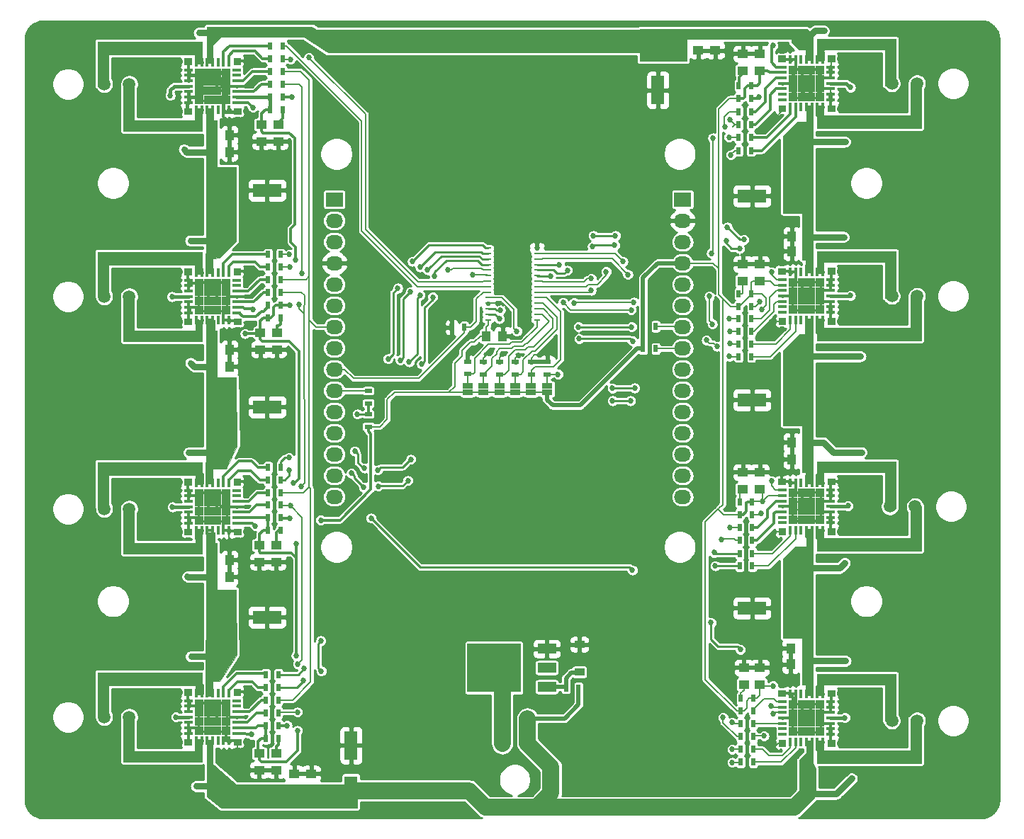
<source format=gtl>
%TF.GenerationSoftware,KiCad,Pcbnew,5.1.5+dfsg1-2build2*%
%TF.CreationDate,2021-01-24T18:09:44+01:00*%
%TF.ProjectId,PlacaDrivers,506c6163-6144-4726-9976-6572732e6b69,rev?*%
%TF.SameCoordinates,Original*%
%TF.FileFunction,Copper,L1,Top*%
%TF.FilePolarity,Positive*%
%FSLAX46Y46*%
G04 Gerber Fmt 4.6, Leading zero omitted, Abs format (unit mm)*
G04 Created by KiCad (PCBNEW 5.1.5+dfsg1-2build2) date 2021-01-24 18:09:44*
%MOMM*%
%LPD*%
G04 APERTURE LIST*
%ADD10C,0.100000*%
%ADD11C,0.010000*%
%ADD12R,1.250000X1.000000*%
%ADD13R,1.600000X3.500000*%
%ADD14R,1.000000X1.250000*%
%ADD15R,3.500000X1.600000*%
%ADD16R,1.270000X0.635000*%
%ADD17C,1.500000*%
%ADD18R,0.900000X0.500000*%
%ADD19R,0.500000X0.900000*%
%ADD20R,0.797560X0.248920*%
%ADD21R,0.500000X0.500000*%
%ADD22R,1.062500X1.062500*%
%ADD23R,0.370000X1.000000*%
%ADD24R,1.000000X0.370000*%
%ADD25R,2.032000X1.727200*%
%ADD26O,2.032000X1.727200*%
%ADD27R,1.200000X0.900000*%
%ADD28R,2.200000X1.200000*%
%ADD29R,6.400000X5.800000*%
%ADD30R,3.050000X2.750000*%
%ADD31C,0.685800*%
%ADD32C,1.000000*%
%ADD33C,0.400000*%
%ADD34C,0.300000*%
%ADD35C,0.200000*%
%ADD36C,0.250000*%
%ADD37C,0.500000*%
%ADD38C,2.000000*%
%ADD39C,0.800000*%
%ADD40C,0.254000*%
G04 APERTURE END LIST*
D10*
G36*
X188417200Y-129082800D02*
G01*
X188417200Y-131597400D01*
X188747400Y-132232400D01*
X188747400Y-135255000D01*
X186817000Y-135229600D01*
X186817000Y-131216400D01*
X187655200Y-130378200D01*
X187655200Y-129057400D01*
X188417200Y-129082800D01*
G37*
X188417200Y-129082800D02*
X188417200Y-131597400D01*
X188747400Y-132232400D01*
X188747400Y-135255000D01*
X186817000Y-135229600D01*
X186817000Y-131216400D01*
X187655200Y-130378200D01*
X187655200Y-129057400D01*
X188417200Y-129082800D01*
G36*
X168148000Y-46609000D02*
G01*
X130479800Y-46609000D01*
X129133600Y-43942000D01*
X168148000Y-43942000D01*
X168148000Y-46609000D01*
G37*
X168148000Y-46609000D02*
X130479800Y-46609000D01*
X129133600Y-43942000D01*
X168148000Y-43942000D01*
X168148000Y-46609000D01*
G36*
X130505200Y-44754800D02*
G01*
X130505200Y-46634400D01*
X127609600Y-44780200D01*
X117729000Y-44780200D01*
X116738400Y-45770800D01*
X116738400Y-47802800D01*
X116052600Y-47802800D01*
X116052600Y-43535600D01*
X128549400Y-43535600D01*
X130505200Y-44754800D01*
G37*
X130505200Y-44754800D02*
X130505200Y-46634400D01*
X127609600Y-44780200D01*
X117729000Y-44780200D01*
X116738400Y-45770800D01*
X116738400Y-47802800D01*
X116052600Y-47802800D01*
X116052600Y-43535600D01*
X128549400Y-43535600D01*
X130505200Y-44754800D01*
G36*
X188442600Y-44577000D02*
G01*
X188442600Y-47548800D01*
X187579000Y-47548800D01*
X187579000Y-46278800D01*
X186690000Y-46278800D01*
X185851800Y-45440600D01*
X185851800Y-44983400D01*
X177774600Y-44983400D01*
X177774600Y-43840400D01*
X187706000Y-43840400D01*
X188442600Y-44577000D01*
G37*
X188442600Y-44577000D02*
X188442600Y-47548800D01*
X187579000Y-47548800D01*
X187579000Y-46278800D01*
X186690000Y-46278800D01*
X185851800Y-45440600D01*
X185851800Y-44983400D01*
X177774600Y-44983400D01*
X177774600Y-43840400D01*
X187706000Y-43840400D01*
X188442600Y-44577000D01*
G36*
X116713000Y-131724400D02*
G01*
X119532400Y-134137400D01*
X133959600Y-134137400D01*
X133959600Y-136956800D01*
X117754400Y-136956800D01*
X116865400Y-136271000D01*
X116001800Y-135610600D01*
X116001800Y-128930400D01*
X116713000Y-128930400D01*
X116713000Y-131724400D01*
G37*
X116713000Y-131724400D02*
X119532400Y-134137400D01*
X133959600Y-134137400D01*
X133959600Y-136956800D01*
X117754400Y-136956800D01*
X116865400Y-136271000D01*
X116001800Y-135610600D01*
X116001800Y-128930400D01*
X116713000Y-128930400D01*
X116713000Y-131724400D01*
G36*
X179679601Y-44602400D02*
G01*
X178536600Y-44602401D01*
X178536600Y-44983400D01*
X173329600Y-44983400D01*
X173329600Y-47650400D01*
X167741600Y-47650400D01*
X167741600Y-43840400D01*
X179679600Y-43840400D01*
X179679601Y-44602400D01*
G37*
X179679601Y-44602400D02*
X178536600Y-44602401D01*
X178536600Y-44983400D01*
X173329600Y-44983400D01*
X173329600Y-47650400D01*
X167741600Y-47650400D01*
X167741600Y-43840400D01*
X179679600Y-43840400D01*
X179679601Y-44602400D01*
G36*
X188417200Y-123469400D02*
G01*
X187528200Y-123469400D01*
X187528200Y-122199400D01*
X187147200Y-122199400D01*
X187147200Y-116611400D01*
X184861200Y-116611400D01*
X184861200Y-107111800D01*
X186334400Y-105689400D01*
X187655200Y-105689400D01*
X187655200Y-103911400D01*
X188417200Y-103911400D01*
X188417200Y-123469400D01*
G37*
X188417200Y-123469400D02*
X187528200Y-123469400D01*
X187528200Y-122199400D01*
X187147200Y-122199400D01*
X187147200Y-116611400D01*
X184861200Y-116611400D01*
X184861200Y-107111800D01*
X186334400Y-105689400D01*
X187655200Y-105689400D01*
X187655200Y-103911400D01*
X188417200Y-103911400D01*
X188417200Y-123469400D01*
G36*
X188417200Y-98069400D02*
G01*
X187528200Y-98069400D01*
X187528200Y-96799400D01*
X187147200Y-96799400D01*
X187147200Y-91211400D01*
X184861200Y-91211400D01*
X184886600Y-82270600D01*
X186867800Y-80289400D01*
X187528200Y-80289400D01*
X187528200Y-78511400D01*
X188417200Y-78511400D01*
X188417200Y-98069400D01*
G37*
X188417200Y-98069400D02*
X187528200Y-98069400D01*
X187528200Y-96799400D01*
X187147200Y-96799400D01*
X187147200Y-91211400D01*
X184861200Y-91211400D01*
X184886600Y-82270600D01*
X186867800Y-80289400D01*
X187528200Y-80289400D01*
X187528200Y-78511400D01*
X188417200Y-78511400D01*
X188417200Y-98069400D01*
G36*
X188417200Y-72669400D02*
G01*
X187528200Y-72669400D01*
X187528200Y-71399400D01*
X187147200Y-71399400D01*
X187147200Y-65811400D01*
X184861200Y-65811400D01*
X184861200Y-56591200D01*
X186563000Y-54889400D01*
X187655200Y-54889400D01*
X187655200Y-53111400D01*
X188417200Y-53111399D01*
X188417200Y-72669400D01*
G37*
X188417200Y-72669400D02*
X187528200Y-72669400D01*
X187528200Y-71399400D01*
X187147200Y-71399400D01*
X187147200Y-65811400D01*
X184861200Y-65811400D01*
X184861200Y-56591200D01*
X186563000Y-54889400D01*
X187655200Y-54889400D01*
X187655200Y-53111400D01*
X188417200Y-53111399D01*
X188417200Y-72669400D01*
G36*
X116954300Y-105257600D02*
G01*
X117208300Y-105257600D01*
X117208300Y-110845600D01*
X119494300Y-110845600D01*
X119557800Y-118656100D01*
X117589300Y-121767600D01*
X116700300Y-121767600D01*
X116700300Y-123545600D01*
X115938300Y-123545600D01*
X115938300Y-103987600D01*
X116954300Y-103987600D01*
X116954300Y-105257600D01*
G37*
X116954300Y-105257600D02*
X117208300Y-105257600D01*
X117208300Y-110845600D01*
X119494300Y-110845600D01*
X119557800Y-118656100D01*
X117589300Y-121767600D01*
X116700300Y-121767600D01*
X116700300Y-123545600D01*
X115938300Y-123545600D01*
X115938300Y-103987600D01*
X116954300Y-103987600D01*
X116954300Y-105257600D01*
G36*
X116954300Y-79857600D02*
G01*
X117208300Y-79857600D01*
X117208300Y-85445600D01*
X119494300Y-85445600D01*
X119621300Y-93700600D01*
X118351300Y-96367600D01*
X116700300Y-96367600D01*
X116700300Y-98145600D01*
X115938300Y-98145600D01*
X115938300Y-78587600D01*
X116954300Y-78587600D01*
X116954300Y-79857600D01*
G37*
X116954300Y-79857600D02*
X117208300Y-79857600D01*
X117208300Y-85445600D01*
X119494300Y-85445600D01*
X119621300Y-93700600D01*
X118351300Y-96367600D01*
X116700300Y-96367600D01*
X116700300Y-98145600D01*
X115938300Y-98145600D01*
X115938300Y-78587600D01*
X116954300Y-78587600D01*
X116954300Y-79857600D01*
G36*
X116827300Y-54711600D02*
G01*
X117208300Y-54711600D01*
X117208300Y-60299600D01*
X119494300Y-60299600D01*
X119481600Y-69215000D01*
X117525800Y-71196200D01*
X116700300Y-71221600D01*
X116700300Y-72999600D01*
X115938300Y-72999600D01*
X115938300Y-53441600D01*
X116827300Y-53441600D01*
X116827300Y-54711600D01*
G37*
X116827300Y-54711600D02*
X117208300Y-54711600D01*
X117208300Y-60299600D01*
X119494300Y-60299600D01*
X119481600Y-69215000D01*
X117525800Y-71196200D01*
X116700300Y-71221600D01*
X116700300Y-72999600D01*
X115938300Y-72999600D01*
X115938300Y-53441600D01*
X116827300Y-53441600D01*
X116827300Y-54711600D01*
G36*
X198323200Y-50571400D02*
G01*
X197053200Y-50571400D01*
X197053200Y-46253400D01*
X189687200Y-46253400D01*
X189687200Y-47523400D01*
X188925200Y-47523400D01*
X188925199Y-44983400D01*
X198323200Y-44983400D01*
X198323200Y-50571400D01*
G37*
X198323200Y-50571400D02*
X197053200Y-50571400D01*
X197053200Y-46253400D01*
X189687200Y-46253400D01*
X189687200Y-47523400D01*
X188925200Y-47523400D01*
X188925199Y-44983400D01*
X198323200Y-44983400D01*
X198323200Y-50571400D01*
G36*
X198323200Y-75971400D02*
G01*
X197053200Y-75971400D01*
X197053200Y-71653400D01*
X189687200Y-71653400D01*
X189687200Y-72923400D01*
X188925200Y-72923400D01*
X188925199Y-70383400D01*
X198323200Y-70383400D01*
X198323200Y-75971400D01*
G37*
X198323200Y-75971400D02*
X197053200Y-75971400D01*
X197053200Y-71653400D01*
X189687200Y-71653400D01*
X189687200Y-72923400D01*
X188925200Y-72923400D01*
X188925199Y-70383400D01*
X198323200Y-70383400D01*
X198323200Y-75971400D01*
G36*
X198323200Y-101117400D02*
G01*
X197053200Y-101117400D01*
X197053200Y-96799400D01*
X189687200Y-96799400D01*
X189687200Y-98069400D01*
X188925200Y-98069400D01*
X188925199Y-95529400D01*
X198323200Y-95529400D01*
X198323200Y-101117400D01*
G37*
X198323200Y-101117400D02*
X197053200Y-101117400D01*
X197053200Y-96799400D01*
X189687200Y-96799400D01*
X189687200Y-98069400D01*
X188925200Y-98069400D01*
X188925199Y-95529400D01*
X198323200Y-95529400D01*
X198323200Y-101117400D01*
G36*
X198323200Y-126517400D02*
G01*
X197053200Y-126517400D01*
X197053200Y-122199400D01*
X189687200Y-122199400D01*
X189687200Y-123469400D01*
X188925200Y-123469400D01*
X188925199Y-120929400D01*
X198323200Y-120929400D01*
X198323200Y-126517400D01*
G37*
X198323200Y-126517400D02*
X197053200Y-126517400D01*
X197053200Y-122199400D01*
X189687200Y-122199400D01*
X189687200Y-123469400D01*
X188925200Y-123469400D01*
X188925199Y-120929400D01*
X198323200Y-120929400D01*
X198323200Y-126517400D01*
G36*
X107302300Y-130149600D02*
G01*
X114668300Y-130149600D01*
X114668300Y-128879600D01*
X115430300Y-128879600D01*
X115430300Y-131419600D01*
X106032300Y-131419600D01*
X106032300Y-125831600D01*
X107302300Y-125831600D01*
X107302300Y-130149600D01*
G37*
X107302300Y-130149600D02*
X114668300Y-130149600D01*
X114668300Y-128879600D01*
X115430300Y-128879600D01*
X115430300Y-131419600D01*
X106032300Y-131419600D01*
X106032300Y-125831600D01*
X107302300Y-125831600D01*
X107302300Y-130149600D01*
G36*
X107302300Y-105257600D02*
G01*
X114668300Y-105257600D01*
X114668300Y-103987600D01*
X115430300Y-103987600D01*
X115430300Y-106527600D01*
X106032300Y-106527600D01*
X106032300Y-100939600D01*
X107302300Y-100939600D01*
X107302300Y-105257600D01*
G37*
X107302300Y-105257600D02*
X114668300Y-105257600D01*
X114668300Y-103987600D01*
X115430300Y-103987600D01*
X115430300Y-106527600D01*
X106032300Y-106527600D01*
X106032300Y-100939600D01*
X107302300Y-100939600D01*
X107302300Y-105257600D01*
G36*
X107302300Y-79857600D02*
G01*
X114668300Y-79857600D01*
X114668300Y-78587600D01*
X115430300Y-78587600D01*
X115430300Y-81127600D01*
X106032300Y-81127600D01*
X106032300Y-75539600D01*
X107302300Y-75539600D01*
X107302300Y-79857600D01*
G37*
X107302300Y-79857600D02*
X114668300Y-79857600D01*
X114668300Y-78587600D01*
X115430300Y-78587600D01*
X115430300Y-81127600D01*
X106032300Y-81127600D01*
X106032300Y-75539600D01*
X107302300Y-75539600D01*
X107302300Y-79857600D01*
G36*
X107302300Y-54711600D02*
G01*
X114668300Y-54711600D01*
X114668300Y-53441600D01*
X115430300Y-53441600D01*
X115430300Y-55981600D01*
X106032300Y-55981600D01*
X106032300Y-50393600D01*
X107302300Y-50393600D01*
X107302300Y-54711600D01*
G37*
X107302300Y-54711600D02*
X114668300Y-54711600D01*
X114668300Y-53441600D01*
X115430300Y-53441600D01*
X115430300Y-55981600D01*
X106032300Y-55981600D01*
X106032300Y-50393600D01*
X107302300Y-50393600D01*
X107302300Y-54711600D01*
G36*
X201371200Y-131597401D02*
G01*
X188925200Y-131597401D01*
X188925200Y-129057400D01*
X189687200Y-129057400D01*
X189687200Y-130073400D01*
X200101200Y-130073400D01*
X200101199Y-126263400D01*
X201371200Y-126263400D01*
X201371200Y-131597401D01*
G37*
X201371200Y-131597401D02*
X188925200Y-131597401D01*
X188925200Y-129057400D01*
X189687200Y-129057400D01*
X189687200Y-130073400D01*
X200101200Y-130073400D01*
X200101199Y-126263400D01*
X201371200Y-126263400D01*
X201371200Y-131597401D01*
G36*
X201371200Y-106197401D02*
G01*
X188925200Y-106197401D01*
X188925200Y-103657400D01*
X189687200Y-103657400D01*
X189687200Y-104673400D01*
X200101200Y-104673400D01*
X200101199Y-100863400D01*
X201371200Y-100863400D01*
X201371200Y-106197401D01*
G37*
X201371200Y-106197401D02*
X188925200Y-106197401D01*
X188925200Y-103657400D01*
X189687200Y-103657400D01*
X189687200Y-104673400D01*
X200101200Y-104673400D01*
X200101199Y-100863400D01*
X201371200Y-100863400D01*
X201371200Y-106197401D01*
G36*
X201371200Y-81051401D02*
G01*
X188925200Y-81051401D01*
X188925200Y-78511400D01*
X189687200Y-78511400D01*
X189687200Y-79527400D01*
X200101200Y-79527400D01*
X200101199Y-75717400D01*
X201371200Y-75717400D01*
X201371200Y-81051401D01*
G37*
X201371200Y-81051401D02*
X188925200Y-81051401D01*
X188925200Y-78511400D01*
X189687200Y-78511400D01*
X189687200Y-79527400D01*
X200101200Y-79527400D01*
X200101199Y-75717400D01*
X201371200Y-75717400D01*
X201371200Y-81051401D01*
G36*
X201371200Y-55651401D02*
G01*
X188925200Y-55651401D01*
X188925200Y-53111400D01*
X189687200Y-53111400D01*
X189687200Y-54127400D01*
X200101200Y-54127400D01*
X200101199Y-50317400D01*
X201371200Y-50317400D01*
X201371200Y-55651401D01*
G37*
X201371200Y-55651401D02*
X188925200Y-55651401D01*
X188925200Y-53111400D01*
X189687200Y-53111400D01*
X189687200Y-54127400D01*
X200101200Y-54127400D01*
X200101199Y-50317400D01*
X201371200Y-50317400D01*
X201371200Y-55651401D01*
G36*
X115430300Y-123291600D02*
G01*
X114668300Y-123291600D01*
X114668300Y-122275600D01*
X104254300Y-122275600D01*
X104254300Y-126085600D01*
X102984300Y-126085600D01*
X102984300Y-120751600D01*
X115430300Y-120751600D01*
X115430300Y-123291600D01*
G37*
X115430300Y-123291600D02*
X114668300Y-123291600D01*
X114668300Y-122275600D01*
X104254300Y-122275600D01*
X104254300Y-126085600D01*
X102984300Y-126085600D01*
X102984300Y-120751600D01*
X115430300Y-120751600D01*
X115430300Y-123291600D01*
G36*
X115430300Y-98145600D02*
G01*
X114668300Y-98145600D01*
X114668300Y-97129600D01*
X104254300Y-97129600D01*
X104254300Y-100939600D01*
X102984300Y-100939600D01*
X102984300Y-95605600D01*
X115430300Y-95605600D01*
X115430300Y-98145600D01*
G37*
X115430300Y-98145600D02*
X114668300Y-98145600D01*
X114668300Y-97129600D01*
X104254300Y-97129600D01*
X104254300Y-100939600D01*
X102984300Y-100939600D01*
X102984300Y-95605600D01*
X115430300Y-95605600D01*
X115430300Y-98145600D01*
G36*
X115430300Y-72999600D02*
G01*
X114668300Y-72999600D01*
X114668300Y-71983600D01*
X104254300Y-71983600D01*
X104254300Y-75793600D01*
X102984300Y-75793600D01*
X102984300Y-70459600D01*
X115430300Y-70459600D01*
X115430300Y-72999600D01*
G37*
X115430300Y-72999600D02*
X114668300Y-72999600D01*
X114668300Y-71983600D01*
X104254300Y-71983600D01*
X104254300Y-75793600D01*
X102984300Y-75793600D01*
X102984300Y-70459600D01*
X115430300Y-70459600D01*
X115430300Y-72999600D01*
G36*
X115430300Y-47853600D02*
G01*
X114668300Y-47853600D01*
X114668300Y-46837600D01*
X104254300Y-46837600D01*
X104254300Y-50647600D01*
X102984300Y-50647600D01*
X102984300Y-45313600D01*
X115430300Y-45313600D01*
X115430300Y-47853600D01*
G37*
X115430300Y-47853600D02*
X114668300Y-47853600D01*
X114668300Y-46837600D01*
X104254300Y-46837600D01*
X104254300Y-50647600D01*
X102984300Y-50647600D01*
X102984300Y-45313600D01*
X115430300Y-45313600D01*
X115430300Y-47853600D01*
D11*
G36*
X184305200Y-46977400D02*
G01*
X185095200Y-46977400D01*
X185095200Y-47697400D01*
X184305200Y-47697400D01*
X184305200Y-46977400D01*
G37*
X184305200Y-46977400D02*
X185095200Y-46977400D01*
X185095200Y-47697400D01*
X184305200Y-47697400D01*
X184305200Y-46977400D01*
G36*
X184315200Y-52957400D02*
G01*
X185105200Y-52957400D01*
X185105200Y-53677400D01*
X184315200Y-53677400D01*
X184315200Y-52957400D01*
G37*
X184315200Y-52957400D02*
X185105200Y-52957400D01*
X185105200Y-53677400D01*
X184315200Y-53677400D01*
X184315200Y-52957400D01*
G36*
X191005200Y-53667400D02*
G01*
X190215200Y-53667400D01*
X190215200Y-52947400D01*
X191005200Y-52947400D01*
X191005200Y-53667400D01*
G37*
X191005200Y-53667400D02*
X190215200Y-53667400D01*
X190215200Y-52947400D01*
X191005200Y-52947400D01*
X191005200Y-53667400D01*
G36*
X191005200Y-47687400D02*
G01*
X190215200Y-47687400D01*
X190215200Y-46967400D01*
X191005200Y-46967400D01*
X191005200Y-47687400D01*
G37*
X191005200Y-47687400D02*
X190215200Y-47687400D01*
X190215200Y-46967400D01*
X191005200Y-46967400D01*
X191005200Y-47687400D01*
G36*
X191005200Y-73104333D02*
G01*
X190215200Y-73104333D01*
X190215200Y-72384333D01*
X191005200Y-72384333D01*
X191005200Y-73104333D01*
G37*
X191005200Y-73104333D02*
X190215200Y-73104333D01*
X190215200Y-72384333D01*
X191005200Y-72384333D01*
X191005200Y-73104333D01*
G36*
X191005200Y-79084333D02*
G01*
X190215200Y-79084333D01*
X190215200Y-78364333D01*
X191005200Y-78364333D01*
X191005200Y-79084333D01*
G37*
X191005200Y-79084333D02*
X190215200Y-79084333D01*
X190215200Y-78364333D01*
X191005200Y-78364333D01*
X191005200Y-79084333D01*
G36*
X184315200Y-78374333D02*
G01*
X185105200Y-78374333D01*
X185105200Y-79094333D01*
X184315200Y-79094333D01*
X184315200Y-78374333D01*
G37*
X184315200Y-78374333D02*
X185105200Y-78374333D01*
X185105200Y-79094333D01*
X184315200Y-79094333D01*
X184315200Y-78374333D01*
G36*
X184305200Y-72394333D02*
G01*
X185095200Y-72394333D01*
X185095200Y-73114333D01*
X184305200Y-73114333D01*
X184305200Y-72394333D01*
G37*
X184305200Y-72394333D02*
X185095200Y-72394333D01*
X185095200Y-73114333D01*
X184305200Y-73114333D01*
X184305200Y-72394333D01*
G36*
X191005200Y-98267266D02*
G01*
X190215200Y-98267266D01*
X190215200Y-97547266D01*
X191005200Y-97547266D01*
X191005200Y-98267266D01*
G37*
X191005200Y-98267266D02*
X190215200Y-98267266D01*
X190215200Y-97547266D01*
X191005200Y-97547266D01*
X191005200Y-98267266D01*
G36*
X191005200Y-104247266D02*
G01*
X190215200Y-104247266D01*
X190215200Y-103527266D01*
X191005200Y-103527266D01*
X191005200Y-104247266D01*
G37*
X191005200Y-104247266D02*
X190215200Y-104247266D01*
X190215200Y-103527266D01*
X191005200Y-103527266D01*
X191005200Y-104247266D01*
G36*
X184315200Y-103537266D02*
G01*
X185105200Y-103537266D01*
X185105200Y-104257266D01*
X184315200Y-104257266D01*
X184315200Y-103537266D01*
G37*
X184315200Y-103537266D02*
X185105200Y-103537266D01*
X185105200Y-104257266D01*
X184315200Y-104257266D01*
X184315200Y-103537266D01*
G36*
X184305200Y-97557266D02*
G01*
X185095200Y-97557266D01*
X185095200Y-98277266D01*
X184305200Y-98277266D01*
X184305200Y-97557266D01*
G37*
X184305200Y-97557266D02*
X185095200Y-97557266D01*
X185095200Y-98277266D01*
X184305200Y-98277266D01*
X184305200Y-97557266D01*
G36*
X184305200Y-122865400D02*
G01*
X185095200Y-122865400D01*
X185095200Y-123585400D01*
X184305200Y-123585400D01*
X184305200Y-122865400D01*
G37*
X184305200Y-122865400D02*
X185095200Y-122865400D01*
X185095200Y-123585400D01*
X184305200Y-123585400D01*
X184305200Y-122865400D01*
G36*
X184315200Y-128845400D02*
G01*
X185105200Y-128845400D01*
X185105200Y-129565400D01*
X184315200Y-129565400D01*
X184315200Y-128845400D01*
G37*
X184315200Y-128845400D02*
X185105200Y-128845400D01*
X185105200Y-129565400D01*
X184315200Y-129565400D01*
X184315200Y-128845400D01*
G36*
X191005200Y-129555400D02*
G01*
X190215200Y-129555400D01*
X190215200Y-128835400D01*
X191005200Y-128835400D01*
X191005200Y-129555400D01*
G37*
X191005200Y-129555400D02*
X190215200Y-129555400D01*
X190215200Y-128835400D01*
X191005200Y-128835400D01*
X191005200Y-129555400D01*
G36*
X191005200Y-123575400D02*
G01*
X190215200Y-123575400D01*
X190215200Y-122855400D01*
X191005200Y-122855400D01*
X191005200Y-123575400D01*
G37*
X191005200Y-123575400D02*
X190215200Y-123575400D01*
X190215200Y-122855400D01*
X191005200Y-122855400D01*
X191005200Y-123575400D01*
G36*
X120050300Y-129425600D02*
G01*
X119260300Y-129425600D01*
X119260300Y-128705600D01*
X120050300Y-128705600D01*
X120050300Y-129425600D01*
G37*
X120050300Y-129425600D02*
X119260300Y-129425600D01*
X119260300Y-128705600D01*
X120050300Y-128705600D01*
X120050300Y-129425600D01*
G36*
X120040300Y-123445600D02*
G01*
X119250300Y-123445600D01*
X119250300Y-122725600D01*
X120040300Y-122725600D01*
X120040300Y-123445600D01*
G37*
X120040300Y-123445600D02*
X119250300Y-123445600D01*
X119250300Y-122725600D01*
X120040300Y-122725600D01*
X120040300Y-123445600D01*
G36*
X113350300Y-122735600D02*
G01*
X114140300Y-122735600D01*
X114140300Y-123455600D01*
X113350300Y-123455600D01*
X113350300Y-122735600D01*
G37*
X113350300Y-122735600D02*
X114140300Y-122735600D01*
X114140300Y-123455600D01*
X113350300Y-123455600D01*
X113350300Y-122735600D01*
G36*
X113350300Y-128715600D02*
G01*
X114140300Y-128715600D01*
X114140300Y-129435600D01*
X113350300Y-129435600D01*
X113350300Y-128715600D01*
G37*
X113350300Y-128715600D02*
X114140300Y-128715600D01*
X114140300Y-129435600D01*
X113350300Y-129435600D01*
X113350300Y-128715600D01*
G36*
X120050300Y-104279600D02*
G01*
X119260300Y-104279600D01*
X119260300Y-103559600D01*
X120050300Y-103559600D01*
X120050300Y-104279600D01*
G37*
X120050300Y-104279600D02*
X119260300Y-104279600D01*
X119260300Y-103559600D01*
X120050300Y-103559600D01*
X120050300Y-104279600D01*
G36*
X120040300Y-98299600D02*
G01*
X119250300Y-98299600D01*
X119250300Y-97579600D01*
X120040300Y-97579600D01*
X120040300Y-98299600D01*
G37*
X120040300Y-98299600D02*
X119250300Y-98299600D01*
X119250300Y-97579600D01*
X120040300Y-97579600D01*
X120040300Y-98299600D01*
G36*
X113350300Y-97589600D02*
G01*
X114140300Y-97589600D01*
X114140300Y-98309600D01*
X113350300Y-98309600D01*
X113350300Y-97589600D01*
G37*
X113350300Y-97589600D02*
X114140300Y-97589600D01*
X114140300Y-98309600D01*
X113350300Y-98309600D01*
X113350300Y-97589600D01*
G36*
X113350300Y-103569600D02*
G01*
X114140300Y-103569600D01*
X114140300Y-104289600D01*
X113350300Y-104289600D01*
X113350300Y-103569600D01*
G37*
X113350300Y-103569600D02*
X114140300Y-103569600D01*
X114140300Y-104289600D01*
X113350300Y-104289600D01*
X113350300Y-103569600D01*
G36*
X120050300Y-79133600D02*
G01*
X119260300Y-79133600D01*
X119260300Y-78413600D01*
X120050300Y-78413600D01*
X120050300Y-79133600D01*
G37*
X120050300Y-79133600D02*
X119260300Y-79133600D01*
X119260300Y-78413600D01*
X120050300Y-78413600D01*
X120050300Y-79133600D01*
G36*
X120040300Y-73153600D02*
G01*
X119250300Y-73153600D01*
X119250300Y-72433600D01*
X120040300Y-72433600D01*
X120040300Y-73153600D01*
G37*
X120040300Y-73153600D02*
X119250300Y-73153600D01*
X119250300Y-72433600D01*
X120040300Y-72433600D01*
X120040300Y-73153600D01*
G36*
X113350300Y-72443600D02*
G01*
X114140300Y-72443600D01*
X114140300Y-73163600D01*
X113350300Y-73163600D01*
X113350300Y-72443600D01*
G37*
X113350300Y-72443600D02*
X114140300Y-72443600D01*
X114140300Y-73163600D01*
X113350300Y-73163600D01*
X113350300Y-72443600D01*
G36*
X113350300Y-78423600D02*
G01*
X114140300Y-78423600D01*
X114140300Y-79143600D01*
X113350300Y-79143600D01*
X113350300Y-78423600D01*
G37*
X113350300Y-78423600D02*
X114140300Y-78423600D01*
X114140300Y-79143600D01*
X113350300Y-79143600D01*
X113350300Y-78423600D01*
G36*
X113350300Y-53277600D02*
G01*
X114140300Y-53277600D01*
X114140300Y-53997600D01*
X113350300Y-53997600D01*
X113350300Y-53277600D01*
G37*
X113350300Y-53277600D02*
X114140300Y-53277600D01*
X114140300Y-53997600D01*
X113350300Y-53997600D01*
X113350300Y-53277600D01*
G36*
X113350300Y-47297600D02*
G01*
X114140300Y-47297600D01*
X114140300Y-48017600D01*
X113350300Y-48017600D01*
X113350300Y-47297600D01*
G37*
X113350300Y-47297600D02*
X114140300Y-47297600D01*
X114140300Y-48017600D01*
X113350300Y-48017600D01*
X113350300Y-47297600D01*
G36*
X120040300Y-48007600D02*
G01*
X119250300Y-48007600D01*
X119250300Y-47287600D01*
X120040300Y-47287600D01*
X120040300Y-48007600D01*
G37*
X120040300Y-48007600D02*
X119250300Y-48007600D01*
X119250300Y-47287600D01*
X120040300Y-47287600D01*
X120040300Y-48007600D01*
G36*
X120050300Y-53987600D02*
G01*
X119260300Y-53987600D01*
X119260300Y-53267600D01*
X120050300Y-53267600D01*
X120050300Y-53987600D01*
G37*
X120050300Y-53987600D02*
X119260300Y-53987600D01*
X119260300Y-53267600D01*
X120050300Y-53267600D01*
X120050300Y-53987600D01*
D12*
X128473200Y-132870700D03*
X128473200Y-134870700D03*
X176758600Y-44380400D03*
X176758600Y-46380400D03*
D13*
X133248400Y-134881600D03*
X133248400Y-129481600D03*
X169900599Y-51112400D03*
X169900599Y-45712400D03*
D12*
X126441200Y-134870700D03*
X126441200Y-132870700D03*
X174726600Y-46364400D03*
X174726600Y-44364400D03*
X122288300Y-132419600D03*
X122288300Y-130419600D03*
X182067200Y-46777400D03*
X182067200Y-48777400D03*
X124320300Y-132419600D03*
X124320300Y-130419600D03*
X180035200Y-48777400D03*
X180035200Y-46777400D03*
D14*
X185893200Y-70383399D03*
X187893200Y-70383399D03*
X116716300Y-109321600D03*
X118716300Y-109321600D03*
X151368000Y-80543400D03*
X149368000Y-80543400D03*
D15*
X186545200Y-63779400D03*
X181145200Y-63779400D03*
X123210300Y-114147600D03*
X117810300Y-114147600D03*
D14*
X187893199Y-68605400D03*
X185893199Y-68605400D03*
X118716300Y-107289600D03*
X116716300Y-107289600D03*
D12*
X182067200Y-73923400D03*
X182067200Y-71923400D03*
X122288300Y-107527600D03*
X122288300Y-105527600D03*
X180035200Y-71923400D03*
X180035200Y-73923400D03*
X124320300Y-105527600D03*
X124320300Y-107527600D03*
D14*
X116716300Y-82143600D03*
X118716300Y-82143600D03*
X185893200Y-95275400D03*
X187893200Y-95275400D03*
D15*
X117810300Y-89001600D03*
X123210300Y-89001600D03*
X186545200Y-88163400D03*
X181145200Y-88163400D03*
D14*
X118716300Y-84175600D03*
X116716300Y-84175600D03*
X187893200Y-93243400D03*
X185893200Y-93243400D03*
D12*
X122415300Y-82127600D03*
X122415300Y-80127600D03*
X182067200Y-96815400D03*
X182067200Y-98815400D03*
X124383800Y-82127600D03*
X124383800Y-80127600D03*
X180035200Y-98815400D03*
X180035200Y-96815400D03*
D14*
X118716300Y-56489600D03*
X116716300Y-56489600D03*
X187766200Y-117881400D03*
X185766200Y-117881400D03*
D15*
X123210300Y-63093600D03*
X117810300Y-63093600D03*
X181145200Y-113055400D03*
X186545200Y-113055400D03*
D14*
X116716300Y-58521600D03*
X118716300Y-58521600D03*
X185766200Y-119786400D03*
X187766200Y-119786400D03*
D12*
X122542300Y-57235599D03*
X122542300Y-55235599D03*
X182092600Y-122183400D03*
X182092600Y-120183400D03*
X124574300Y-55235600D03*
X124574300Y-57235600D03*
X180162200Y-120183400D03*
X180162200Y-122183400D03*
D16*
X147167600Y-86461600D03*
X147167600Y-87274400D03*
X149062440Y-87274400D03*
X149062440Y-86461600D03*
X150957280Y-86461600D03*
X150957280Y-87274400D03*
X152852120Y-87274400D03*
X152852120Y-86461600D03*
X154746960Y-86461600D03*
X154746960Y-87274400D03*
X156641800Y-87274400D03*
X156641800Y-86461600D03*
D17*
X106746300Y-126085600D03*
X103746300Y-126085600D03*
X197863200Y-50317400D03*
X200863200Y-50317400D03*
X200863200Y-75734333D03*
X197863200Y-75734333D03*
X106746300Y-101193600D03*
X103746300Y-101193600D03*
X103746300Y-75793600D03*
X106746300Y-75793600D03*
X197609200Y-100897266D03*
X200609200Y-100897266D03*
X106746300Y-50393600D03*
X103746300Y-50393600D03*
X200863200Y-126517400D03*
X197863200Y-126517400D03*
D18*
X135298424Y-87070836D03*
X135298424Y-88570836D03*
D19*
X123050300Y-125577600D03*
X124550300Y-125577600D03*
X123062301Y-122529600D03*
X124562301Y-122529600D03*
D18*
X135298425Y-91364836D03*
X135298425Y-89864836D03*
D19*
X181039200Y-53680360D03*
X179539200Y-53680360D03*
X181039200Y-56789320D03*
X179539200Y-56789320D03*
X124562301Y-127101600D03*
X123062301Y-127101600D03*
X124562300Y-124053600D03*
X123062300Y-124053600D03*
X124562300Y-121005600D03*
X123062300Y-121005600D03*
X179539200Y-55234840D03*
X181039200Y-55234840D03*
X179539200Y-58343800D03*
X181039200Y-58343800D03*
X124562300Y-128625600D03*
X123062300Y-128625600D03*
X181039200Y-50571400D03*
X179539200Y-50571400D03*
D18*
X156667199Y-83603400D03*
X156667199Y-85103400D03*
X154767280Y-85103400D03*
X154767280Y-83603400D03*
X152867360Y-85103400D03*
X152867360Y-83603400D03*
X150967439Y-83603400D03*
X150967439Y-85103400D03*
X149067520Y-85103400D03*
X149067520Y-83603400D03*
X147167600Y-83578000D03*
X147167600Y-85078000D03*
D19*
X181051200Y-78486000D03*
X179551200Y-78486000D03*
X181051200Y-81483200D03*
X179551200Y-81483200D03*
X124816300Y-100749100D03*
X123316300Y-100749100D03*
X123304300Y-97764600D03*
X124804300Y-97764600D03*
X181051200Y-76987400D03*
X179551200Y-76987400D03*
X123316300Y-102209600D03*
X124816300Y-102209600D03*
X179551200Y-79984600D03*
X181051200Y-79984600D03*
X179551200Y-82981800D03*
X181051200Y-82981800D03*
X123316300Y-99288600D03*
X124816300Y-99288600D03*
X124828300Y-96240600D03*
X123328300Y-96240600D03*
X146774600Y-79476600D03*
X145274600Y-79476600D03*
X181051200Y-75488800D03*
X179551200Y-75488800D03*
X123316300Y-103733600D03*
X124816300Y-103733600D03*
X169634600Y-79375000D03*
X168134600Y-79375000D03*
X123316300Y-75285600D03*
X124816300Y-75285600D03*
X123316300Y-72237600D03*
X124816300Y-72237600D03*
X179666200Y-103428800D03*
X181166200Y-103428800D03*
X179666200Y-106527600D03*
X181166200Y-106527600D03*
X123316300Y-76809600D03*
X124816300Y-76809600D03*
X179666200Y-101879400D03*
X181166200Y-101879400D03*
X168134600Y-82042000D03*
X169634600Y-82042000D03*
X124816300Y-73761600D03*
X123316300Y-73761600D03*
X124816300Y-70777100D03*
X123316300Y-70777100D03*
X181166200Y-104978200D03*
X179666200Y-104978200D03*
X181166200Y-108000800D03*
X179666200Y-108000800D03*
X124816300Y-78333600D03*
X123316300Y-78333600D03*
X179666200Y-100355400D03*
X181166200Y-100355400D03*
X123570300Y-50393600D03*
X125070300Y-50393600D03*
X125070300Y-47345600D03*
X123570300Y-47345600D03*
X179793200Y-128422400D03*
X181293200Y-128422400D03*
X179793200Y-129921000D03*
X181293200Y-129921000D03*
X125070300Y-51917600D03*
X123570300Y-51917600D03*
X179793200Y-125374400D03*
X181293200Y-125374400D03*
X125070300Y-48869600D03*
X123570300Y-48869600D03*
X123582300Y-45821600D03*
X125082300Y-45821600D03*
X181293200Y-126898400D03*
X179793200Y-126898400D03*
X181293200Y-131470400D03*
X179793200Y-131470400D03*
X123570299Y-53441600D03*
X125070299Y-53441600D03*
X181282679Y-123860920D03*
X179782679Y-123860920D03*
D20*
X155448000Y-78587600D03*
X155448000Y-77927200D03*
X155448000Y-77266800D03*
X155448000Y-76606400D03*
X155448000Y-75946000D03*
X155448000Y-75285600D03*
X155448000Y-74625200D03*
X155453080Y-73964800D03*
X155448000Y-73304400D03*
X155448000Y-72644000D03*
X155448000Y-71983600D03*
X155448000Y-71323200D03*
X155448000Y-70662800D03*
X155448000Y-70002400D03*
X149606000Y-70002400D03*
X149606000Y-70662800D03*
X149606000Y-71323200D03*
X149606000Y-71983600D03*
X149606000Y-72644000D03*
X149606000Y-73304400D03*
X149600920Y-73964800D03*
X149606000Y-74625200D03*
X149606000Y-75285600D03*
X149606000Y-75946000D03*
X149606000Y-76606400D03*
X149606000Y-77266800D03*
X149606000Y-77927200D03*
X149606000Y-78587600D03*
D19*
X179539200Y-52125880D03*
X181039200Y-52125880D03*
D21*
X190655200Y-53307400D03*
X190625200Y-47327400D03*
X184695200Y-53337400D03*
X184675200Y-47377400D03*
D22*
X186061450Y-48723650D03*
X186061450Y-49786150D03*
X186061450Y-50848650D03*
X186061450Y-51911150D03*
X187123950Y-48723650D03*
X187123950Y-49786150D03*
X187123950Y-50848650D03*
X187123950Y-51911150D03*
X188186450Y-48723650D03*
X188186450Y-49786150D03*
X188186450Y-50848650D03*
X188186450Y-51911150D03*
X189248950Y-48723650D03*
X189248950Y-49786150D03*
X189248950Y-50848650D03*
X189248950Y-51911150D03*
D23*
X185705200Y-47467400D03*
X186355200Y-47467400D03*
X187005200Y-47467400D03*
X187655200Y-47467400D03*
X188305200Y-47467400D03*
X188955200Y-47467400D03*
X189605200Y-47467400D03*
D24*
X190505200Y-48367400D03*
X190505200Y-49017400D03*
X190505200Y-49667400D03*
X190505200Y-50317400D03*
X190505200Y-50967400D03*
X190505200Y-51617400D03*
X190505200Y-52267400D03*
D23*
X189605200Y-53167400D03*
X188955200Y-53167400D03*
X188305200Y-53167400D03*
X187655200Y-53167400D03*
X187005200Y-53167400D03*
X186355200Y-53167400D03*
X185705200Y-53167400D03*
D24*
X184805200Y-52267400D03*
X184805200Y-51617400D03*
X184805200Y-50967400D03*
X184805200Y-50317400D03*
X184805200Y-49667400D03*
X184805200Y-49017400D03*
X184805200Y-48367400D03*
X184805200Y-73784333D03*
X184805200Y-74434333D03*
X184805200Y-75084333D03*
X184805200Y-75734333D03*
X184805200Y-76384333D03*
X184805200Y-77034333D03*
X184805200Y-77684333D03*
D23*
X185705200Y-78584333D03*
X186355200Y-78584333D03*
X187005200Y-78584333D03*
X187655200Y-78584333D03*
X188305200Y-78584333D03*
X188955200Y-78584333D03*
X189605200Y-78584333D03*
D24*
X190505200Y-77684333D03*
X190505200Y-77034333D03*
X190505200Y-76384333D03*
X190505200Y-75734333D03*
X190505200Y-75084333D03*
X190505200Y-74434333D03*
X190505200Y-73784333D03*
D23*
X189605200Y-72884333D03*
X188955200Y-72884333D03*
X188305200Y-72884333D03*
X187655200Y-72884333D03*
X187005200Y-72884333D03*
X186355200Y-72884333D03*
X185705200Y-72884333D03*
D22*
X189248950Y-77328083D03*
X189248950Y-76265583D03*
X189248950Y-75203083D03*
X189248950Y-74140583D03*
X188186450Y-77328083D03*
X188186450Y-76265583D03*
X188186450Y-75203083D03*
X188186450Y-74140583D03*
X187123950Y-77328083D03*
X187123950Y-76265583D03*
X187123950Y-75203083D03*
X187123950Y-74140583D03*
X186061450Y-77328083D03*
X186061450Y-76265583D03*
X186061450Y-75203083D03*
X186061450Y-74140583D03*
D21*
X184675200Y-72794333D03*
X184695200Y-78754333D03*
X190625200Y-72744333D03*
X190655200Y-78724333D03*
D24*
X184805200Y-98947266D03*
X184805200Y-99597266D03*
X184805200Y-100247266D03*
X184805200Y-100897266D03*
X184805200Y-101547266D03*
X184805200Y-102197266D03*
X184805200Y-102847266D03*
D23*
X185705200Y-103747266D03*
X186355200Y-103747266D03*
X187005200Y-103747266D03*
X187655200Y-103747266D03*
X188305200Y-103747266D03*
X188955200Y-103747266D03*
X189605200Y-103747266D03*
D24*
X190505200Y-102847266D03*
X190505200Y-102197266D03*
X190505200Y-101547266D03*
X190505200Y-100897266D03*
X190505200Y-100247266D03*
X190505200Y-99597266D03*
X190505200Y-98947266D03*
D23*
X189605200Y-98047266D03*
X188955200Y-98047266D03*
X188305200Y-98047266D03*
X187655200Y-98047266D03*
X187005200Y-98047266D03*
X186355200Y-98047266D03*
X185705200Y-98047266D03*
D22*
X189248950Y-102491016D03*
X189248950Y-101428516D03*
X189248950Y-100366016D03*
X189248950Y-99303516D03*
X188186450Y-102491016D03*
X188186450Y-101428516D03*
X188186450Y-100366016D03*
X188186450Y-99303516D03*
X187123950Y-102491016D03*
X187123950Y-101428516D03*
X187123950Y-100366016D03*
X187123950Y-99303516D03*
X186061450Y-102491016D03*
X186061450Y-101428516D03*
X186061450Y-100366016D03*
X186061450Y-99303516D03*
D21*
X184675200Y-97957266D03*
X184695200Y-103917266D03*
X190625200Y-97907266D03*
X190655200Y-103887266D03*
X190655200Y-129195400D03*
X190625200Y-123215400D03*
X184695200Y-129225400D03*
X184675200Y-123265400D03*
D22*
X186061450Y-124611650D03*
X186061450Y-125674150D03*
X186061450Y-126736650D03*
X186061450Y-127799150D03*
X187123950Y-124611650D03*
X187123950Y-125674150D03*
X187123950Y-126736650D03*
X187123950Y-127799150D03*
X188186450Y-124611650D03*
X188186450Y-125674150D03*
X188186450Y-126736650D03*
X188186450Y-127799150D03*
X189248950Y-124611650D03*
X189248950Y-125674150D03*
X189248950Y-126736650D03*
X189248950Y-127799150D03*
D23*
X185705200Y-123355400D03*
X186355200Y-123355400D03*
X187005200Y-123355400D03*
X187655200Y-123355400D03*
X188305200Y-123355400D03*
X188955200Y-123355400D03*
X189605200Y-123355400D03*
D24*
X190505200Y-124255400D03*
X190505200Y-124905400D03*
X190505200Y-125555400D03*
X190505200Y-126205400D03*
X190505200Y-126855400D03*
X190505200Y-127505400D03*
X190505200Y-128155400D03*
D23*
X189605200Y-129055400D03*
X188955200Y-129055400D03*
X188305200Y-129055400D03*
X187655200Y-129055400D03*
X187005200Y-129055400D03*
X186355200Y-129055400D03*
X185705200Y-129055400D03*
D24*
X184805200Y-128155400D03*
X184805200Y-127505400D03*
X184805200Y-126855400D03*
X184805200Y-126205400D03*
X184805200Y-125555400D03*
X184805200Y-124905400D03*
X184805200Y-124255400D03*
D21*
X113700300Y-123095600D03*
X113730300Y-129075600D03*
X119660300Y-123065600D03*
X119680300Y-129025600D03*
D22*
X118294050Y-127679350D03*
X118294050Y-126616850D03*
X118294050Y-125554350D03*
X118294050Y-124491850D03*
X117231550Y-127679350D03*
X117231550Y-126616850D03*
X117231550Y-125554350D03*
X117231550Y-124491850D03*
X116169050Y-127679350D03*
X116169050Y-126616850D03*
X116169050Y-125554350D03*
X116169050Y-124491850D03*
X115106550Y-127679350D03*
X115106550Y-126616850D03*
X115106550Y-125554350D03*
X115106550Y-124491850D03*
D23*
X118650300Y-128935600D03*
X118000300Y-128935600D03*
X117350300Y-128935600D03*
X116700300Y-128935600D03*
X116050300Y-128935600D03*
X115400300Y-128935600D03*
X114750300Y-128935600D03*
D24*
X113850300Y-128035600D03*
X113850300Y-127385600D03*
X113850300Y-126735600D03*
X113850300Y-126085600D03*
X113850300Y-125435600D03*
X113850300Y-124785600D03*
X113850300Y-124135600D03*
D23*
X114750300Y-123235600D03*
X115400300Y-123235600D03*
X116050300Y-123235600D03*
X116700300Y-123235600D03*
X117350300Y-123235600D03*
X118000300Y-123235600D03*
X118650300Y-123235600D03*
D24*
X119550300Y-124135600D03*
X119550300Y-124785600D03*
X119550300Y-125435600D03*
X119550300Y-126085600D03*
X119550300Y-126735600D03*
X119550300Y-127385600D03*
X119550300Y-128035600D03*
D21*
X113700300Y-97949600D03*
X113730300Y-103929600D03*
X119660300Y-97919600D03*
X119680300Y-103879600D03*
D22*
X118294050Y-102533350D03*
X118294050Y-101470850D03*
X118294050Y-100408350D03*
X118294050Y-99345850D03*
X117231550Y-102533350D03*
X117231550Y-101470850D03*
X117231550Y-100408350D03*
X117231550Y-99345850D03*
X116169050Y-102533350D03*
X116169050Y-101470850D03*
X116169050Y-100408350D03*
X116169050Y-99345850D03*
X115106550Y-102533350D03*
X115106550Y-101470850D03*
X115106550Y-100408350D03*
X115106550Y-99345850D03*
D23*
X118650300Y-103789600D03*
X118000300Y-103789600D03*
X117350300Y-103789600D03*
X116700300Y-103789600D03*
X116050300Y-103789600D03*
X115400300Y-103789600D03*
X114750300Y-103789600D03*
D24*
X113850300Y-102889600D03*
X113850300Y-102239600D03*
X113850300Y-101589600D03*
X113850300Y-100939600D03*
X113850300Y-100289600D03*
X113850300Y-99639600D03*
X113850300Y-98989600D03*
D23*
X114750300Y-98089600D03*
X115400300Y-98089600D03*
X116050300Y-98089600D03*
X116700300Y-98089600D03*
X117350300Y-98089600D03*
X118000300Y-98089600D03*
X118650300Y-98089600D03*
D24*
X119550300Y-98989600D03*
X119550300Y-99639600D03*
X119550300Y-100289600D03*
X119550300Y-100939600D03*
X119550300Y-101589600D03*
X119550300Y-102239600D03*
X119550300Y-102889600D03*
D21*
X113700300Y-72803600D03*
X113730300Y-78783600D03*
X119660300Y-72773600D03*
X119680300Y-78733600D03*
D22*
X118294050Y-77387350D03*
X118294050Y-76324850D03*
X118294050Y-75262350D03*
X118294050Y-74199850D03*
X117231550Y-77387350D03*
X117231550Y-76324850D03*
X117231550Y-75262350D03*
X117231550Y-74199850D03*
X116169050Y-77387350D03*
X116169050Y-76324850D03*
X116169050Y-75262350D03*
X116169050Y-74199850D03*
X115106550Y-77387350D03*
X115106550Y-76324850D03*
X115106550Y-75262350D03*
X115106550Y-74199850D03*
D23*
X118650300Y-78643600D03*
X118000300Y-78643600D03*
X117350300Y-78643600D03*
X116700300Y-78643600D03*
X116050300Y-78643600D03*
X115400300Y-78643600D03*
X114750300Y-78643600D03*
D24*
X113850300Y-77743600D03*
X113850300Y-77093600D03*
X113850300Y-76443600D03*
X113850300Y-75793600D03*
X113850300Y-75143600D03*
X113850300Y-74493600D03*
X113850300Y-73843600D03*
D23*
X114750300Y-72943600D03*
X115400300Y-72943600D03*
X116050300Y-72943600D03*
X116700300Y-72943600D03*
X117350300Y-72943600D03*
X118000300Y-72943600D03*
X118650300Y-72943600D03*
D24*
X119550300Y-73843600D03*
X119550300Y-74493600D03*
X119550300Y-75143600D03*
X119550300Y-75793600D03*
X119550300Y-76443600D03*
X119550300Y-77093600D03*
X119550300Y-77743600D03*
X119550300Y-52597600D03*
X119550300Y-51947600D03*
X119550300Y-51297600D03*
X119550300Y-50647600D03*
X119550300Y-49997600D03*
X119550300Y-49347600D03*
X119550300Y-48697600D03*
D23*
X118650300Y-47797600D03*
X118000300Y-47797600D03*
X117350300Y-47797600D03*
X116700300Y-47797600D03*
X116050300Y-47797600D03*
X115400300Y-47797600D03*
X114750300Y-47797600D03*
D24*
X113850300Y-48697600D03*
X113850300Y-49347600D03*
X113850300Y-49997600D03*
X113850300Y-50647600D03*
X113850300Y-51297600D03*
X113850300Y-51947600D03*
X113850300Y-52597600D03*
D23*
X114750300Y-53497600D03*
X115400300Y-53497600D03*
X116050300Y-53497600D03*
X116700300Y-53497600D03*
X117350300Y-53497600D03*
X118000300Y-53497600D03*
X118650300Y-53497600D03*
D22*
X115106550Y-49053850D03*
X115106550Y-50116350D03*
X115106550Y-51178850D03*
X115106550Y-52241350D03*
X116169050Y-49053850D03*
X116169050Y-50116350D03*
X116169050Y-51178850D03*
X116169050Y-52241350D03*
X117231550Y-49053850D03*
X117231550Y-50116350D03*
X117231550Y-51178850D03*
X117231550Y-52241350D03*
X118294050Y-49053850D03*
X118294050Y-50116350D03*
X118294050Y-51178850D03*
X118294050Y-52241350D03*
D21*
X119680300Y-53587600D03*
X119660300Y-47627600D03*
X113730300Y-53637600D03*
X113700300Y-47657600D03*
D17*
X154305000Y-126260600D03*
X154305000Y-129260600D03*
X151305000Y-126260600D03*
X151305000Y-129260600D03*
D25*
X131241800Y-64198500D03*
D26*
X131241800Y-66738500D03*
X131241800Y-69278500D03*
X131241800Y-71818500D03*
X131241800Y-74358500D03*
X131241800Y-76898500D03*
X131241800Y-79438500D03*
X131241800Y-81978500D03*
X131241800Y-84518500D03*
X131241800Y-87058500D03*
X131241800Y-89598500D03*
X131241800Y-92138500D03*
X131241800Y-94678500D03*
X131241800Y-97218500D03*
X131241800Y-99758500D03*
X172847000Y-99758500D03*
X172847000Y-97218500D03*
X172847000Y-94678500D03*
X172847000Y-92138500D03*
X172847000Y-89598500D03*
X172847000Y-87058500D03*
X172847000Y-84518500D03*
X172847000Y-81978500D03*
X172847000Y-79438500D03*
X172847000Y-76898500D03*
X172847000Y-74358500D03*
X172847000Y-71818500D03*
X172847000Y-69278500D03*
X172847000Y-66738500D03*
D25*
X172847000Y-64198500D03*
D27*
X160528000Y-120699800D03*
X160528000Y-117399800D03*
D19*
X160414400Y-122605800D03*
X158914400Y-122605800D03*
D28*
X156625400Y-122472800D03*
X156625400Y-120192800D03*
X156625400Y-117912800D03*
D29*
X150325400Y-120192800D03*
D30*
X148650400Y-118667800D03*
X152000400Y-121717800D03*
X148650400Y-121717800D03*
X152000400Y-118667800D03*
D31*
X186194700Y-124739400D03*
X187194700Y-124739400D03*
X188194700Y-124739400D03*
X189194700Y-124739400D03*
X186194700Y-125739400D03*
X187194700Y-125739400D03*
X188194700Y-125739400D03*
X189194700Y-125739400D03*
X186194700Y-126739400D03*
X187194700Y-126739400D03*
X188194700Y-126739400D03*
X189194700Y-126739400D03*
X186194700Y-127739400D03*
X187194700Y-127739400D03*
X188194700Y-127739400D03*
X189194700Y-127739400D03*
X189258200Y-100339400D03*
X186258200Y-101339400D03*
X187258200Y-101339400D03*
X189258200Y-101339400D03*
X186258200Y-102339400D03*
X186258200Y-99339400D03*
X188258200Y-101339400D03*
X188258200Y-99339400D03*
X188258200Y-100339400D03*
X186258200Y-100339400D03*
X187258200Y-100339400D03*
X189258200Y-99339400D03*
X187258200Y-99339400D03*
X187258200Y-102339400D03*
X188258200Y-102339400D03*
X189258200Y-102339400D03*
X118239800Y-125561600D03*
X115239800Y-126561600D03*
X116239800Y-126561600D03*
X118239800Y-126561600D03*
X115239800Y-127561600D03*
X115239800Y-124561600D03*
X117239800Y-126561600D03*
X117239800Y-124561600D03*
X117239800Y-125561600D03*
X115239800Y-125561600D03*
X116239800Y-125561600D03*
X118239800Y-124561600D03*
X116239800Y-124561600D03*
X116239800Y-127561600D03*
X117239800Y-127561600D03*
X118239800Y-127561600D03*
X189067700Y-75193400D03*
X186067700Y-76193400D03*
X187067700Y-76193400D03*
X189067700Y-76193400D03*
X186067700Y-77193400D03*
X186067700Y-74193400D03*
X188067700Y-76193400D03*
X188067700Y-74193400D03*
X188067700Y-75193400D03*
X186067700Y-75193400D03*
X187067700Y-75193400D03*
X189067700Y-74193400D03*
X187067700Y-74193400D03*
X187067700Y-77193400D03*
X188067700Y-77193400D03*
X189067700Y-77193400D03*
X189194700Y-49602900D03*
X186194700Y-50602900D03*
X187194700Y-50602900D03*
X189194700Y-50602900D03*
X186194700Y-51602900D03*
X186194700Y-48602900D03*
X188194700Y-50602900D03*
X188194700Y-48602900D03*
X188194700Y-49602900D03*
X186194700Y-49602900D03*
X187194700Y-49602900D03*
X189194700Y-48602900D03*
X187194700Y-48602900D03*
X187194700Y-51602900D03*
X188194700Y-51602900D03*
X189194700Y-51602900D03*
X118112800Y-100479100D03*
X115112800Y-101479100D03*
X116112800Y-101479100D03*
X118112800Y-101479100D03*
X115112800Y-102479100D03*
X115112800Y-99479100D03*
X117112800Y-101479100D03*
X117112800Y-99479100D03*
X117112800Y-100479100D03*
X115112800Y-100479100D03*
X116112800Y-100479100D03*
X118112800Y-99479100D03*
X116112800Y-99479100D03*
X116112800Y-102479100D03*
X117112800Y-102479100D03*
X118112800Y-102479100D03*
X118176300Y-75269600D03*
X115176300Y-76269600D03*
X116176300Y-76269600D03*
X118176300Y-76269600D03*
X115176300Y-77269600D03*
X115176300Y-74269600D03*
X117176300Y-76269600D03*
X117176300Y-74269600D03*
X117176300Y-75269600D03*
X115176300Y-75269600D03*
X116176300Y-75269600D03*
X118176300Y-74269600D03*
X116176300Y-74269600D03*
X116176300Y-77269600D03*
X117176300Y-77269600D03*
X118176300Y-77269600D03*
X120926800Y-47627600D03*
X118294050Y-49053850D03*
X118294050Y-50116350D03*
X118294050Y-51178850D03*
X118294050Y-52241350D03*
X117202050Y-52241350D03*
X117231550Y-51178850D03*
X117231550Y-50116350D03*
X117214550Y-49053850D03*
X116169050Y-49053850D03*
X116169050Y-50116350D03*
X116169050Y-51178850D03*
X116169050Y-52241350D03*
X115106550Y-52241350D03*
X115106550Y-51161850D03*
X115106550Y-50116350D03*
X115106550Y-49053850D03*
X120792300Y-72773600D03*
X121109800Y-123065600D03*
X120954800Y-97955100D03*
X120977117Y-50550690D03*
X191922400Y-97713800D03*
X183972200Y-54381400D03*
X183489600Y-104495600D03*
X183438184Y-78859678D03*
X183413400Y-129946400D03*
X119481600Y-130556000D03*
X120243600Y-82245200D03*
X120065800Y-84124800D03*
X122402600Y-83337400D03*
X124383800Y-83362800D03*
X120065800Y-56489600D03*
X120065800Y-58521600D03*
X122542300Y-58508900D03*
X124587000Y-58496200D03*
X118643400Y-105435400D03*
X120142000Y-107264200D03*
X120015000Y-109321600D03*
X122301000Y-108915200D03*
X124358400Y-108889800D03*
X120793000Y-132419600D03*
X126441200Y-131597400D03*
X128447800Y-131597400D03*
X184073800Y-96596200D03*
X184607200Y-95275400D03*
X184581800Y-93218000D03*
X180009800Y-95351600D03*
X184454800Y-70383400D03*
X184480200Y-68554600D03*
X147370800Y-82499200D03*
X149758400Y-82499200D03*
X151358600Y-82677000D03*
X156210000Y-82372200D03*
X157353000Y-81610200D03*
X184353200Y-119811800D03*
X184353200Y-117754400D03*
X144145000Y-77292200D03*
X153311047Y-82866645D03*
X153713510Y-79043548D03*
X159867600Y-83718400D03*
X161620200Y-85115400D03*
X158953200Y-87299800D03*
X160375600Y-86309200D03*
X161848800Y-82499200D03*
X160147000Y-82321400D03*
X161848800Y-83667600D03*
X151409400Y-71297800D03*
X153187400Y-71120000D03*
X152323800Y-73152000D03*
X153771600Y-73126600D03*
X153365200Y-76123800D03*
X145034000Y-75895200D03*
X135813800Y-63068200D03*
X131368800Y-55016400D03*
X129667000Y-52552600D03*
X129946400Y-56235600D03*
X109118400Y-48590200D03*
X111226600Y-48539400D03*
X109042200Y-52019200D03*
X110007400Y-53340000D03*
X108127800Y-73380600D03*
X110083600Y-73533000D03*
X109016800Y-77952600D03*
X110134400Y-76098400D03*
X108407200Y-99085400D03*
X110286800Y-98755200D03*
X109651800Y-102920800D03*
X109829600Y-101041200D03*
X108331000Y-124688600D03*
X109956600Y-124180600D03*
X109931200Y-127101600D03*
X109042200Y-128828800D03*
X195453000Y-123621800D03*
X195681600Y-125679200D03*
X195834000Y-128422400D03*
X198145400Y-128498600D03*
X195732400Y-98044000D03*
X195732400Y-100126800D03*
X196265800Y-102870000D03*
X198272400Y-103149400D03*
X195986400Y-73177400D03*
X195884800Y-75158600D03*
X196113400Y-77419200D03*
X197866000Y-78155800D03*
X195757800Y-47472600D03*
X196011800Y-50317400D03*
X195783200Y-52476400D03*
X197840600Y-52374800D03*
X148945600Y-129336800D03*
X148818600Y-126695200D03*
X148767800Y-124968000D03*
X146507200Y-124917200D03*
X145313400Y-124790200D03*
X145313400Y-123342400D03*
X145186400Y-120192800D03*
X145186400Y-117525800D03*
X145542000Y-115925600D03*
X147802600Y-115697000D03*
X150215600Y-115697000D03*
X151612600Y-115773200D03*
X153974800Y-116001800D03*
X156667200Y-116001800D03*
X158648400Y-115747800D03*
X161391600Y-115443000D03*
X163017200Y-116128800D03*
X162661600Y-117881400D03*
X162966400Y-119811800D03*
X162915600Y-122326400D03*
X162356800Y-124028200D03*
X162001200Y-125907800D03*
X160553400Y-127660400D03*
X158902400Y-127787400D03*
X157505400Y-128397000D03*
X159258000Y-129590800D03*
X159943800Y-131546600D03*
X149072600Y-131495800D03*
X148615400Y-94589600D03*
X154762200Y-93853000D03*
X151104600Y-92125800D03*
X146405600Y-91795600D03*
X145999200Y-98933000D03*
X152171400Y-98348800D03*
X151993600Y-96342200D03*
X148488400Y-103530400D03*
X160655000Y-102793800D03*
X162585400Y-94869000D03*
X158724600Y-92303600D03*
X158089600Y-99263200D03*
X155625800Y-102311200D03*
X162661600Y-99441000D03*
X163118800Y-105410000D03*
X157353000Y-105359200D03*
X170154600Y-74218800D03*
X174853600Y-73380600D03*
X167716200Y-71551800D03*
X167335200Y-69265800D03*
X170103800Y-69291200D03*
X164338000Y-74853800D03*
X170713400Y-77139800D03*
X167995600Y-84861400D03*
X170332400Y-84505800D03*
X169595800Y-87655400D03*
X169595800Y-90474800D03*
X169646600Y-93294200D03*
X169875200Y-96037400D03*
X168554400Y-101117400D03*
X170383200Y-102666800D03*
X167750000Y-106500000D03*
X174548800Y-110667800D03*
X133527800Y-69265800D03*
X139496800Y-69164200D03*
X138506200Y-69088000D03*
X134543800Y-69875400D03*
X129082800Y-69773800D03*
X160604200Y-72440800D03*
X178079400Y-71805800D03*
X178384200Y-74752200D03*
X174802800Y-77292200D03*
X133451600Y-92125800D03*
X129184400Y-94869000D03*
X177774600Y-120370600D03*
X122707400Y-92684600D03*
X124688600Y-92456000D03*
X122275600Y-86868000D03*
X124942600Y-86842600D03*
X121716800Y-112039400D03*
X124333000Y-112064800D03*
X121742200Y-116535200D03*
X124206000Y-116611400D03*
X130962400Y-129946400D03*
X130937000Y-127609600D03*
X131572000Y-126009400D03*
X133756400Y-126009400D03*
X135509000Y-126161800D03*
X135661400Y-127838200D03*
X135712200Y-129946400D03*
X179882800Y-115112800D03*
X181737000Y-115138200D03*
X180213000Y-110617000D03*
X181838600Y-110617000D03*
X182092600Y-118414800D03*
X140106400Y-65024000D03*
X144576800Y-66802000D03*
X149504400Y-66903600D03*
X154152600Y-66802000D03*
X158826200Y-66421000D03*
X161264600Y-63500000D03*
X164363400Y-60604400D03*
X167894000Y-57734200D03*
X185115200Y-45694600D03*
X194945000Y-43815000D03*
X183159400Y-59969400D03*
X180644800Y-60325000D03*
X181991000Y-60985400D03*
X172262800Y-50190400D03*
X172059600Y-53416200D03*
X169316400Y-54610000D03*
X166497000Y-53187600D03*
X166827200Y-50977800D03*
X180721000Y-85572600D03*
X179527200Y-85521800D03*
X179451000Y-90627200D03*
X180517800Y-90576400D03*
X180568600Y-66268600D03*
X182016400Y-66090800D03*
X121945400Y-65405000D03*
X124383800Y-65506600D03*
X122250200Y-60833000D03*
X124002800Y-60756800D03*
X170332400Y-66421000D03*
X175750000Y-66000000D03*
X168503600Y-66497200D03*
X165506400Y-66497200D03*
X163753800Y-82524600D03*
X169316400Y-117195600D03*
X173024800Y-120573800D03*
X173126400Y-114782600D03*
X169240200Y-110413800D03*
X167005000Y-111683800D03*
X167563800Y-115112800D03*
X175750000Y-68250000D03*
X114122200Y-118846600D03*
X114731800Y-134366000D03*
X113690400Y-109296200D03*
X113842800Y-94462600D03*
X114071400Y-83743800D03*
X114046000Y-69113400D03*
X113284000Y-58216800D03*
X115062000Y-44272200D03*
X193065400Y-133426200D03*
X192328800Y-119380000D03*
X192227200Y-107670600D03*
X194233800Y-94437200D03*
X194106800Y-82956400D03*
X192125600Y-68681600D03*
X192278000Y-57302400D03*
X189738000Y-44018200D03*
X120573800Y-80238600D03*
X121526300Y-77381100D03*
X182372000Y-100330000D03*
X182276498Y-77375644D03*
X183642000Y-122351800D03*
X183412670Y-124796890D03*
X126847600Y-127711200D03*
X126314200Y-98094800D03*
X126695200Y-105384600D03*
X129616200Y-102539800D03*
X126644400Y-71424800D03*
X125958600Y-76809600D03*
X126695200Y-118745000D03*
X157974600Y-85103400D03*
X153060400Y-79959200D03*
X166776400Y-79425800D03*
X160426400Y-79425800D03*
X151079200Y-77419200D03*
X150977600Y-78460600D03*
X160502600Y-80848200D03*
X166878000Y-81127600D03*
X183642000Y-45796200D03*
X182016400Y-51943000D03*
X127254000Y-98552000D03*
X126009400Y-100838000D03*
X126847600Y-125501400D03*
X127025400Y-76758800D03*
X178460400Y-78486000D03*
X166700200Y-77393800D03*
X158572200Y-76504800D03*
X177927000Y-55524400D03*
X176047400Y-75768200D03*
X176403000Y-79095600D03*
X178536600Y-103428800D03*
X177698400Y-126136400D03*
X127391310Y-72999600D03*
X126890476Y-119755453D03*
X140563600Y-71602600D03*
X138811000Y-74803000D03*
X137668000Y-83261200D03*
X129641600Y-116967000D03*
X127558800Y-121691400D03*
X129692400Y-120599200D03*
X178384200Y-56743600D03*
X161917386Y-75068272D03*
X125590300Y-127101600D03*
X121399300Y-128181100D03*
X178511200Y-79984600D03*
X167005000Y-76479400D03*
X177469800Y-104851200D03*
X178790600Y-126720600D03*
X175691800Y-81026000D03*
X176961800Y-81762600D03*
X178489760Y-54635400D03*
X176479200Y-56845200D03*
X176301400Y-70637400D03*
X159885510Y-76553045D03*
X127660400Y-120294400D03*
X139115800Y-83413600D03*
X140335000Y-75234800D03*
X141503400Y-72263000D03*
X163728400Y-72821800D03*
X178615371Y-58870209D03*
X178536600Y-81432400D03*
X161950400Y-73634600D03*
X179679600Y-70078600D03*
X178054000Y-69164200D03*
X164744400Y-69672200D03*
X162077400Y-69824600D03*
X142392400Y-72618600D03*
X141478000Y-75641200D03*
X140182600Y-83616800D03*
X140030200Y-97815400D03*
X136499600Y-98475800D03*
X125882400Y-96570800D03*
X133273800Y-96926400D03*
X134747000Y-98602800D03*
X183515000Y-72898000D03*
X182092600Y-76454000D03*
X121818400Y-103225600D03*
X125958600Y-102311200D03*
X178435000Y-82956400D03*
X180187600Y-68986400D03*
X164820600Y-68529200D03*
X162179000Y-68529200D03*
X157099000Y-73329800D03*
X178181016Y-67500000D03*
X125831600Y-95072200D03*
X133680200Y-94284800D03*
X134848600Y-96316800D03*
X136448800Y-96545400D03*
X140385800Y-95275400D03*
X141681200Y-83870800D03*
X143002000Y-75869800D03*
X143230600Y-73329800D03*
X176606200Y-106426000D03*
X167132000Y-86741000D03*
X164490400Y-86766400D03*
X159080200Y-72669400D03*
X176758600Y-108000800D03*
X166649400Y-88265000D03*
X164490400Y-88265000D03*
X158140400Y-71983600D03*
X178790600Y-129946400D03*
X166319200Y-73177400D03*
X178790600Y-131521200D03*
X165743758Y-71616377D03*
X125897490Y-72286967D03*
X144786391Y-72603910D03*
X125869700Y-70777100D03*
X147802600Y-73202800D03*
X128193800Y-47244000D03*
X125984000Y-47447200D03*
X182219600Y-101701600D03*
X183464200Y-97840800D03*
X182575200Y-128346200D03*
X183690375Y-125694735D03*
X121526300Y-53187600D03*
X126225300Y-51917600D03*
X111633000Y-51765200D03*
X111836200Y-75819000D03*
X111887000Y-100965000D03*
X112318800Y-126085600D03*
X192913000Y-50800000D03*
X192913000Y-75692000D03*
X192608200Y-100838000D03*
X192252600Y-126161800D03*
X134010400Y-89865200D03*
X179755800Y-118008400D03*
X176250600Y-114808000D03*
X166852600Y-108508800D03*
X135636000Y-102311200D03*
D32*
X115106550Y-49053850D02*
X116169050Y-49053850D01*
X116169050Y-49053850D02*
X117231550Y-49053850D01*
X118294050Y-50116350D02*
X117231550Y-50116350D01*
X117231550Y-50116350D02*
X116169050Y-50116350D01*
X116169050Y-50116350D02*
X115106550Y-50116350D01*
X115106550Y-50116350D02*
X115106550Y-51161850D01*
X116169050Y-51178850D02*
X117231550Y-51178850D01*
D33*
X113850300Y-48697600D02*
X113850300Y-49993590D01*
X114812800Y-49347600D02*
X115106550Y-49053850D01*
X113850300Y-49347600D02*
X114812800Y-49347600D01*
X113850300Y-51947600D02*
X113850300Y-51301610D01*
X113850300Y-52597600D02*
X113850300Y-51947600D01*
X114812800Y-51947600D02*
X115106550Y-52241350D01*
X113850300Y-51947600D02*
X114812800Y-51947600D01*
X113652300Y-53559600D02*
X113730300Y-53637600D01*
X113652300Y-52795600D02*
X113652300Y-53559600D01*
X113850300Y-52597600D02*
X113652300Y-52795600D01*
X119572300Y-53695600D02*
X119680300Y-53587600D01*
X118198300Y-53695600D02*
X119572300Y-53695600D01*
X118000300Y-53497600D02*
X118198300Y-53695600D01*
X118000300Y-51472600D02*
X118294050Y-51178850D01*
X118000300Y-53497600D02*
X118000300Y-51472600D01*
D32*
X115106550Y-51178850D02*
X116169050Y-51178850D01*
X115106550Y-51178850D02*
X115106550Y-52241350D01*
D34*
X117762800Y-50647600D02*
X117231550Y-51178850D01*
X119550300Y-50647600D02*
X117762800Y-50647600D01*
X113850300Y-47807600D02*
X113700300Y-47657600D01*
X113850300Y-48697600D02*
X113850300Y-47807600D01*
X118000300Y-54297600D02*
X118716300Y-55013600D01*
X118716300Y-55013600D02*
X118716300Y-56489600D01*
X118000300Y-53497600D02*
X118000300Y-54297600D01*
X119660300Y-47627600D02*
X120926800Y-47627600D01*
X118294050Y-49053850D02*
X118294050Y-50116350D01*
X118294050Y-49053850D02*
X117231550Y-49053850D01*
X117231550Y-49053850D02*
X117231550Y-50116350D01*
X117231550Y-51178850D02*
X118294050Y-51178850D01*
X118294050Y-51178850D02*
X118294050Y-52241350D01*
D33*
X118294050Y-49053850D02*
X117214550Y-49053850D01*
D32*
X118294050Y-52241350D02*
X117202050Y-52241350D01*
X117202050Y-52241350D02*
X116169050Y-52241350D01*
D34*
X117231550Y-50116350D02*
X117231550Y-51178850D01*
D33*
X117214550Y-49053850D02*
X116169050Y-49053850D01*
D32*
X115106550Y-51161850D02*
X115106550Y-51178850D01*
D34*
X116169050Y-124491850D02*
X116169050Y-125554350D01*
X117231550Y-124491850D02*
X117231550Y-125554350D01*
X118825300Y-126085600D02*
X119550300Y-126085600D01*
X118294050Y-126616850D02*
X118825300Y-126085600D01*
X114812800Y-127385600D02*
X115106550Y-127679350D01*
X113850300Y-127385600D02*
X114812800Y-127385600D01*
X113850300Y-126735600D02*
X113850300Y-127385600D01*
X113850300Y-125435600D02*
X113850300Y-124785600D01*
X113850300Y-124135600D02*
X113850300Y-124785600D01*
X115106550Y-124491850D02*
X114979550Y-124491850D01*
X114685800Y-124785600D02*
X113850300Y-124785600D01*
X114979550Y-124491850D02*
X114685800Y-124785600D01*
X113700300Y-123985600D02*
X113850300Y-124135600D01*
X113700300Y-123095600D02*
X113700300Y-123985600D01*
X113850300Y-128955600D02*
X113730300Y-129075600D01*
X113850300Y-128035600D02*
X113850300Y-128955600D01*
X119590300Y-128935600D02*
X119680300Y-129025600D01*
X118294050Y-128579350D02*
X118650300Y-128935600D01*
X118294050Y-127679350D02*
X118294050Y-128579350D01*
X118294050Y-128921850D02*
X118294050Y-127679350D01*
X118280300Y-128935600D02*
X118294050Y-128921850D01*
X118000300Y-128935600D02*
X118280300Y-128935600D01*
X118280300Y-128935600D02*
X119590300Y-128935600D01*
X189367700Y-49667400D02*
X190505200Y-49667400D01*
X189248950Y-49786150D02*
X189367700Y-49667400D01*
X190505200Y-49667400D02*
X190505200Y-49017400D01*
X189367700Y-50967400D02*
X189248950Y-50848650D01*
X190505200Y-50967400D02*
X189367700Y-50967400D01*
X190505200Y-51617400D02*
X190505200Y-52267400D01*
X190505200Y-53157400D02*
X190655200Y-53307400D01*
X190505200Y-52267400D02*
X190505200Y-53157400D01*
X184765200Y-47467400D02*
X184675200Y-47377400D01*
X185705200Y-47467400D02*
X184765200Y-47467400D01*
X185705200Y-47467400D02*
X186355200Y-47467400D01*
X186355200Y-48429900D02*
X186061450Y-48723650D01*
X186355200Y-47467400D02*
X186355200Y-48429900D01*
X186355200Y-73846833D02*
X186061450Y-74140583D01*
X186355200Y-72884333D02*
X186355200Y-73846833D01*
X185530200Y-75734333D02*
X186061450Y-75203083D01*
X184805200Y-75734333D02*
X185530200Y-75734333D01*
X189367700Y-75084333D02*
X190505200Y-75084333D01*
X189248950Y-75203083D02*
X189367700Y-75084333D01*
X190505200Y-74434333D02*
X190505200Y-75084333D01*
X190625200Y-73664333D02*
X190505200Y-73784333D01*
X190625200Y-72744333D02*
X190625200Y-73664333D01*
X185705200Y-72884333D02*
X186355200Y-72884333D01*
X185615200Y-72794333D02*
X185705200Y-72884333D01*
X184675200Y-72794333D02*
X185615200Y-72794333D01*
X189367700Y-76384333D02*
X190505200Y-76384333D01*
X189248950Y-76265583D02*
X189367700Y-76384333D01*
X190505200Y-77034333D02*
X190505200Y-76384333D01*
X190505200Y-78574333D02*
X190655200Y-78724333D01*
X190505200Y-77684333D02*
X190505200Y-78574333D01*
X190505200Y-99597266D02*
X190505200Y-100247266D01*
X190505200Y-98947266D02*
X190505200Y-99597266D01*
X190505200Y-98027266D02*
X190625200Y-97907266D01*
X190505200Y-98947266D02*
X190505200Y-98027266D01*
X185615200Y-97957266D02*
X185705200Y-98047266D01*
X184675200Y-97957266D02*
X185615200Y-97957266D01*
X186355200Y-98047266D02*
X185705200Y-98047266D01*
X186355200Y-99009766D02*
X186061450Y-99303516D01*
X186355200Y-98047266D02*
X186355200Y-99009766D01*
X185530200Y-100897266D02*
X186061450Y-100366016D01*
X184805200Y-100897266D02*
X185530200Y-100897266D01*
X189367700Y-100247266D02*
X189248950Y-100366016D01*
X190505200Y-100247266D02*
X189367700Y-100247266D01*
X190505200Y-101547266D02*
X190505200Y-102197266D01*
X189367700Y-101547266D02*
X189248950Y-101428516D01*
X190505200Y-101547266D02*
X189367700Y-101547266D01*
X190505200Y-103737266D02*
X190655200Y-103887266D01*
X190505200Y-102847266D02*
X190505200Y-103737266D01*
X187123950Y-99303516D02*
X187123950Y-100366016D01*
X188186450Y-99303516D02*
X188186450Y-100366016D01*
X187123950Y-100366016D02*
X187123950Y-101428516D01*
X188186450Y-100366016D02*
X188186450Y-101428516D01*
X186355200Y-124317900D02*
X186061450Y-124611650D01*
X186355200Y-123355400D02*
X186355200Y-124317900D01*
X186061450Y-123711650D02*
X186061450Y-124611650D01*
X185705200Y-123355400D02*
X186061450Y-123711650D01*
X186355200Y-123355400D02*
X185705200Y-123355400D01*
X185615200Y-123265400D02*
X185705200Y-123355400D01*
X184675200Y-123265400D02*
X185615200Y-123265400D01*
X185530200Y-126205400D02*
X186061450Y-126736650D01*
X184805200Y-126205400D02*
X185530200Y-126205400D01*
X190625200Y-124135400D02*
X190505200Y-124255400D01*
X190625200Y-123215400D02*
X190625200Y-124135400D01*
X190505200Y-124255400D02*
X190505200Y-124905400D01*
X190505200Y-124905400D02*
X190505200Y-125555400D01*
X189367700Y-125555400D02*
X190505200Y-125555400D01*
X189248950Y-125674150D02*
X189367700Y-125555400D01*
X188186450Y-124611650D02*
X188186450Y-125674150D01*
X187123950Y-124611650D02*
X187123950Y-125674150D01*
X188186450Y-125674150D02*
X188186450Y-126736650D01*
X187123950Y-125674150D02*
X187123950Y-126736650D01*
X190505200Y-126855400D02*
X190505200Y-127505400D01*
X189367700Y-126855400D02*
X189248950Y-126736650D01*
X190505200Y-126855400D02*
X189367700Y-126855400D01*
X190505200Y-128155400D02*
X190505200Y-128732400D01*
X190655200Y-128882400D02*
X190655200Y-129195400D01*
X190505200Y-128732400D02*
X190655200Y-128882400D01*
X187123950Y-74140583D02*
X187123950Y-75203083D01*
X188186450Y-74140583D02*
X188186450Y-75203083D01*
X187123950Y-75203083D02*
X187123950Y-76265583D01*
X188186450Y-75203083D02*
X188186450Y-76265583D01*
X187123950Y-48723650D02*
X187123950Y-49786150D01*
X188186450Y-48723650D02*
X188186450Y-49786150D01*
X187123950Y-49786150D02*
X187123950Y-50848650D01*
X188186450Y-49786150D02*
X188186450Y-50848650D01*
X117231550Y-74199850D02*
X117231550Y-75262350D01*
X116169050Y-74199850D02*
X116169050Y-75262350D01*
X116169050Y-75262350D02*
X116169050Y-76324850D01*
X117231550Y-75262350D02*
X117231550Y-76324850D01*
X118825300Y-75793600D02*
X118294050Y-75262350D01*
X119550300Y-75793600D02*
X118825300Y-75793600D01*
X118294050Y-77387350D02*
X118294050Y-77501850D01*
X118000300Y-77795600D02*
X118000300Y-78643600D01*
X118294050Y-77501850D02*
X118000300Y-77795600D01*
X118000300Y-78643600D02*
X118650300Y-78643600D01*
X118740300Y-78733600D02*
X118650300Y-78643600D01*
X119680300Y-78733600D02*
X118740300Y-78733600D01*
X113850300Y-74493600D02*
X113850300Y-75143600D01*
X114144050Y-74199850D02*
X113850300Y-74493600D01*
X115106550Y-74199850D02*
X114144050Y-74199850D01*
X113850300Y-74150100D02*
X113900050Y-74199850D01*
X113850300Y-74493600D02*
X113850300Y-74150100D01*
X113850300Y-74150100D02*
X113850300Y-73843600D01*
X113850300Y-73843600D02*
X113850300Y-73959600D01*
X114096800Y-74206100D02*
X115106550Y-74199850D01*
X113850300Y-73959600D02*
X114096800Y-74206100D01*
X113900050Y-74199850D02*
X114096800Y-74206100D01*
X113700300Y-73693600D02*
X113850300Y-73843600D01*
X113700300Y-72803600D02*
X113700300Y-73693600D01*
X113850300Y-77093600D02*
X113850300Y-76443600D01*
X114812800Y-77093600D02*
X115106550Y-77387350D01*
X113850300Y-77093600D02*
X114812800Y-77093600D01*
X113850300Y-78663600D02*
X113730300Y-78783600D01*
X113850300Y-77743600D02*
X113850300Y-78663600D01*
X117231550Y-99345850D02*
X117231550Y-100408350D01*
X116169050Y-99345850D02*
X116169050Y-100408350D01*
X117231550Y-100408350D02*
X117231550Y-101470850D01*
X116169050Y-100408350D02*
X116169050Y-101470850D01*
X118294050Y-102533350D02*
X118294050Y-102774850D01*
X118000300Y-102989600D02*
X118000300Y-103789600D01*
X118215050Y-102774850D02*
X118000300Y-102989600D01*
X118294050Y-102774850D02*
X118215050Y-102774850D01*
X118000300Y-103789600D02*
X118650300Y-103789600D01*
X118740300Y-103879600D02*
X118650300Y-103789600D01*
X119680300Y-103879600D02*
X118740300Y-103879600D01*
X113850300Y-98989600D02*
X113850300Y-99639600D01*
X113850300Y-99639600D02*
X113850300Y-100289600D01*
X115106550Y-99345850D02*
X115106550Y-99548850D01*
X115015800Y-99639600D02*
X113850300Y-99639600D01*
X115106550Y-99548850D02*
X115015800Y-99639600D01*
X113700300Y-98839600D02*
X113850300Y-98989600D01*
X113700300Y-97949600D02*
X113700300Y-98839600D01*
X113850300Y-101589600D02*
X113850300Y-102239600D01*
X115106550Y-102533350D02*
X115106550Y-102152350D01*
X115019300Y-102239600D02*
X113850300Y-102239600D01*
X115106550Y-102152350D02*
X115019300Y-102239600D01*
X113850300Y-103809600D02*
X113730300Y-103929600D01*
X113850300Y-102889600D02*
X113850300Y-103809600D01*
X117762800Y-100939600D02*
X117231550Y-100408350D01*
X119550300Y-100939600D02*
X117762800Y-100939600D01*
X117231550Y-125554350D02*
X117231550Y-126616850D01*
X116169050Y-125554350D02*
X116169050Y-126616850D01*
X119660300Y-72773600D02*
X120792300Y-72773600D01*
X119660300Y-123065600D02*
X121109800Y-123065600D01*
X120919300Y-97919600D02*
X120954800Y-97955100D01*
X119660300Y-97919600D02*
X120919300Y-97919600D01*
X119550300Y-50647600D02*
X120880207Y-50647600D01*
X120880207Y-50647600D02*
X120977117Y-50550690D01*
X185530200Y-50317400D02*
X186061450Y-49786150D01*
X184805200Y-50317400D02*
X185530200Y-50317400D01*
X191728934Y-97907266D02*
X191922400Y-97713800D01*
X190625200Y-97907266D02*
X191728934Y-97907266D01*
D35*
X190625200Y-48247400D02*
X190505200Y-48367400D01*
X190625200Y-47327400D02*
X190625200Y-48247400D01*
X190505200Y-48367400D02*
X190505200Y-49017400D01*
X190505200Y-50967400D02*
X190505200Y-51617400D01*
X184695200Y-53658400D02*
X183972200Y-54381400D01*
X184695200Y-53337400D02*
X184695200Y-53658400D01*
X184695200Y-103917266D02*
X183686934Y-103917266D01*
X183489600Y-104114600D02*
X183489600Y-104495600D01*
X183686934Y-103917266D02*
X183489600Y-104114600D01*
X184695200Y-78754333D02*
X183543529Y-78754333D01*
X183543529Y-78754333D02*
X183438184Y-78859678D01*
X184245200Y-129225400D02*
X183524200Y-129946400D01*
X184695200Y-129225400D02*
X184245200Y-129225400D01*
X183524200Y-129946400D02*
X183413400Y-129946400D01*
X119680300Y-130357300D02*
X119481600Y-130556000D01*
X119680300Y-129025600D02*
X119680300Y-130357300D01*
X120142000Y-82143600D02*
X120243600Y-82245200D01*
X118716300Y-82143600D02*
X120142000Y-82143600D01*
X120015000Y-84175600D02*
X120065800Y-84124800D01*
X118716300Y-84175600D02*
X120015000Y-84175600D01*
X122415300Y-83324700D02*
X122402600Y-83337400D01*
X122415300Y-82127600D02*
X122415300Y-83324700D01*
X124383800Y-82127600D02*
X124383800Y-83362800D01*
X118716300Y-56489600D02*
X119416300Y-56489600D01*
X119416300Y-56489600D02*
X120065800Y-56489600D01*
X118716300Y-58521600D02*
X120065800Y-58521600D01*
X122542300Y-57235599D02*
X122542300Y-58508900D01*
X124574300Y-57935600D02*
X124587000Y-57948300D01*
X124574300Y-57235600D02*
X124574300Y-57935600D01*
X124587000Y-57948300D02*
X124587000Y-58496200D01*
X118650300Y-104489600D02*
X118643400Y-104496500D01*
X118650300Y-103789600D02*
X118650300Y-104489600D01*
X118643400Y-104496500D02*
X118643400Y-105435400D01*
X120116600Y-107289600D02*
X120142000Y-107264200D01*
X118716300Y-107289600D02*
X120116600Y-107289600D01*
X118716300Y-109321600D02*
X120015000Y-109321600D01*
X122288300Y-108227600D02*
X122301000Y-108240300D01*
X122288300Y-107527600D02*
X122288300Y-108227600D01*
X122301000Y-108240300D02*
X122301000Y-108915200D01*
X124320300Y-108851700D02*
X124358400Y-108889800D01*
X124320300Y-107527600D02*
X124320300Y-108851700D01*
X122288300Y-132419600D02*
X120793000Y-132419600D01*
X126441200Y-132870700D02*
X126441200Y-132170700D01*
X126441200Y-132170700D02*
X126441200Y-131597400D01*
X128473200Y-131622800D02*
X128447800Y-131597400D01*
X128473200Y-132870700D02*
X128473200Y-131622800D01*
D34*
X184675200Y-97957266D02*
X184675200Y-97070600D01*
X184200800Y-96596200D02*
X184073800Y-96596200D01*
X184675200Y-97070600D02*
X184200800Y-96596200D01*
X185893200Y-95275400D02*
X184607200Y-95275400D01*
X184607200Y-93243400D02*
X184581800Y-93218000D01*
X185893200Y-93243400D02*
X184607200Y-93243400D01*
X180035200Y-95377000D02*
X180009800Y-95351600D01*
X180035200Y-96815400D02*
X180035200Y-95377000D01*
X184454801Y-70383399D02*
X184454800Y-70383400D01*
X185893200Y-70383399D02*
X184454801Y-70383399D01*
X184531000Y-68605400D02*
X184480200Y-68554600D01*
X185893199Y-68605400D02*
X184531000Y-68605400D01*
D35*
X147167600Y-82702400D02*
X147370800Y-82499200D01*
X147167600Y-83578000D02*
X147167600Y-82702400D01*
X149067520Y-83190080D02*
X149758400Y-82499200D01*
X149067520Y-83603400D02*
X149067520Y-83190080D01*
X150967439Y-83603400D02*
X150967439Y-83068161D01*
X150967439Y-83068161D02*
X151358600Y-82677000D01*
X154767280Y-83153400D02*
X155167480Y-82753200D01*
X154767280Y-83603400D02*
X154767280Y-83153400D01*
X155167480Y-82753200D02*
X155829000Y-82753200D01*
X155829000Y-82753200D02*
X156210000Y-82372200D01*
X184378600Y-119786400D02*
X184353200Y-119811800D01*
X185766200Y-119786400D02*
X184378600Y-119786400D01*
X184480200Y-117881400D02*
X184353200Y-117754400D01*
X185766200Y-117881400D02*
X184480200Y-117881400D01*
D36*
X145274600Y-78776600D02*
X144145000Y-77647000D01*
X145274600Y-79476600D02*
X145274600Y-78776600D01*
X144145000Y-77647000D02*
X144145000Y-77292200D01*
X152357302Y-80782702D02*
X153432314Y-80782702D01*
X151368000Y-80543400D02*
X152118000Y-80543400D01*
X154056409Y-80158607D02*
X154056409Y-79386447D01*
X153432314Y-80782702D02*
X154056409Y-80158607D01*
D35*
X153154115Y-82866645D02*
X153311047Y-82866645D01*
X152867360Y-83603400D02*
X152867360Y-83153400D01*
D36*
X154056409Y-79386447D02*
X153713510Y-79043548D01*
D35*
X152867360Y-83153400D02*
X153154115Y-82866645D01*
D36*
X152118000Y-80543400D02*
X152357302Y-80782702D01*
D35*
X152068000Y-77376586D02*
X152068000Y-79018400D01*
X149606000Y-76606400D02*
X151297814Y-76606400D01*
X151297814Y-76606400D02*
X152068000Y-77376586D01*
X152068000Y-79018400D02*
X151368000Y-79718400D01*
X151368000Y-79718400D02*
X151368000Y-80543400D01*
D34*
X116050300Y-47797600D02*
X116700300Y-47797600D01*
X116050300Y-53497600D02*
X116700300Y-53497600D01*
X116700300Y-56473600D02*
X116716300Y-56489600D01*
X116700300Y-53497600D02*
X116700300Y-56473600D01*
X116716300Y-56489600D02*
X116716300Y-58521600D01*
X116716300Y-61999600D02*
X117810300Y-63093600D01*
X116716300Y-58521600D02*
X116716300Y-61999600D01*
X117810300Y-63093600D02*
X117810300Y-68968600D01*
X116050300Y-70728600D02*
X116050300Y-72943600D01*
X117810300Y-68968600D02*
X116050300Y-70728600D01*
X116050300Y-72943600D02*
X116700300Y-72943600D01*
X116050300Y-78643600D02*
X116700300Y-78643600D01*
X116700300Y-82127600D02*
X116716300Y-82143600D01*
X116700300Y-78643600D02*
X116700300Y-82127600D01*
X116716300Y-82143600D02*
X116716300Y-84175600D01*
X116716300Y-87907600D02*
X117810300Y-89001600D01*
X116716300Y-84175600D02*
X116716300Y-87907600D01*
X117810300Y-89001600D02*
X117810300Y-93987600D01*
X116050300Y-95747600D02*
X116050300Y-98089600D01*
X116700300Y-98089600D02*
X116050300Y-98089600D01*
X116050300Y-103789600D02*
X116700300Y-103789600D01*
X116700300Y-104589600D02*
X116509800Y-104780100D01*
X116700300Y-103789600D02*
X116700300Y-104589600D01*
X116716300Y-104986600D02*
X116716300Y-107289600D01*
X116509800Y-104780100D02*
X116716300Y-104986600D01*
X116716300Y-107289600D02*
X116716300Y-109321600D01*
X116716300Y-113053600D02*
X117810300Y-114147600D01*
X116716300Y-109321600D02*
X116716300Y-113053600D01*
X116050300Y-117007600D02*
X116050300Y-123235600D01*
X117810300Y-115247600D02*
X116050300Y-117007600D01*
X117810300Y-114147600D02*
X117810300Y-115247600D01*
X116700300Y-123235600D02*
X116050300Y-123235600D01*
X126203200Y-134632700D02*
X126441200Y-134870700D01*
X128473200Y-134870700D02*
X131951201Y-134870700D01*
X187655200Y-53167400D02*
X188305200Y-53167400D01*
X187655200Y-53167400D02*
X187655200Y-53174900D01*
X187655200Y-53174900D02*
X188036200Y-53555900D01*
X186545200Y-61015900D02*
X186545200Y-63779400D01*
X188036200Y-59524900D02*
X186545200Y-61015900D01*
X187893200Y-70383399D02*
X187893200Y-71923400D01*
X187655200Y-72084333D02*
X187655200Y-72884333D01*
X187816133Y-71923400D02*
X187655200Y-72084333D01*
X187893200Y-71923400D02*
X187816133Y-71923400D01*
X187655200Y-78584333D02*
X188305200Y-78584333D01*
X187655200Y-79384333D02*
X187671267Y-79400400D01*
X187655200Y-78584333D02*
X187655200Y-79384333D01*
X187671267Y-79400400D02*
X187671267Y-81257967D01*
X186545200Y-82384034D02*
X186545200Y-88163400D01*
X187671267Y-81257967D02*
X186545200Y-82384034D01*
X187893200Y-90611400D02*
X187893200Y-93243400D01*
X186545200Y-89263400D02*
X187893200Y-90611400D01*
X186545200Y-88163400D02*
X186545200Y-89263400D01*
X187893200Y-93243400D02*
X187893200Y-95275400D01*
X187893200Y-96200400D02*
X187972700Y-96279900D01*
X187893200Y-95275400D02*
X187893200Y-96200400D01*
X187972700Y-96279900D02*
X187972700Y-96926400D01*
X187655200Y-97243900D02*
X187655200Y-98047266D01*
X187972700Y-96926400D02*
X187655200Y-97243900D01*
X187655200Y-98047266D02*
X188305200Y-98047266D01*
X187655200Y-103747266D02*
X188305200Y-103747266D01*
X187655200Y-104547266D02*
X188036200Y-104928266D01*
X187655200Y-103747266D02*
X187655200Y-104547266D01*
X188036200Y-104928266D02*
X188036200Y-107911900D01*
X186545200Y-109402900D02*
X186545200Y-113055400D01*
X187766200Y-115376400D02*
X187766200Y-117881400D01*
X186545200Y-114155400D02*
X187766200Y-115376400D01*
X186545200Y-113055400D02*
X186545200Y-114155400D01*
X187766200Y-117881400D02*
X187766200Y-119786400D01*
X187766200Y-123244400D02*
X187655200Y-123355400D01*
X187766200Y-119786400D02*
X187766200Y-123244400D01*
X187655200Y-123355400D02*
X188305200Y-123355400D01*
X188305200Y-47467400D02*
X187655200Y-47467400D01*
X187877200Y-47245400D02*
X187655200Y-47467400D01*
X169900600Y-45712400D02*
X171635400Y-45712400D01*
X171635400Y-45712400D02*
X172983400Y-44364400D01*
X187893199Y-65127399D02*
X186545200Y-63779400D01*
X187893199Y-68605400D02*
X187893199Y-65127399D01*
X187893200Y-68605401D02*
X187893199Y-68605400D01*
X187893200Y-70383399D02*
X187893200Y-68605401D01*
X187655200Y-72884333D02*
X188305200Y-72884333D01*
X186545200Y-88163400D02*
X186545200Y-83279000D01*
X188305200Y-81519000D02*
X188305200Y-78584333D01*
D35*
X154305000Y-126260600D02*
X157609800Y-126260600D01*
D37*
X155365660Y-126260600D02*
X154305000Y-126260600D01*
X158752800Y-126260600D02*
X155365660Y-126260600D01*
X160414400Y-124599000D02*
X158752800Y-126260600D01*
X160414400Y-122605800D02*
X160414400Y-124599000D01*
D33*
X187877200Y-45053000D02*
X187877200Y-47245400D01*
D35*
X116050300Y-128935600D02*
X116700300Y-128935600D01*
X116050300Y-128935600D02*
X116050300Y-129258300D01*
X116050300Y-129258300D02*
X116484400Y-129692400D01*
X116484400Y-129692400D02*
X116484400Y-132892800D01*
X118262400Y-134670800D02*
X124180600Y-134670800D01*
D34*
X124180600Y-134670800D02*
X126203200Y-134632700D01*
X123449200Y-134632700D02*
X124180600Y-134670800D01*
D35*
X127266200Y-134870700D02*
X128473200Y-134870700D01*
X126441200Y-134870700D02*
X127266200Y-134870700D01*
X128484100Y-134881600D02*
X128473200Y-134870700D01*
X133248400Y-134881600D02*
X128484100Y-134881600D01*
X130192800Y-45712400D02*
X169900599Y-45712400D01*
X128625600Y-44145200D02*
X130192800Y-45712400D01*
X117525800Y-44145200D02*
X128625600Y-44145200D01*
X116382800Y-45288200D02*
X117525800Y-44145200D01*
X116050300Y-47678100D02*
X116382800Y-47345600D01*
X116382800Y-47345600D02*
X116382800Y-45288200D01*
X116050300Y-47797600D02*
X116050300Y-47678100D01*
X171178200Y-45712400D02*
X172567600Y-44323000D01*
X169900599Y-45712400D02*
X171178200Y-45712400D01*
D33*
X172567600Y-44323000D02*
X174726600Y-44364400D01*
D35*
X176742600Y-44364400D02*
X176758600Y-44380400D01*
X174726600Y-44364400D02*
X176742600Y-44364400D01*
X187357000Y-44380400D02*
X187426600Y-44450000D01*
X176758600Y-44380400D02*
X187357000Y-44380400D01*
D33*
X187426600Y-44450000D02*
X187877200Y-45053000D01*
D35*
X187357000Y-44380400D02*
X187655200Y-44678600D01*
D38*
X133248400Y-134881600D02*
X147327600Y-134881600D01*
X147327600Y-134881600D02*
X149301200Y-136855200D01*
X149301200Y-136855200D02*
X155448000Y-136855200D01*
X155448000Y-136855200D02*
X157124400Y-135178800D01*
X157124400Y-132080000D02*
X154305000Y-129260600D01*
X157124400Y-135178800D02*
X157124400Y-132080000D01*
X154305000Y-126260600D02*
X154305000Y-129260600D01*
X155448000Y-136855200D02*
X186232800Y-136855200D01*
X186232800Y-136855200D02*
X187807600Y-135280400D01*
X187807600Y-135280400D02*
X187807600Y-133654800D01*
D34*
X187655200Y-129055400D02*
X188305200Y-129055400D01*
X188305200Y-129855400D02*
X188010800Y-130149800D01*
X188305200Y-129055400D02*
X188305200Y-129855400D01*
X188010800Y-133451600D02*
X187807600Y-133654800D01*
X188010800Y-130149800D02*
X188010800Y-133451600D01*
D39*
X117810300Y-114147600D02*
X117810300Y-118333500D01*
X117810300Y-118333500D02*
X117297200Y-118846600D01*
X117297200Y-118846600D02*
X114122200Y-118846600D01*
X114731800Y-134366000D02*
X117830600Y-134366000D01*
D35*
X117830600Y-134366000D02*
X118262400Y-134670800D01*
X116484400Y-132892800D02*
X117830600Y-134366000D01*
D39*
X113715800Y-109321600D02*
X113690400Y-109296200D01*
X116716300Y-109321600D02*
X113715800Y-109321600D01*
X117475000Y-94462600D02*
X117652800Y-94284800D01*
X113842800Y-94462600D02*
X117475000Y-94462600D01*
D34*
X117652800Y-94284800D02*
X116050300Y-95747600D01*
X117810300Y-93987600D02*
X117652800Y-94284800D01*
D39*
X114503200Y-84175600D02*
X114071400Y-83743800D01*
X116716300Y-84175600D02*
X114503200Y-84175600D01*
X114046000Y-69113400D02*
X116611400Y-69113400D01*
X117810300Y-67914500D02*
X117810300Y-63093600D01*
X116611400Y-69113400D02*
X117810300Y-67914500D01*
X116716300Y-58521600D02*
X113588800Y-58521600D01*
X113588800Y-58521600D02*
X113284000Y-58216800D01*
X117398800Y-44272200D02*
X117525800Y-44145200D01*
X115062000Y-44272200D02*
X117398800Y-44272200D01*
X191211200Y-135280400D02*
X193065400Y-133426200D01*
X187807600Y-135280400D02*
X191211200Y-135280400D01*
X188172600Y-119380000D02*
X187766200Y-119786400D01*
X192328800Y-119380000D02*
X188172600Y-119380000D01*
D34*
X188036200Y-107911900D02*
X187661550Y-108286550D01*
D39*
X187661550Y-108286550D02*
X191611250Y-108286550D01*
D34*
X187661550Y-108286550D02*
X186545200Y-109402900D01*
D39*
X191611250Y-108286550D02*
X192227200Y-107670600D01*
X194233800Y-94437200D02*
X190855600Y-94437200D01*
X189661800Y-93243400D02*
X187893200Y-93243400D01*
X190855600Y-94437200D02*
X189661800Y-93243400D01*
X186867800Y-82956400D02*
X194106800Y-82956400D01*
D34*
X186545200Y-83279000D02*
X186867800Y-82956400D01*
X186867800Y-82956400D02*
X188305200Y-81519000D01*
D39*
X187969399Y-68681600D02*
X187893199Y-68605400D01*
X192125600Y-68681600D02*
X187969399Y-68681600D01*
X188036200Y-57302400D02*
X192278000Y-57302400D01*
D34*
X188036200Y-53555900D02*
X188036200Y-57302400D01*
X188036200Y-57302400D02*
X188036200Y-59524900D01*
D39*
X188696600Y-44018200D02*
X187731400Y-44983400D01*
X189738000Y-44018200D02*
X188696600Y-44018200D01*
D35*
X187731400Y-44983400D02*
X187655200Y-47467400D01*
X187655200Y-44678600D02*
X187731400Y-44983400D01*
D33*
X123570300Y-53441599D02*
X123570299Y-53441600D01*
X123570300Y-51917600D02*
X123570300Y-53441599D01*
D34*
X123020299Y-53441600D02*
X122542300Y-53919599D01*
X123570299Y-53441600D02*
X123020299Y-53441600D01*
X122542300Y-53919599D02*
X122542300Y-55235599D01*
X123062301Y-128625599D02*
X123062300Y-128625600D01*
X123062301Y-127101600D02*
X123062301Y-128625599D01*
X122161300Y-130292600D02*
X122288300Y-130419600D01*
X122161300Y-128976600D02*
X122161300Y-130292600D01*
X122512300Y-128625600D02*
X122161300Y-128976600D01*
X123062300Y-128625600D02*
X122512300Y-128625600D01*
X119550300Y-127385600D02*
X121877300Y-127385600D01*
X122161300Y-127101600D02*
X123062301Y-127101600D01*
X121877300Y-127385600D02*
X122161300Y-127101600D01*
X182992200Y-48777400D02*
X183232200Y-49017400D01*
X183232200Y-49017400D02*
X184805200Y-49017400D01*
X182067200Y-48777400D02*
X182992200Y-48777400D01*
X122304300Y-80238600D02*
X122415300Y-80127600D01*
X120573800Y-80238600D02*
X122304300Y-80238600D01*
X122766300Y-78333600D02*
X122415300Y-78684600D01*
X123316300Y-78333600D02*
X122766300Y-78333600D01*
X122415300Y-78684600D02*
X122415300Y-80127600D01*
X124266300Y-76809600D02*
X124816300Y-76809600D01*
X124002800Y-77073100D02*
X124266300Y-76809600D01*
X124002800Y-78016100D02*
X124002800Y-77073100D01*
X123685300Y-78333600D02*
X124002800Y-78016100D01*
X123316300Y-78333600D02*
X123685300Y-78333600D01*
X120350300Y-77093600D02*
X120510800Y-77254100D01*
X119550300Y-77093600D02*
X120350300Y-77093600D01*
X121399300Y-77254100D02*
X121526300Y-77381100D01*
X120510800Y-77254100D02*
X121399300Y-77254100D01*
X122288300Y-104211600D02*
X122288300Y-105527600D01*
X122766300Y-103733600D02*
X122288300Y-104211600D01*
X123316300Y-103733600D02*
X122766300Y-103733600D01*
X123286300Y-102239600D02*
X123316300Y-102209600D01*
X119550300Y-102239600D02*
X123286300Y-102239600D01*
X123316300Y-102209600D02*
X123316300Y-103733600D01*
X180089200Y-52125880D02*
X179539200Y-52125880D01*
X180263800Y-50957500D02*
X180263800Y-51951280D01*
X180649900Y-50571400D02*
X180263800Y-50957500D01*
X180263800Y-51951280D02*
X180089200Y-52125880D01*
X181039200Y-50571400D02*
X180649900Y-50571400D01*
D35*
X149606000Y-78587600D02*
X149606000Y-79248000D01*
X149368000Y-79486000D02*
X149368000Y-80543400D01*
X149606000Y-79248000D02*
X149368000Y-79486000D01*
X147167600Y-87274400D02*
X156641800Y-87274400D01*
X182067200Y-73923400D02*
X183321200Y-73923400D01*
X183832133Y-74434333D02*
X184805200Y-74434333D01*
X183321200Y-73923400D02*
X183832133Y-74434333D01*
D34*
X182067200Y-48777400D02*
X182067200Y-50292000D01*
X181787800Y-50571400D02*
X181039200Y-50571400D01*
X182067200Y-50292000D02*
X181787800Y-50571400D01*
X180616200Y-100355400D02*
X181166200Y-100355400D01*
X180492400Y-100479200D02*
X180616200Y-100355400D01*
X180492400Y-101498400D02*
X180492400Y-100479200D01*
X180111400Y-101879400D02*
X180492400Y-101498400D01*
X179666200Y-101879400D02*
X180111400Y-101879400D01*
D33*
X121970800Y-51917600D02*
X123570300Y-51917600D01*
X121940800Y-51947600D02*
X121970800Y-51917600D01*
X119550300Y-51947600D02*
X121940800Y-51947600D01*
D35*
X181191600Y-100330000D02*
X181166200Y-100355400D01*
X182372000Y-100330000D02*
X181191600Y-100330000D01*
X182372000Y-99120200D02*
X182067200Y-98815400D01*
X182372000Y-100330000D02*
X182372000Y-99120200D01*
X182372000Y-100330000D02*
X183108600Y-99593400D01*
X183112466Y-99597266D02*
X184805200Y-99597266D01*
X183108600Y-99593400D02*
X183112466Y-99597266D01*
X181051200Y-74838800D02*
X181051200Y-75488800D01*
X181051200Y-74114400D02*
X181051200Y-74838800D01*
X181242200Y-73923400D02*
X181051200Y-74114400D01*
X182067200Y-73923400D02*
X181242200Y-73923400D01*
X179628800Y-76987400D02*
X181051200Y-75565000D01*
X181051200Y-75565000D02*
X181051200Y-75488800D01*
X179551200Y-76987400D02*
X179628800Y-76987400D01*
X182814902Y-76837240D02*
X182619397Y-77032745D01*
X182619397Y-77032745D02*
X182276498Y-77375644D01*
X182814902Y-75967086D02*
X182814902Y-76837240D01*
X182336616Y-75488800D02*
X182814902Y-75967086D01*
X181051200Y-75488800D02*
X182336616Y-75488800D01*
X180243200Y-125374400D02*
X180568600Y-125049000D01*
X179793200Y-125374400D02*
X180243200Y-125374400D01*
X180832679Y-123860920D02*
X181282679Y-123860920D01*
X180568600Y-124124999D02*
X180832679Y-123860920D01*
X180568600Y-125049000D02*
X180568600Y-124124999D01*
X181732679Y-123860920D02*
X181282679Y-123860920D01*
X182092600Y-123500999D02*
X181732679Y-123860920D01*
X182092600Y-122183400D02*
X182092600Y-123500999D01*
X182261000Y-122351800D02*
X182092600Y-122183400D01*
X183642000Y-122351800D02*
X182261000Y-122351800D01*
X178587400Y-76987400D02*
X179551200Y-76987400D01*
X177165000Y-75565000D02*
X178587400Y-76987400D01*
X176517300Y-71818500D02*
X172847000Y-71818500D01*
X177165000Y-72466200D02*
X176517300Y-71818500D01*
X177749200Y-101879400D02*
X179666200Y-101879400D01*
X177165000Y-101295200D02*
X177749200Y-101879400D01*
X177165000Y-101168200D02*
X177165000Y-101295200D01*
D37*
X156650501Y-88146701D02*
X156650501Y-87283101D01*
X157302200Y-88798400D02*
X156650501Y-88146701D01*
X160628200Y-88798400D02*
X157302200Y-88798400D01*
X167384600Y-82042000D02*
X160628200Y-88798400D01*
X168134600Y-82042000D02*
X167384600Y-82042000D01*
X168134600Y-79375000D02*
X168134600Y-82042000D01*
X169862500Y-71818500D02*
X172847000Y-71818500D01*
X168134600Y-73546400D02*
X169862500Y-71818500D01*
X168134600Y-79375000D02*
X168134600Y-73546400D01*
D35*
X138430000Y-87274400D02*
X137566400Y-88138000D01*
X137566400Y-88138000D02*
X137566400Y-90500200D01*
X136701764Y-91364836D02*
X135298425Y-91364836D01*
X137566400Y-90500200D02*
X136701764Y-91364836D01*
X144602200Y-87274400D02*
X138430000Y-87274400D01*
X147167600Y-87274400D02*
X144602200Y-87274400D01*
X145669000Y-83739398D02*
X145669000Y-86537800D01*
X145669000Y-86537800D02*
X144932400Y-87274400D01*
X147496000Y-81231000D02*
X146502798Y-82224202D01*
X146502798Y-82224202D02*
X146502798Y-82905600D01*
X147980400Y-81231000D02*
X147496000Y-81231000D01*
X144932400Y-87274400D02*
X144602200Y-87274400D01*
X148668000Y-80543400D02*
X147980400Y-81231000D01*
X146502798Y-82905600D02*
X145669000Y-83739398D01*
X149368000Y-80543400D02*
X148668000Y-80543400D01*
X183521180Y-124905400D02*
X183412670Y-124796890D01*
X184805200Y-124905400D02*
X183521180Y-124905400D01*
X177165000Y-75565000D02*
X177658702Y-76058702D01*
X177658702Y-76058702D02*
X177658702Y-100674498D01*
X177658702Y-100674498D02*
X177165000Y-101168200D01*
X179539200Y-52125880D02*
X178429920Y-52125880D01*
X178429920Y-52125880D02*
X177176101Y-53379699D01*
X177176101Y-53379699D02*
X177176101Y-75553899D01*
X177176101Y-75553899D02*
X177165000Y-75565000D01*
D34*
X122288300Y-131219600D02*
X122539100Y-131470400D01*
X122288300Y-130419600D02*
X122288300Y-131219600D01*
X122539100Y-131470400D02*
X125501400Y-131470400D01*
X125501400Y-131470400D02*
X126847600Y-130124200D01*
X126847600Y-130124200D02*
X126847600Y-127711200D01*
X122288300Y-106327600D02*
X122288300Y-105527600D01*
X122392301Y-106431601D02*
X122288300Y-106327600D01*
X126116601Y-106431601D02*
X122392301Y-106431601D01*
X126720600Y-107035600D02*
X126116601Y-106431601D01*
X122415300Y-80927600D02*
X122666100Y-81178400D01*
X122415300Y-80127600D02*
X122415300Y-80927600D01*
X122666100Y-81178400D02*
X125857000Y-81178400D01*
X125857000Y-81178400D02*
X127000000Y-82321400D01*
X127000000Y-82321400D02*
X127000000Y-97612200D01*
X126517400Y-98094800D02*
X126314200Y-98094800D01*
X127000000Y-97612200D02*
X126517400Y-98094800D01*
X126695200Y-107010200D02*
X126720600Y-107035600D01*
X126695200Y-105384600D02*
X126695200Y-107010200D01*
X122542300Y-56035599D02*
X122742301Y-56235600D01*
X122542300Y-55235599D02*
X122542300Y-56035599D01*
X122742301Y-56235600D02*
X125857000Y-56235600D01*
X125857000Y-56235600D02*
X126517400Y-56896000D01*
X126517400Y-56896000D02*
X126517400Y-67208400D01*
X126517400Y-67208400D02*
X126034800Y-67691000D01*
X126034800Y-67691000D02*
X126034800Y-69291200D01*
X126034800Y-69291200D02*
X126644400Y-69900800D01*
X126644400Y-69900800D02*
X126644400Y-71424800D01*
X125958600Y-76809600D02*
X124816300Y-76809600D01*
X126695200Y-107061000D02*
X126695200Y-118260067D01*
X126720600Y-107035600D02*
X126695200Y-107061000D01*
X126695200Y-118260067D02*
X126695200Y-118745000D01*
D35*
X175553698Y-102779502D02*
X175553698Y-121584898D01*
X179343200Y-125374400D02*
X179793200Y-125374400D01*
X175553698Y-121584898D02*
X179343200Y-125374400D01*
X177165000Y-101168200D02*
X175553698Y-102779502D01*
D34*
X135298425Y-91364836D02*
X135298425Y-91914836D01*
X135595502Y-98859714D02*
X131915416Y-102539800D01*
X135298425Y-91914836D02*
X135595502Y-92211913D01*
X135595502Y-92211913D02*
X135595502Y-98859714D01*
X131915416Y-102539800D02*
X130101133Y-102539800D01*
X130101133Y-102539800D02*
X129616200Y-102539800D01*
X124562300Y-129375600D02*
X124320300Y-129617600D01*
X124562300Y-128625600D02*
X124562300Y-129375600D01*
X124320300Y-129617600D02*
X124320300Y-130419600D01*
X179628800Y-50481800D02*
X179539200Y-50571400D01*
X179628800Y-49580800D02*
X179628800Y-50481800D01*
X180035200Y-49174400D02*
X179628800Y-49580800D01*
X180035200Y-48777400D02*
X180035200Y-49174400D01*
D35*
X180035200Y-73923400D02*
X180035200Y-74218800D01*
X180035200Y-75387200D02*
X180035200Y-73923400D01*
X179933600Y-75488800D02*
X180035200Y-75387200D01*
X179551200Y-75488800D02*
X179933600Y-75488800D01*
D34*
X124320300Y-104000300D02*
X124320300Y-105527600D01*
X124587000Y-103733600D02*
X124320300Y-104000300D01*
X124816300Y-103733600D02*
X124587000Y-103733600D01*
X124816300Y-79083600D02*
X124613800Y-79286100D01*
X124816300Y-78333600D02*
X124816300Y-79083600D01*
X124383800Y-79327600D02*
X124383800Y-80127600D01*
X124425300Y-79286100D02*
X124383800Y-79327600D01*
X124613800Y-79286100D02*
X124425300Y-79286100D01*
D35*
X179705000Y-100316600D02*
X179666200Y-100355400D01*
X179705000Y-99145600D02*
X179705000Y-100316600D01*
X180035200Y-98815400D02*
X179705000Y-99145600D01*
D34*
X124574300Y-55235600D02*
X124574300Y-54965600D01*
X125070299Y-54469601D02*
X125070299Y-53441600D01*
X124574300Y-54965600D02*
X125070299Y-54469601D01*
D35*
X179832000Y-123811600D02*
X179793200Y-123850400D01*
X180162200Y-122183400D02*
X179832000Y-122513600D01*
X180162200Y-122883400D02*
X179982600Y-123063000D01*
X180162200Y-122183400D02*
X180162200Y-122883400D01*
X179782679Y-123210920D02*
X179782679Y-123860920D01*
X179930599Y-123063000D02*
X179782679Y-123210920D01*
X179982600Y-123063000D02*
X179930599Y-123063000D01*
X147167600Y-85078000D02*
X147167600Y-86461600D01*
X153630726Y-81261713D02*
X152470632Y-81261713D01*
X155448000Y-79444439D02*
X153630726Y-81261713D01*
X149674697Y-81526087D02*
X148056600Y-83144184D01*
X148056600Y-84839000D02*
X147817600Y-85078000D01*
X152206258Y-81526087D02*
X149674697Y-81526087D01*
X152470632Y-81261713D02*
X152206258Y-81526087D01*
X148056600Y-83144184D02*
X148056600Y-84839000D01*
X155448000Y-78587600D02*
X155448000Y-79444439D01*
X147817600Y-85078000D02*
X147167600Y-85078000D01*
X149067520Y-86456520D02*
X149062440Y-86461600D01*
X149067520Y-85103400D02*
X149067520Y-86456520D01*
X156046780Y-77927200D02*
X155448000Y-77927200D01*
X151024086Y-81980098D02*
X152394315Y-81980098D01*
X150610898Y-82393286D02*
X151024086Y-81980098D01*
X154152966Y-81381541D02*
X154334901Y-81381541D01*
X152394315Y-81980098D02*
X152658690Y-81715724D01*
X153818783Y-81715724D02*
X154152966Y-81381541D01*
X150063200Y-83196102D02*
X150610898Y-82648404D01*
X154334901Y-81381541D02*
X156918011Y-78798431D01*
X152658690Y-81715724D02*
X153818783Y-81715724D01*
X150063200Y-84107720D02*
X150063200Y-83196102D01*
X156918011Y-78798431D02*
X156046780Y-77927200D01*
X150610898Y-82648404D02*
X150610898Y-82393286D01*
X149067520Y-85103400D02*
X150063200Y-84107720D01*
X150967439Y-86451441D02*
X150957280Y-86461600D01*
X150967439Y-85103400D02*
X150967439Y-86451441D01*
X152846746Y-82169735D02*
X152055502Y-82960979D01*
X157372022Y-78440086D02*
X157372022Y-79536694D01*
X154341023Y-81835552D02*
X154006840Y-82169735D01*
X157372022Y-79536694D02*
X155073164Y-81835552D01*
X156198736Y-77266800D02*
X157372022Y-78440086D01*
X152055502Y-84665337D02*
X151617439Y-85103400D01*
X155448000Y-77266800D02*
X156198736Y-77266800D01*
X155073164Y-81835552D02*
X154341023Y-81835552D01*
X154006840Y-82169735D02*
X152846746Y-82169735D01*
X152055502Y-82960979D02*
X152055502Y-84665337D01*
X151617439Y-85103400D02*
X150967439Y-85103400D01*
X152867360Y-86446360D02*
X152852120Y-86461600D01*
X152867360Y-85103400D02*
X152867360Y-86446360D01*
X157826033Y-78252029D02*
X156180404Y-76606400D01*
X155251595Y-82299189D02*
X157826033Y-79724751D01*
X156180404Y-76606400D02*
X156046780Y-76606400D01*
X157826033Y-79724751D02*
X157826033Y-78252029D01*
X153797000Y-84823760D02*
X153797000Y-83369868D01*
X152867360Y-85103400D02*
X153517360Y-85103400D01*
X153797000Y-83369868D02*
X154867679Y-82299189D01*
X154867679Y-82299189D02*
X155251595Y-82299189D01*
X153517360Y-85103400D02*
X153797000Y-84823760D01*
X156046780Y-76606400D02*
X155448000Y-76606400D01*
X154767280Y-86441280D02*
X154746960Y-86461600D01*
X154767280Y-85103400D02*
X154767280Y-86441280D01*
X156586804Y-75946000D02*
X158280044Y-77639240D01*
X158280044Y-77639240D02*
X158280044Y-83327757D01*
X158280044Y-83327757D02*
X157400400Y-84207401D01*
X157400400Y-84207401D02*
X155213279Y-84207401D01*
X155448000Y-75946000D02*
X156586804Y-75946000D01*
X154767280Y-84653400D02*
X154767280Y-85103400D01*
X155213279Y-84207401D02*
X154767280Y-84653400D01*
X156667199Y-86436201D02*
X156641800Y-86461600D01*
X156667199Y-85103400D02*
X156667199Y-86436201D01*
X156667199Y-85103400D02*
X157974600Y-85103400D01*
X151279482Y-75946000D02*
X152717501Y-77384019D01*
X149606000Y-75946000D02*
X151279482Y-75946000D01*
X152717501Y-77384019D02*
X152717501Y-79616301D01*
X152717501Y-79616301D02*
X153060400Y-79959200D01*
D33*
X115400300Y-123235600D02*
X114750300Y-123235600D01*
X115400300Y-122335600D02*
X114578300Y-121513600D01*
X115400300Y-123235600D02*
X115400300Y-122335600D01*
X114578300Y-121513600D02*
X104254300Y-121513600D01*
X103746300Y-122021600D02*
X103746300Y-126085600D01*
X104254300Y-121513600D02*
X103746300Y-122021600D01*
X114750300Y-128935600D02*
X115400300Y-128935600D01*
X114750300Y-128935600D02*
X114750300Y-130575600D01*
X114750300Y-130575600D02*
X114668300Y-130657600D01*
X114668300Y-130657600D02*
X107048300Y-130657600D01*
X106746300Y-130355600D02*
X106746300Y-126085600D01*
X107048300Y-130657600D02*
X106746300Y-130355600D01*
X188955200Y-47467400D02*
X189605200Y-47467400D01*
X189605200Y-46567400D02*
X189433200Y-46395400D01*
X189605200Y-47467400D02*
X189605200Y-46567400D01*
X189433200Y-46395400D02*
X189545200Y-46395400D01*
X189545200Y-46395400D02*
X190449200Y-45491400D01*
X190449200Y-45491400D02*
X197307200Y-45491400D01*
X197863200Y-46047400D02*
X197863200Y-50317400D01*
X197307200Y-45491400D02*
X197863200Y-46047400D01*
X188955200Y-53167400D02*
X189605200Y-53167400D01*
X188955200Y-54067400D02*
X189777200Y-54889400D01*
X188955200Y-53167400D02*
X188955200Y-54067400D01*
X189777200Y-54889400D02*
X200101200Y-54889400D01*
X200863200Y-54127400D02*
X200863200Y-50317400D01*
X200101200Y-54889400D02*
X200863200Y-54127400D01*
X189394133Y-72884333D02*
X189394133Y-71184467D01*
X188955200Y-72884333D02*
X189394133Y-72884333D01*
X189394133Y-72884333D02*
X189605200Y-72884333D01*
X189394133Y-71184467D02*
X189687200Y-70891400D01*
X189687200Y-70891400D02*
X197053200Y-70891400D01*
X197863200Y-71701400D02*
X197863200Y-75734333D01*
X197053200Y-70891400D02*
X197863200Y-71701400D01*
X188955200Y-78584333D02*
X189605200Y-78584333D01*
X188955200Y-78584333D02*
X188955200Y-80065400D01*
X188955200Y-80065400D02*
X189179200Y-80289400D01*
X189179200Y-80289400D02*
X200101200Y-80289400D01*
X200863200Y-79527400D02*
X200863200Y-75734333D01*
X200101200Y-80289400D02*
X200863200Y-79527400D01*
X115400300Y-98089600D02*
X114750300Y-98089600D01*
X115400300Y-98089600D02*
X115400300Y-97099600D01*
X115400300Y-97099600D02*
X114668300Y-96367600D01*
X114668300Y-96367600D02*
X104000300Y-96367600D01*
X103746300Y-96621600D02*
X103746300Y-101193600D01*
X104000300Y-96367600D02*
X103746300Y-96621600D01*
X106746300Y-101193600D02*
X106746300Y-105463600D01*
X106746300Y-105463600D02*
X107048300Y-105765600D01*
X107048300Y-105765600D02*
X114414300Y-105765600D01*
X114414300Y-105765600D02*
X115176300Y-105003600D01*
X114750300Y-104689600D02*
X114750300Y-103789600D01*
X115064300Y-105003600D02*
X114750300Y-104689600D01*
X115176300Y-105003600D02*
X115064300Y-105003600D01*
X115400300Y-103789600D02*
X114750300Y-103789600D01*
X114750300Y-104689600D02*
X114922300Y-104861600D01*
D35*
X172783500Y-79375000D02*
X172847000Y-79438500D01*
X169634600Y-79375000D02*
X172783500Y-79375000D01*
D36*
X166776400Y-79425800D02*
X160426400Y-79425800D01*
X150594267Y-77419200D02*
X150441867Y-77266800D01*
X151079200Y-77419200D02*
X150594267Y-77419200D01*
X150441867Y-77266800D02*
X149606000Y-77266800D01*
D35*
X172783500Y-82042000D02*
X172847000Y-81978500D01*
X169634600Y-82042000D02*
X172783500Y-82042000D01*
D36*
X149606000Y-77927200D02*
X150418800Y-77927200D01*
X150952200Y-78460600D02*
X150977600Y-78460600D01*
X150418800Y-77927200D02*
X150952200Y-78460600D01*
X166598600Y-80848200D02*
X166878000Y-81127600D01*
X160502600Y-80848200D02*
X166598600Y-80848200D01*
D33*
X106746300Y-75793600D02*
X106746300Y-80317600D01*
X106746300Y-80317600D02*
X107048300Y-80619600D01*
X114324300Y-80619600D02*
X114578300Y-80365600D01*
X107048300Y-80619600D02*
X114324300Y-80619600D01*
X114578300Y-80365600D02*
X114922300Y-80365600D01*
X114922300Y-79095600D02*
X115176300Y-78841600D01*
X114922300Y-80365600D02*
X114922300Y-79095600D01*
X115176300Y-78841600D02*
X114750300Y-78643600D01*
X115411299Y-78643600D02*
X115176300Y-78841600D01*
X114750300Y-72943600D02*
X115400300Y-72943600D01*
X103746300Y-72237600D02*
X103746300Y-75793600D01*
X104762300Y-71221600D02*
X103746300Y-72237600D01*
X113928300Y-71221600D02*
X104762300Y-71221600D01*
X114750300Y-72043600D02*
X113928300Y-71221600D01*
X114750300Y-72943600D02*
X114750300Y-72043600D01*
X188955200Y-103747266D02*
X189605200Y-103747266D01*
X188955200Y-104647266D02*
X189743334Y-105435400D01*
X188955200Y-103747266D02*
X188955200Y-104647266D01*
X189743334Y-105435400D02*
X200101200Y-105435400D01*
X200609200Y-104927400D02*
X200609200Y-100897266D01*
X200101200Y-105435400D02*
X200609200Y-104927400D01*
X189605200Y-98047266D02*
X188955200Y-98047266D01*
X188955200Y-97147266D02*
X189687200Y-96415266D01*
X188955200Y-98047266D02*
X188955200Y-97147266D01*
X189687200Y-96415266D02*
X197431066Y-96415266D01*
X197609200Y-96593400D02*
X197609200Y-100897266D01*
X197431066Y-96415266D02*
X197609200Y-96593400D01*
X115400300Y-47797600D02*
X114750300Y-47797600D01*
D32*
X103746300Y-50393600D02*
X103746300Y-48615600D01*
D33*
X114750300Y-46897600D02*
X113928300Y-46075600D01*
X114750300Y-47797600D02*
X114750300Y-46897600D01*
X113928300Y-46075600D02*
X104000300Y-46075600D01*
X103746300Y-46329600D02*
X103746300Y-48615600D01*
X104000300Y-46075600D02*
X103746300Y-46329600D01*
X106746300Y-50393600D02*
X106746300Y-55171600D01*
X106746300Y-55171600D02*
X107048300Y-55473600D01*
X107048300Y-55473600D02*
X114668300Y-55473600D01*
X114750300Y-55391600D02*
X114750300Y-53497600D01*
X114668300Y-55473600D02*
X114750300Y-55391600D01*
X114750300Y-53497600D02*
X115400300Y-53497600D01*
X188955200Y-123355400D02*
X189605200Y-123355400D01*
X188955200Y-122455400D02*
X189687200Y-121723400D01*
X188955200Y-123355400D02*
X188955200Y-122455400D01*
X189687200Y-121723400D02*
X197085200Y-121723400D01*
X197863200Y-122501400D02*
X197863200Y-126517400D01*
X197085200Y-121723400D02*
X197863200Y-122501400D01*
X188955200Y-129055400D02*
X189605200Y-129055400D01*
X188955200Y-129955400D02*
X189835200Y-130835400D01*
X188955200Y-129055400D02*
X188955200Y-129955400D01*
X189835200Y-130835400D02*
X199847200Y-130835400D01*
X200863200Y-129819400D02*
X200863200Y-126517400D01*
X199847200Y-130835400D02*
X200863200Y-129819400D01*
D34*
X184005200Y-48367400D02*
X183464200Y-47826400D01*
X184805200Y-48367400D02*
X184005200Y-48367400D01*
X183464200Y-45974000D02*
X183642000Y-45796200D01*
X183464200Y-47826400D02*
X183464200Y-45974000D01*
X181833520Y-52125880D02*
X182016400Y-51943000D01*
X181039200Y-52125880D02*
X181833520Y-52125880D01*
D35*
X124816300Y-75285600D02*
X127279400Y-75285600D01*
X127279400Y-75285600D02*
X127685800Y-75692000D01*
X127685800Y-98120200D02*
X127254000Y-98552000D01*
X124905200Y-100838000D02*
X124816300Y-100749100D01*
X126009400Y-100838000D02*
X124905200Y-100838000D01*
X124626500Y-125501400D02*
X124550300Y-125577600D01*
X126847600Y-125501400D02*
X124626500Y-125501400D01*
X127660400Y-77878733D02*
X127660400Y-78003400D01*
X127025400Y-77243733D02*
X127660400Y-77878733D01*
X127025400Y-76758800D02*
X127025400Y-77243733D01*
X127660400Y-78003400D02*
X127685800Y-98120200D01*
X127685800Y-75692000D02*
X127660400Y-78003400D01*
X179551200Y-78486000D02*
X178460400Y-78486000D01*
X159461200Y-77393800D02*
X158572200Y-76504800D01*
X166700200Y-77393800D02*
X159461200Y-77393800D01*
X176047400Y-75768200D02*
X176047400Y-78740000D01*
X176047400Y-78740000D02*
X176403000Y-79095600D01*
X178536600Y-103428800D02*
X179666200Y-103428800D01*
X177698400Y-126777600D02*
X177698400Y-126136400D01*
X179343200Y-128422400D02*
X177698400Y-126777600D01*
X179793200Y-128422400D02*
X179343200Y-128422400D01*
X179539200Y-53680360D02*
X178413386Y-53680360D01*
X178413386Y-53680360D02*
X177792859Y-54300887D01*
X177792859Y-54300887D02*
X177792859Y-55390259D01*
X177792859Y-55390259D02*
X177927000Y-55524400D01*
X127391310Y-50759510D02*
X127391310Y-72514667D01*
X125070300Y-50393600D02*
X127025400Y-50393600D01*
X127391310Y-72514667D02*
X127391310Y-72999600D01*
X127025400Y-50393600D02*
X127391310Y-50759510D01*
X127233375Y-119412554D02*
X126890476Y-119755453D01*
X126009400Y-100838000D02*
X127393699Y-102222299D01*
X127393699Y-102222299D02*
X127393699Y-119252230D01*
X127393699Y-119252230D02*
X127233375Y-119412554D01*
D34*
X119550300Y-126735600D02*
X120812800Y-126735600D01*
X121970800Y-125577600D02*
X123050300Y-125577600D01*
X120812800Y-126735600D02*
X121970800Y-125577600D01*
D36*
X138811000Y-74803000D02*
X138252200Y-75361800D01*
X138252200Y-75361800D02*
X138252200Y-82677000D01*
X138252200Y-82677000D02*
X137668000Y-83261200D01*
X124562301Y-122529600D02*
X126796800Y-122529600D01*
X127558800Y-121767600D02*
X127558800Y-121691400D01*
X126796800Y-122529600D02*
X127558800Y-121767600D01*
X129349501Y-120256301D02*
X129692400Y-120599200D01*
X129298701Y-120205501D02*
X129349501Y-120256301D01*
X129298701Y-117309899D02*
X129298701Y-120205501D01*
X129641600Y-116967000D02*
X129298701Y-117309899D01*
X142538260Y-69627940D02*
X140906499Y-71259701D01*
X148957220Y-69627940D02*
X142538260Y-69627940D01*
X149331680Y-70002400D02*
X148957220Y-69627940D01*
X149606000Y-70002400D02*
X149331680Y-70002400D01*
X140906499Y-71259701D02*
X140563600Y-71602600D01*
D34*
X118650300Y-122920600D02*
X119676300Y-121894600D01*
X118650300Y-123235600D02*
X118650300Y-122920600D01*
X119676300Y-121894600D02*
X121462800Y-121894600D01*
X122097800Y-122529600D02*
X123062301Y-122529600D01*
X121462800Y-121894600D02*
X122097800Y-122529600D01*
X181589200Y-53680360D02*
X182763301Y-52506259D01*
X182763301Y-52506259D02*
X182763301Y-50909299D01*
X182763301Y-50909299D02*
X184005200Y-49667400D01*
X181039200Y-53680360D02*
X181589200Y-53680360D01*
X184005200Y-49667400D02*
X184805200Y-49667400D01*
D35*
X178429920Y-56789320D02*
X178384200Y-56743600D01*
X179539200Y-56789320D02*
X178429920Y-56789320D01*
X161700058Y-75285600D02*
X161917386Y-75068272D01*
X155448000Y-75285600D02*
X161700058Y-75285600D01*
D34*
X182883280Y-56789320D02*
X181039200Y-56789320D01*
X185705200Y-53967400D02*
X182883280Y-56789320D01*
X185705200Y-53167400D02*
X185705200Y-53967400D01*
X124562301Y-127101600D02*
X125590300Y-127101600D01*
X121399300Y-128181100D02*
X120764300Y-128181100D01*
X120618800Y-128035600D02*
X119550300Y-128035600D01*
X120764300Y-128181100D02*
X120618800Y-128035600D01*
X121130300Y-125435600D02*
X119550300Y-125435600D01*
X122512300Y-124053600D02*
X121130300Y-125435600D01*
X123062300Y-124053600D02*
X122512300Y-124053600D01*
D35*
X125070300Y-48869600D02*
X127203200Y-48869600D01*
X127203200Y-48869600D02*
X128219200Y-49885600D01*
X128219200Y-49885600D02*
X128219200Y-73380600D01*
X127838200Y-73761600D02*
X124816300Y-73761600D01*
X128219200Y-73380600D02*
X127838200Y-73761600D01*
X127558800Y-99288600D02*
X124816300Y-99288600D01*
X128219200Y-98628200D02*
X127558800Y-99288600D01*
X128219200Y-78384400D02*
X128219200Y-78613000D01*
X128219200Y-73380600D02*
X128219200Y-78384400D01*
X128219200Y-78384400D02*
X128219200Y-98628200D01*
X129044700Y-79438500D02*
X131241800Y-79438500D01*
X128219200Y-78613000D02*
X129044700Y-79438500D01*
X179551200Y-79984600D02*
X178511200Y-79984600D01*
X179216200Y-104978200D02*
X179038400Y-104800400D01*
X179666200Y-104978200D02*
X179216200Y-104978200D01*
X177520600Y-104800400D02*
X177469800Y-104851200D01*
X179038400Y-104800400D02*
X177520600Y-104800400D01*
X178968400Y-126898400D02*
X178790600Y-126720600D01*
X179793200Y-126898400D02*
X178968400Y-126898400D01*
X176034699Y-81368899D02*
X176568099Y-81368899D01*
X175691800Y-81026000D02*
X176034699Y-81368899D01*
X176568099Y-81368899D02*
X176961800Y-81762600D01*
X179089200Y-55234840D02*
X178841400Y-55482640D01*
X179539200Y-55234840D02*
X179089200Y-55234840D01*
X179089200Y-55234840D02*
X178489760Y-54635400D01*
X176479200Y-56845200D02*
X176479200Y-70459600D01*
X176479200Y-70459600D02*
X176301400Y-70637400D01*
X128219200Y-98628200D02*
X128382702Y-98791702D01*
X128382702Y-98791702D02*
X128382702Y-121898914D01*
X128382702Y-121898914D02*
X126228016Y-124053600D01*
X126228016Y-124053600D02*
X125012300Y-124053600D01*
X125012300Y-124053600D02*
X124562300Y-124053600D01*
X159959155Y-76479400D02*
X159885510Y-76553045D01*
X167005000Y-76479400D02*
X159959155Y-76479400D01*
D34*
X122998801Y-120942100D02*
X123062301Y-121005600D01*
X119557300Y-120878600D02*
X122935300Y-120878600D01*
X118000300Y-122435600D02*
X119557300Y-120878600D01*
X122935300Y-120878600D02*
X123062300Y-121005600D01*
X118000300Y-123235600D02*
X118000300Y-122435600D01*
D36*
X124562300Y-121005600D02*
X126949200Y-121005600D01*
X126949200Y-121005600D02*
X127660400Y-120294400D01*
X139458699Y-83070701D02*
X139458699Y-76111101D01*
X139115800Y-83413600D02*
X139458699Y-83070701D01*
X139458699Y-76111101D02*
X140335000Y-75234800D01*
X141503400Y-72263000D02*
X143298822Y-70467578D01*
X148778936Y-70467578D02*
X148974158Y-70662800D01*
X143298822Y-70467578D02*
X148778936Y-70467578D01*
X148974158Y-70662800D02*
X149606000Y-70662800D01*
D34*
X184005200Y-50967400D02*
X183317312Y-51655288D01*
X184805200Y-50967400D02*
X184005200Y-50967400D01*
X183317312Y-51655288D02*
X183317312Y-53506728D01*
X183317312Y-53506728D02*
X181589200Y-55234840D01*
X181589200Y-55234840D02*
X181039200Y-55234840D01*
X182321200Y-58343800D02*
X181039200Y-58343800D01*
X186355200Y-54309800D02*
X182321200Y-58343800D01*
X186355200Y-53167400D02*
X186355200Y-54309800D01*
D35*
X155448000Y-74625200D02*
X161329042Y-74625200D01*
X161329042Y-74625200D02*
X161582872Y-74371370D01*
X161582872Y-74371370D02*
X162663763Y-74371370D01*
X162663763Y-74371370D02*
X163728400Y-73306733D01*
X163728400Y-73306733D02*
X163728400Y-72821800D01*
X179089200Y-58343800D02*
X178615371Y-58817629D01*
X178615371Y-58817629D02*
X178615371Y-58870209D01*
X179539200Y-58343800D02*
X179089200Y-58343800D01*
X182209614Y-78460600D02*
X181064600Y-78460600D01*
X183268913Y-75920620D02*
X183268913Y-77401301D01*
X183268913Y-77401301D02*
X182209614Y-78460600D01*
X184805200Y-75084333D02*
X184105200Y-75084333D01*
X184105200Y-75084333D02*
X183268913Y-75920620D01*
X178587400Y-81483200D02*
X178536600Y-81432400D01*
X179551200Y-81483200D02*
X178587400Y-81483200D01*
D36*
X179679600Y-70078600D02*
X178714400Y-70078600D01*
X178714400Y-70078600D02*
X178054000Y-69418200D01*
X178054000Y-69418200D02*
X178054000Y-69164200D01*
X164744400Y-69672200D02*
X162229800Y-69672200D01*
X162229800Y-69672200D02*
X162077400Y-69824600D01*
D35*
X161465467Y-73634600D02*
X161950400Y-73634600D01*
X156113761Y-74026701D02*
X161073366Y-74026701D01*
X161073366Y-74026701D02*
X161465467Y-73634600D01*
X156051860Y-73964800D02*
X156113761Y-74026701D01*
X155453080Y-73964800D02*
X156051860Y-73964800D01*
X183997600Y-81457800D02*
X181064600Y-81457800D01*
X185705200Y-79750200D02*
X183997600Y-81457800D01*
X185705200Y-78584333D02*
X185705200Y-79750200D01*
D34*
X119550300Y-101589600D02*
X121130300Y-101589600D01*
X121970800Y-100749100D02*
X123316300Y-100749100D01*
X121130300Y-101589600D02*
X121970800Y-100749100D01*
D36*
X141135101Y-75984099D02*
X141135101Y-82664299D01*
X141478000Y-75641200D02*
X141135101Y-75984099D01*
X141135101Y-82664299D02*
X140182600Y-83616800D01*
X140030200Y-97815400D02*
X139395200Y-98450400D01*
X136525000Y-98450400D02*
X136499600Y-98475800D01*
X139395200Y-98450400D02*
X136525000Y-98450400D01*
X125304300Y-97764600D02*
X125882400Y-97186500D01*
X124804300Y-97764600D02*
X125304300Y-97764600D01*
X125882400Y-97186500D02*
X125882400Y-96570800D01*
X133616699Y-97269299D02*
X133616699Y-97472499D01*
X133273800Y-96926400D02*
X133616699Y-97269299D01*
X133616699Y-97472499D02*
X134747000Y-98602800D01*
X148570168Y-70971589D02*
X144039411Y-70971589D01*
X148921778Y-71323200D02*
X148570168Y-70971589D01*
X142735299Y-72275701D02*
X142392400Y-72618600D01*
X149606000Y-71323200D02*
X148921778Y-71323200D01*
X144039411Y-70971589D02*
X142735299Y-72275701D01*
D34*
X118650300Y-97774600D02*
X119739800Y-96685100D01*
X118650300Y-98089600D02*
X118650300Y-97774600D01*
X119739800Y-96685100D02*
X121272300Y-96685100D01*
X122351800Y-97764600D02*
X123304300Y-97764600D01*
X121272300Y-96685100D02*
X122351800Y-97764600D01*
D35*
X184105200Y-73784333D02*
X183540400Y-73219533D01*
X184805200Y-73784333D02*
X184105200Y-73784333D01*
X183540400Y-72923400D02*
X183515000Y-72898000D01*
X183540400Y-73219533D02*
X183540400Y-72923400D01*
X181051200Y-76987400D02*
X181559200Y-76987400D01*
X181559200Y-76987400D02*
X181749701Y-76796899D01*
X181749701Y-76796899D02*
X182092600Y-76454000D01*
D34*
X119550300Y-102889600D02*
X121482400Y-102889600D01*
X121482400Y-102889600D02*
X121818400Y-103225600D01*
X124917900Y-102311200D02*
X124816300Y-102209600D01*
X125958600Y-102311200D02*
X124917900Y-102311200D01*
D35*
X183726113Y-77586169D02*
X183726113Y-76763420D01*
X181353082Y-79959200D02*
X183726113Y-77586169D01*
X184105200Y-76384333D02*
X184805200Y-76384333D01*
X183726113Y-76763420D02*
X184105200Y-76384333D01*
X181064600Y-79959200D02*
X181353082Y-79959200D01*
X183311800Y-82981800D02*
X181064600Y-82981800D01*
X186355200Y-79938400D02*
X183311800Y-82981800D01*
X186355200Y-78584333D02*
X186355200Y-79938400D01*
X178460400Y-82981800D02*
X178435000Y-82956400D01*
X179551200Y-82981800D02*
X178460400Y-82981800D01*
D36*
X164820600Y-68529200D02*
X162179000Y-68529200D01*
X155473400Y-73329800D02*
X155448000Y-73304400D01*
X157099000Y-73329800D02*
X155473400Y-73329800D01*
X180187600Y-68986400D02*
X179667416Y-68986400D01*
X179667416Y-68986400D02*
X178181016Y-67500000D01*
D34*
X119550300Y-100289600D02*
X121033300Y-100289600D01*
X122034300Y-99288600D02*
X123316300Y-99288600D01*
X121033300Y-100289600D02*
X122034300Y-99288600D01*
X121347800Y-95490600D02*
X122097800Y-96240600D01*
X119799300Y-95490600D02*
X121347800Y-95490600D01*
X118000300Y-97289600D02*
X119799300Y-95490600D01*
X122097800Y-96240600D02*
X123328300Y-96240600D01*
X118000300Y-98089600D02*
X118000300Y-97289600D01*
D36*
X124828300Y-95540600D02*
X125296700Y-95072200D01*
X124828300Y-96240600D02*
X124828300Y-95540600D01*
X125296700Y-95072200D02*
X125831600Y-95072200D01*
X134023099Y-94627699D02*
X134023099Y-95669099D01*
X133680200Y-94284800D02*
X134023099Y-94627699D01*
X134670800Y-96316800D02*
X134848600Y-96316800D01*
X134023099Y-95669099D02*
X134670800Y-96316800D01*
X136791699Y-96202501D02*
X139407899Y-96202501D01*
X136448800Y-96545400D02*
X136791699Y-96202501D01*
X140335000Y-95275400D02*
X140385800Y-95275400D01*
X139407899Y-96202501D02*
X140335000Y-95275400D01*
X142024099Y-83527901D02*
X142024099Y-77127101D01*
X141681200Y-83870800D02*
X142024099Y-83527901D01*
X143002000Y-76149200D02*
X143002000Y-75869800D01*
X142024099Y-77127101D02*
X143002000Y-76149200D01*
X143230600Y-73329800D02*
X143230600Y-72844867D01*
X143230600Y-72844867D02*
X144599867Y-71475600D01*
X144599867Y-71475600D02*
X148336000Y-71475600D01*
X148844000Y-71983600D02*
X149606000Y-71983600D01*
X148336000Y-71475600D02*
X148844000Y-71983600D01*
D35*
X149007220Y-75285600D02*
X148183600Y-76109220D01*
X149606000Y-75285600D02*
X149007220Y-75285600D01*
X148183600Y-76109220D02*
X148183600Y-78816200D01*
X147523200Y-79476600D02*
X146774600Y-79476600D01*
X148183600Y-78816200D02*
X147523200Y-79476600D01*
X146774600Y-79476600D02*
X146774600Y-80126600D01*
X146774600Y-80126600D02*
X141319100Y-85582100D01*
X141319100Y-85582100D02*
X133521400Y-85582100D01*
X133521400Y-85582100D02*
X132457800Y-84518500D01*
X132457800Y-84518500D02*
X131241800Y-84518500D01*
D36*
X176707800Y-106527600D02*
X176606200Y-106426000D01*
X179666200Y-106527600D02*
X176707800Y-106527600D01*
X166647067Y-86741000D02*
X166621667Y-86766400D01*
X167132000Y-86741000D02*
X166647067Y-86741000D01*
X166621667Y-86766400D02*
X164490400Y-86766400D01*
X156132881Y-72607899D02*
X156096780Y-72644000D01*
X157445513Y-72607899D02*
X156132881Y-72607899D01*
X158737301Y-73012299D02*
X157849913Y-73012299D01*
X159080200Y-72669400D02*
X158737301Y-73012299D01*
X156096780Y-72644000D02*
X155448000Y-72644000D01*
X157849913Y-73012299D02*
X157445513Y-72607899D01*
X179666200Y-108000800D02*
X176758600Y-108000800D01*
X166649400Y-88265000D02*
X164642800Y-88265000D01*
X164642800Y-88265000D02*
X164490400Y-88265000D01*
X158140400Y-71983600D02*
X155448000Y-71983600D01*
D35*
X179793200Y-129921000D02*
X179343200Y-129921000D01*
X178816000Y-129921000D02*
X178790600Y-129946400D01*
X179343200Y-129921000D02*
X178816000Y-129921000D01*
X164428499Y-71286699D02*
X156083281Y-71286699D01*
X166319200Y-73177400D02*
X164428499Y-71286699D01*
X156046780Y-71323200D02*
X155448000Y-71323200D01*
X156083281Y-71286699D02*
X156046780Y-71323200D01*
X179742400Y-131521200D02*
X179793200Y-131470400D01*
X178790600Y-131521200D02*
X179742400Y-131521200D01*
X165400859Y-71273478D02*
X165743758Y-71616377D01*
X155448000Y-70662800D02*
X164790181Y-70662800D01*
X164790181Y-70662800D02*
X165400859Y-71273478D01*
X124816300Y-72237600D02*
X125848123Y-72237600D01*
X125848123Y-72237600D02*
X125897490Y-72286967D01*
X149606000Y-72644000D02*
X149007220Y-72644000D01*
X149007220Y-72644000D02*
X148825831Y-72462611D01*
X148825831Y-72462611D02*
X145412623Y-72462611D01*
X145412623Y-72462611D02*
X145271324Y-72603910D01*
X145271324Y-72603910D02*
X144786391Y-72603910D01*
X124816300Y-70777100D02*
X125869700Y-70777100D01*
X149504400Y-73202800D02*
X149606000Y-73304400D01*
X147802600Y-73202800D02*
X149504400Y-73202800D01*
X125171900Y-47447200D02*
X125070300Y-47345600D01*
X125984000Y-47447200D02*
X125171900Y-47447200D01*
X141242169Y-74026701D02*
X134954011Y-67738543D01*
X149002140Y-73964800D02*
X148940239Y-74026701D01*
X149600920Y-73964800D02*
X149002140Y-73964800D01*
X148940239Y-74026701D02*
X141242169Y-74026701D01*
X134954011Y-67738543D02*
X134954011Y-54004211D01*
X134954011Y-54004211D02*
X128536699Y-47586899D01*
X128536699Y-47586899D02*
X128193800Y-47244000D01*
X141198600Y-74625200D02*
X149007220Y-74625200D01*
X134500000Y-54789300D02*
X134500000Y-67926600D01*
X125532300Y-45821600D02*
X134500000Y-54789300D01*
X125082300Y-45821600D02*
X125532300Y-45821600D01*
X134500000Y-67926600D02*
X141198600Y-74625200D01*
X149007220Y-74625200D02*
X149606000Y-74625200D01*
D34*
X119565300Y-76428600D02*
X119550300Y-76443600D01*
X121608300Y-76443600D02*
X119550300Y-76443600D01*
X122766300Y-75285600D02*
X121608300Y-76443600D01*
X123316300Y-75285600D02*
X122766300Y-75285600D01*
X118650300Y-72143600D02*
X119127800Y-71666100D01*
X118650300Y-72943600D02*
X118650300Y-72143600D01*
X119127800Y-71666100D02*
X121780300Y-71666100D01*
X122351800Y-72237600D02*
X123316300Y-72237600D01*
X121780300Y-71666100D02*
X122351800Y-72237600D01*
X184805200Y-100247266D02*
X184005200Y-100247266D01*
X184005200Y-100247266D02*
X182966502Y-101285964D01*
X181813200Y-103428800D02*
X181140800Y-103428800D01*
X182966502Y-102275498D02*
X181813200Y-103428800D01*
X182966502Y-101285964D02*
X182966502Y-102275498D01*
D35*
X183624866Y-106527600D02*
X181616200Y-106527600D01*
X185705200Y-104447266D02*
X183624866Y-106527600D01*
X181616200Y-106527600D02*
X181166200Y-106527600D01*
X185705200Y-103747266D02*
X185705200Y-104447266D01*
D34*
X119550300Y-77743600D02*
X119865300Y-77743600D01*
X119865300Y-77743600D02*
X120350300Y-78228600D01*
X123316300Y-77009600D02*
X123316300Y-76809600D01*
X120350300Y-78228600D02*
X121897300Y-78228600D01*
X122766300Y-77559600D02*
X123316300Y-77009600D01*
X121897300Y-78228600D02*
X122566300Y-77559600D01*
X122566300Y-77559600D02*
X122766300Y-77559600D01*
D35*
X182041800Y-101879400D02*
X182219600Y-101701600D01*
X181166200Y-101879400D02*
X182041800Y-101879400D01*
X183464200Y-97840800D02*
X183464200Y-98450400D01*
X183961066Y-98947266D02*
X184805200Y-98947266D01*
X183464200Y-98450400D02*
X183961066Y-98947266D01*
D34*
X119550300Y-75143600D02*
X120969800Y-75143600D01*
X122351800Y-73761600D02*
X123316300Y-73761600D01*
X120969800Y-75143600D02*
X122351800Y-73761600D01*
X123316300Y-70777100D02*
X119049800Y-70777100D01*
X118000300Y-71826600D02*
X118000300Y-72943600D01*
X119049800Y-70777100D02*
X118000300Y-71826600D01*
X181716200Y-104978200D02*
X183796334Y-102898066D01*
X181166200Y-104978200D02*
X181716200Y-104978200D01*
X183796334Y-101756132D02*
X184005200Y-101547266D01*
X183796334Y-102898066D02*
X183796334Y-101756132D01*
X184005200Y-101547266D02*
X184805200Y-101547266D01*
D35*
X186355200Y-104754200D02*
X186355200Y-103747266D01*
X183108600Y-108000800D02*
X186355200Y-104754200D01*
X181166200Y-108000800D02*
X183108600Y-108000800D01*
D34*
X122555000Y-50393600D02*
X123570300Y-50393600D01*
X121651000Y-51297600D02*
X122555000Y-50393600D01*
X119550300Y-51297600D02*
X121651000Y-51297600D01*
X118650300Y-46997600D02*
X119191300Y-46456600D01*
X118650300Y-47797600D02*
X118650300Y-46997600D01*
X119191300Y-46456600D02*
X121780300Y-46456600D01*
X122669300Y-47345600D02*
X123570300Y-47345600D01*
X121780300Y-46456600D02*
X122669300Y-47345600D01*
D35*
X181369400Y-128346200D02*
X181293200Y-128422400D01*
X182575200Y-128346200D02*
X181369400Y-128346200D01*
X184805200Y-125555400D02*
X183829710Y-125555400D01*
X183829710Y-125555400D02*
X183690375Y-125694735D01*
X182397400Y-129921000D02*
X181293200Y-129921000D01*
X183159400Y-130683000D02*
X182397400Y-129921000D01*
X184777600Y-130683000D02*
X183159400Y-130683000D01*
X185705200Y-129755400D02*
X184777600Y-130683000D01*
X185705200Y-129055400D02*
X185705200Y-129755400D01*
D34*
X119550300Y-52597600D02*
X120936300Y-52597600D01*
X120936300Y-52597600D02*
X121526300Y-53187600D01*
X126225300Y-51917600D02*
X125070300Y-51917600D01*
D35*
X183720200Y-123870400D02*
X184105200Y-124255400D01*
X184105200Y-124255400D02*
X184805200Y-124255400D01*
X182597200Y-123870400D02*
X183720200Y-123870400D01*
X181293200Y-125174400D02*
X182597200Y-123870400D01*
X181293200Y-125374400D02*
X181293200Y-125174400D01*
D34*
X121478300Y-48869600D02*
X123570300Y-48869600D01*
X120350300Y-49997600D02*
X121478300Y-48869600D01*
X119550300Y-49997600D02*
X120350300Y-49997600D01*
X123582300Y-45821600D02*
X118732300Y-45821600D01*
X118000300Y-46553600D02*
X118000300Y-47797600D01*
X118732300Y-45821600D02*
X118000300Y-46553600D01*
D35*
X184762200Y-126898400D02*
X184805200Y-126855400D01*
X181293200Y-126898400D02*
X184762200Y-126898400D01*
X186355200Y-129755400D02*
X186355200Y-129055400D01*
X184640200Y-131470400D02*
X186355200Y-129755400D01*
X181293200Y-131470400D02*
X184640200Y-131470400D01*
D34*
X113850300Y-126085600D02*
X112636300Y-126085600D01*
X112636300Y-100939600D02*
X113850300Y-100939600D01*
X135298425Y-89864836D02*
X135298425Y-88570837D01*
D33*
X113850300Y-50647600D02*
X112090200Y-50647600D01*
X111633000Y-51104800D02*
X111633000Y-51765200D01*
X112090200Y-50647600D02*
X111633000Y-51104800D01*
X111861600Y-75793600D02*
X113850300Y-75793600D01*
X111836200Y-75819000D02*
X111861600Y-75793600D01*
X111912400Y-100939600D02*
X113850300Y-100939600D01*
X111887000Y-100965000D02*
X111912400Y-100939600D01*
X112318800Y-126085600D02*
X113850300Y-126085600D01*
X192430400Y-50317400D02*
X192913000Y-50800000D01*
X190505200Y-50317400D02*
X192430400Y-50317400D01*
X192870667Y-75734333D02*
X190505200Y-75734333D01*
X192913000Y-75692000D02*
X192870667Y-75734333D01*
X192548934Y-100897266D02*
X190505200Y-100897266D01*
X192608200Y-100838000D02*
X192548934Y-100897266D01*
X192209000Y-126205400D02*
X190505200Y-126205400D01*
X192252600Y-126161800D02*
X192209000Y-126205400D01*
D36*
X134598425Y-89864836D02*
X134598061Y-89865200D01*
X135298425Y-89864836D02*
X134598425Y-89864836D01*
X134598061Y-89865200D02*
X134010400Y-89865200D01*
X179412901Y-117665501D02*
X177076101Y-117665501D01*
X179755800Y-118008400D02*
X179412901Y-117665501D01*
X176250600Y-116840000D02*
X176250600Y-114808000D01*
X177076101Y-117665501D02*
X176250600Y-116840000D01*
X166509701Y-108165901D02*
X141490701Y-108165901D01*
X166852600Y-108508800D02*
X166509701Y-108165901D01*
X141490701Y-108165901D02*
X135636000Y-102311200D01*
D37*
X158781400Y-122472800D02*
X158914400Y-122605800D01*
X156625400Y-122472800D02*
X158781400Y-122472800D01*
X158914400Y-121425400D02*
X159562800Y-120777000D01*
X158914400Y-122605800D02*
X158914400Y-121425400D01*
X160450800Y-120777000D02*
X160528000Y-120699800D01*
X159562800Y-120777000D02*
X160450800Y-120777000D01*
D38*
X151305000Y-126260600D02*
X151305000Y-129260600D01*
X151305000Y-121172400D02*
X150325400Y-120192800D01*
X151305000Y-126260600D02*
X151305000Y-121172400D01*
D35*
X131254136Y-87070836D02*
X131241800Y-87058500D01*
X135298424Y-87070836D02*
X131254136Y-87070836D01*
D40*
G36*
X208918665Y-42885595D02*
G01*
X209321381Y-43007183D01*
X209692809Y-43204674D01*
X210018809Y-43470553D01*
X210286955Y-43794686D01*
X210487036Y-44164728D01*
X210611430Y-44566583D01*
X210657100Y-45001102D01*
X210657101Y-135983224D01*
X210614406Y-136418660D01*
X210492818Y-136821379D01*
X210295323Y-137192813D01*
X210029448Y-137518809D01*
X209705316Y-137786954D01*
X209335274Y-137987035D01*
X208933417Y-138111430D01*
X208498898Y-138157100D01*
X186698409Y-138157100D01*
X186763843Y-138137251D01*
X187003755Y-138009015D01*
X187214039Y-137836439D01*
X187257288Y-137783740D01*
X188736150Y-136304879D01*
X188788838Y-136261639D01*
X188832080Y-136208949D01*
X188832087Y-136208942D01*
X188953171Y-136061400D01*
X191172843Y-136061400D01*
X191211200Y-136065178D01*
X191249557Y-136061400D01*
X191249560Y-136061400D01*
X191364303Y-136050099D01*
X191511522Y-136005440D01*
X191647199Y-135932919D01*
X191766122Y-135835322D01*
X191790578Y-135805522D01*
X193644775Y-133951326D01*
X193717919Y-133862200D01*
X193790440Y-133726521D01*
X193835098Y-133579303D01*
X193850178Y-133426200D01*
X193835098Y-133273098D01*
X193790440Y-133125879D01*
X193717919Y-132990201D01*
X193620321Y-132871279D01*
X193501399Y-132773681D01*
X193365721Y-132701160D01*
X193218502Y-132656502D01*
X193065400Y-132641422D01*
X192912297Y-132656502D01*
X192765079Y-132701160D01*
X192629400Y-132773681D01*
X192540274Y-132846825D01*
X190887700Y-134499400D01*
X189188600Y-134499400D01*
X189188600Y-133586957D01*
X189178400Y-133483395D01*
X189178400Y-132232400D01*
X189176829Y-132216372D01*
X189177201Y-132200276D01*
X189172734Y-132174616D01*
X189170192Y-132148685D01*
X189165537Y-132133268D01*
X189162776Y-132117405D01*
X189153408Y-132093095D01*
X189145879Y-132068159D01*
X189138320Y-132053942D01*
X189132529Y-132038915D01*
X189129790Y-132033557D01*
X189127109Y-132028401D01*
X201371200Y-132028401D01*
X201411612Y-132024439D01*
X201451961Y-132020767D01*
X201453410Y-132020341D01*
X201454915Y-132020193D01*
X201493758Y-132008465D01*
X201532655Y-131997017D01*
X201533994Y-131996317D01*
X201535441Y-131995880D01*
X201571271Y-131976829D01*
X201607200Y-131958046D01*
X201608376Y-131957100D01*
X201609712Y-131956390D01*
X201641133Y-131930764D01*
X201672755Y-131905339D01*
X201673728Y-131904179D01*
X201674897Y-131903226D01*
X201700708Y-131872026D01*
X201726824Y-131840902D01*
X201727553Y-131839576D01*
X201728515Y-131838413D01*
X201747798Y-131802750D01*
X201767347Y-131767190D01*
X201767804Y-131765750D01*
X201768523Y-131764420D01*
X201780517Y-131725674D01*
X201792782Y-131687011D01*
X201792951Y-131685508D01*
X201793397Y-131684066D01*
X201797631Y-131643782D01*
X201802158Y-131603419D01*
X201802178Y-131600512D01*
X201802189Y-131600410D01*
X201802180Y-131600308D01*
X201802200Y-131597401D01*
X201802200Y-127147833D01*
X201865479Y-127053129D01*
X201950736Y-126847300D01*
X201994200Y-126628794D01*
X201994200Y-126406006D01*
X201978527Y-126327213D01*
X203252200Y-126327213D01*
X203252200Y-126707587D01*
X203326408Y-127080652D01*
X203471970Y-127432071D01*
X203683295Y-127748341D01*
X203952259Y-128017305D01*
X204268529Y-128228630D01*
X204619948Y-128374192D01*
X204993013Y-128448400D01*
X205373387Y-128448400D01*
X205746452Y-128374192D01*
X206097871Y-128228630D01*
X206414141Y-128017305D01*
X206683105Y-127748341D01*
X206894430Y-127432071D01*
X207039992Y-127080652D01*
X207114200Y-126707587D01*
X207114200Y-126327213D01*
X207039992Y-125954148D01*
X206894430Y-125602729D01*
X206683105Y-125286459D01*
X206414141Y-125017495D01*
X206097871Y-124806170D01*
X205746452Y-124660608D01*
X205373387Y-124586400D01*
X204993013Y-124586400D01*
X204619948Y-124660608D01*
X204268529Y-124806170D01*
X203952259Y-125017495D01*
X203683295Y-125286459D01*
X203471970Y-125602729D01*
X203326408Y-125954148D01*
X203252200Y-126327213D01*
X201978527Y-126327213D01*
X201950736Y-126187500D01*
X201865479Y-125981671D01*
X201741705Y-125796430D01*
X201584170Y-125638895D01*
X201398929Y-125515121D01*
X201193100Y-125429864D01*
X200974594Y-125386400D01*
X200751806Y-125386400D01*
X200533300Y-125429864D01*
X200327471Y-125515121D01*
X200142230Y-125638895D01*
X199984695Y-125796430D01*
X199939662Y-125863827D01*
X199938405Y-125864484D01*
X199936958Y-125864921D01*
X199901128Y-125883972D01*
X199865199Y-125902755D01*
X199864023Y-125903701D01*
X199862687Y-125904411D01*
X199831266Y-125930037D01*
X199799644Y-125955462D01*
X199798671Y-125956622D01*
X199797502Y-125957575D01*
X199771691Y-125988775D01*
X199745575Y-126019899D01*
X199744846Y-126021225D01*
X199743884Y-126022388D01*
X199724601Y-126058051D01*
X199705052Y-126093611D01*
X199704595Y-126095051D01*
X199703876Y-126096381D01*
X199691882Y-126135127D01*
X199679617Y-126173790D01*
X199679448Y-126175293D01*
X199679002Y-126176735D01*
X199674768Y-126217019D01*
X199670241Y-126257382D01*
X199670221Y-126260289D01*
X199670210Y-126260391D01*
X199670219Y-126260493D01*
X199670199Y-126263400D01*
X199670200Y-129642400D01*
X191509655Y-129642400D01*
X191534248Y-129552334D01*
X191540200Y-129477150D01*
X191391200Y-129328150D01*
X191391200Y-129062650D01*
X191540200Y-128913650D01*
X191534248Y-128838466D01*
X191505331Y-128732566D01*
X191528755Y-128705128D01*
X191589850Y-128595979D01*
X191628477Y-128477009D01*
X191640200Y-128372150D01*
X191481450Y-128213400D01*
X191367483Y-128213400D01*
X191447540Y-128150260D01*
X191528755Y-128055128D01*
X191535154Y-128043696D01*
X191640200Y-127938650D01*
X191628477Y-127833791D01*
X191627376Y-127830400D01*
X191628477Y-127827009D01*
X191640200Y-127722150D01*
X191535154Y-127617104D01*
X191528755Y-127605672D01*
X191447540Y-127510540D01*
X191441023Y-127505400D01*
X191447540Y-127500260D01*
X191528755Y-127405128D01*
X191535154Y-127393696D01*
X191640200Y-127288650D01*
X191628477Y-127183791D01*
X191627376Y-127180400D01*
X191628477Y-127177009D01*
X191640200Y-127072150D01*
X191535154Y-126967104D01*
X191528755Y-126955672D01*
X191447540Y-126860540D01*
X191367483Y-126797400D01*
X191481450Y-126797400D01*
X191492450Y-126786400D01*
X191884394Y-126786400D01*
X191909705Y-126803312D01*
X192041446Y-126857881D01*
X192181302Y-126885700D01*
X192323898Y-126885700D01*
X192463754Y-126857881D01*
X192595495Y-126803312D01*
X192714060Y-126724090D01*
X192814890Y-126623260D01*
X192894112Y-126504695D01*
X192948681Y-126372954D01*
X192976500Y-126233098D01*
X192976500Y-126090502D01*
X192948681Y-125950646D01*
X192894112Y-125818905D01*
X192814890Y-125700340D01*
X192714060Y-125599510D01*
X192595495Y-125520288D01*
X192463754Y-125465719D01*
X192323898Y-125437900D01*
X192181302Y-125437900D01*
X192041446Y-125465719D01*
X191909705Y-125520288D01*
X191791140Y-125599510D01*
X191766250Y-125624400D01*
X191492450Y-125624400D01*
X191481450Y-125613400D01*
X191367483Y-125613400D01*
X191447540Y-125550260D01*
X191528755Y-125455128D01*
X191535154Y-125443696D01*
X191640200Y-125338650D01*
X191628477Y-125233791D01*
X191627376Y-125230400D01*
X191628477Y-125227009D01*
X191640200Y-125122150D01*
X191535154Y-125017104D01*
X191528755Y-125005672D01*
X191447540Y-124910540D01*
X191441023Y-124905400D01*
X191447540Y-124900260D01*
X191528755Y-124805128D01*
X191535154Y-124793696D01*
X191640200Y-124688650D01*
X191628477Y-124583791D01*
X191627376Y-124580400D01*
X191628477Y-124577009D01*
X191640200Y-124472150D01*
X191535154Y-124367104D01*
X191528755Y-124355672D01*
X191447540Y-124260540D01*
X191367483Y-124197400D01*
X191481450Y-124197400D01*
X191640200Y-124038650D01*
X191628477Y-123933791D01*
X191589850Y-123814821D01*
X191528755Y-123705672D01*
X191482601Y-123651609D01*
X191504248Y-123572334D01*
X191510200Y-123497150D01*
X191391200Y-123378150D01*
X191391200Y-123052650D01*
X191510200Y-122933650D01*
X191504248Y-122858466D01*
X191471299Y-122737800D01*
X191417699Y-122630400D01*
X196622200Y-122630400D01*
X196622200Y-126517400D01*
X196626162Y-126557812D01*
X196629834Y-126598161D01*
X196630260Y-126599610D01*
X196630408Y-126601115D01*
X196642136Y-126639958D01*
X196653584Y-126678855D01*
X196654284Y-126680194D01*
X196654721Y-126681641D01*
X196673772Y-126717471D01*
X196692555Y-126753400D01*
X196693501Y-126754576D01*
X196694211Y-126755912D01*
X196719837Y-126787333D01*
X196745262Y-126818955D01*
X196746422Y-126819928D01*
X196747375Y-126821097D01*
X196774997Y-126843948D01*
X196775664Y-126847300D01*
X196860921Y-127053129D01*
X196984695Y-127238370D01*
X197142230Y-127395905D01*
X197327471Y-127519679D01*
X197533300Y-127604936D01*
X197751806Y-127648400D01*
X197974594Y-127648400D01*
X198193100Y-127604936D01*
X198398929Y-127519679D01*
X198584170Y-127395905D01*
X198741705Y-127238370D01*
X198865479Y-127053129D01*
X198950736Y-126847300D01*
X198994200Y-126628794D01*
X198994200Y-126406006D01*
X198950736Y-126187500D01*
X198865479Y-125981671D01*
X198754200Y-125815130D01*
X198754200Y-120929400D01*
X198750238Y-120888988D01*
X198746566Y-120848639D01*
X198746140Y-120847190D01*
X198745992Y-120845685D01*
X198734264Y-120806842D01*
X198722816Y-120767945D01*
X198722116Y-120766606D01*
X198721679Y-120765159D01*
X198702628Y-120729329D01*
X198683845Y-120693400D01*
X198682899Y-120692224D01*
X198682189Y-120690888D01*
X198656563Y-120659467D01*
X198631138Y-120627845D01*
X198629978Y-120626872D01*
X198629025Y-120625703D01*
X198597825Y-120599892D01*
X198566701Y-120573776D01*
X198565375Y-120573047D01*
X198564212Y-120572085D01*
X198528549Y-120552802D01*
X198492989Y-120533253D01*
X198491549Y-120532796D01*
X198490219Y-120532077D01*
X198451473Y-120520083D01*
X198412810Y-120507818D01*
X198411307Y-120507649D01*
X198409865Y-120507203D01*
X198369581Y-120502969D01*
X198329218Y-120498442D01*
X198326311Y-120498422D01*
X198326209Y-120498411D01*
X198326107Y-120498420D01*
X198323200Y-120498400D01*
X188925199Y-120498400D01*
X188884787Y-120502362D01*
X188848200Y-120505692D01*
X188848200Y-120161000D01*
X192367160Y-120161000D01*
X192481903Y-120149699D01*
X192629122Y-120105040D01*
X192764799Y-120032519D01*
X192883722Y-119934922D01*
X192981319Y-119815999D01*
X193053840Y-119680322D01*
X193098499Y-119533103D01*
X193113578Y-119380000D01*
X193098499Y-119226897D01*
X193053840Y-119079678D01*
X192981319Y-118944001D01*
X192883722Y-118825078D01*
X192764799Y-118727481D01*
X192629122Y-118654960D01*
X192481903Y-118610301D01*
X192367160Y-118599000D01*
X188848200Y-118599000D01*
X188848200Y-112034889D01*
X192819400Y-112034889D01*
X192819400Y-112425111D01*
X192895529Y-112807836D01*
X193044861Y-113168355D01*
X193261657Y-113492814D01*
X193537586Y-113768743D01*
X193862045Y-113985539D01*
X194222564Y-114134871D01*
X194605289Y-114211000D01*
X194995511Y-114211000D01*
X195378236Y-114134871D01*
X195738755Y-113985539D01*
X196063214Y-113768743D01*
X196339143Y-113492814D01*
X196555939Y-113168355D01*
X196705271Y-112807836D01*
X196781400Y-112425111D01*
X196781400Y-112034889D01*
X196705271Y-111652164D01*
X196555939Y-111291645D01*
X196339143Y-110967186D01*
X196063214Y-110691257D01*
X195738755Y-110474461D01*
X195378236Y-110325129D01*
X194995511Y-110249000D01*
X194605289Y-110249000D01*
X194222564Y-110325129D01*
X193862045Y-110474461D01*
X193537586Y-110691257D01*
X193261657Y-110967186D01*
X193044861Y-111291645D01*
X192895529Y-111652164D01*
X192819400Y-112034889D01*
X188848200Y-112034889D01*
X188848200Y-109067550D01*
X191572893Y-109067550D01*
X191611250Y-109071328D01*
X191649607Y-109067550D01*
X191649610Y-109067550D01*
X191764353Y-109056249D01*
X191911572Y-109011590D01*
X192047249Y-108939069D01*
X192166172Y-108841472D01*
X192190628Y-108811672D01*
X192806575Y-108195726D01*
X192879719Y-108106600D01*
X192952240Y-107970921D01*
X192996898Y-107823703D01*
X193011978Y-107670600D01*
X192996898Y-107517498D01*
X192952240Y-107370279D01*
X192879719Y-107234601D01*
X192782121Y-107115679D01*
X192663199Y-107018081D01*
X192527521Y-106945560D01*
X192380302Y-106900902D01*
X192227200Y-106885822D01*
X192074097Y-106900902D01*
X191926879Y-106945560D01*
X191791200Y-107018081D01*
X191702074Y-107091225D01*
X191287750Y-107505550D01*
X188848200Y-107505550D01*
X188848200Y-106620614D01*
X188878819Y-106623832D01*
X188919182Y-106628359D01*
X188922089Y-106628379D01*
X188922191Y-106628390D01*
X188922293Y-106628381D01*
X188925200Y-106628401D01*
X201371200Y-106628401D01*
X201411612Y-106624439D01*
X201451961Y-106620767D01*
X201453410Y-106620341D01*
X201454915Y-106620193D01*
X201493758Y-106608465D01*
X201532655Y-106597017D01*
X201533994Y-106596317D01*
X201535441Y-106595880D01*
X201571271Y-106576829D01*
X201607200Y-106558046D01*
X201608376Y-106557100D01*
X201609712Y-106556390D01*
X201641133Y-106530764D01*
X201672755Y-106505339D01*
X201673728Y-106504179D01*
X201674897Y-106503226D01*
X201700708Y-106472026D01*
X201726824Y-106440902D01*
X201727553Y-106439576D01*
X201728515Y-106438413D01*
X201747798Y-106402750D01*
X201767347Y-106367190D01*
X201767804Y-106365750D01*
X201768523Y-106364420D01*
X201780517Y-106325674D01*
X201792782Y-106287011D01*
X201792951Y-106285508D01*
X201793397Y-106284066D01*
X201797631Y-106243782D01*
X201802158Y-106203419D01*
X201802178Y-106200512D01*
X201802189Y-106200410D01*
X201802180Y-106200308D01*
X201802200Y-106197401D01*
X201802200Y-100863400D01*
X201798238Y-100822988D01*
X201794566Y-100782639D01*
X201794140Y-100781190D01*
X201793992Y-100779685D01*
X201782264Y-100740842D01*
X201772328Y-100707079D01*
X202998200Y-100707079D01*
X202998200Y-101087453D01*
X203072408Y-101460518D01*
X203217970Y-101811937D01*
X203429295Y-102128207D01*
X203698259Y-102397171D01*
X204014529Y-102608496D01*
X204365948Y-102754058D01*
X204739013Y-102828266D01*
X205119387Y-102828266D01*
X205492452Y-102754058D01*
X205843871Y-102608496D01*
X206160141Y-102397171D01*
X206429105Y-102128207D01*
X206640430Y-101811937D01*
X206785992Y-101460518D01*
X206860200Y-101087453D01*
X206860200Y-100707079D01*
X206785992Y-100334014D01*
X206640430Y-99982595D01*
X206429105Y-99666325D01*
X206160141Y-99397361D01*
X205843871Y-99186036D01*
X205492452Y-99040474D01*
X205119387Y-98966266D01*
X204739013Y-98966266D01*
X204365948Y-99040474D01*
X204014529Y-99186036D01*
X203698259Y-99397361D01*
X203429295Y-99666325D01*
X203217970Y-99982595D01*
X203072408Y-100334014D01*
X202998200Y-100707079D01*
X201772328Y-100707079D01*
X201770816Y-100701945D01*
X201770116Y-100700606D01*
X201769679Y-100699159D01*
X201750628Y-100663329D01*
X201731845Y-100627400D01*
X201730899Y-100626224D01*
X201730189Y-100624888D01*
X201704563Y-100593467D01*
X201701062Y-100589113D01*
X201696736Y-100567366D01*
X201611479Y-100361537D01*
X201487705Y-100176296D01*
X201330170Y-100018761D01*
X201144929Y-99894987D01*
X200939100Y-99809730D01*
X200720594Y-99766266D01*
X200497806Y-99766266D01*
X200279300Y-99809730D01*
X200073471Y-99894987D01*
X199888230Y-100018761D01*
X199730695Y-100176296D01*
X199606921Y-100361537D01*
X199521664Y-100567366D01*
X199478200Y-100785872D01*
X199478200Y-101008660D01*
X199521664Y-101227166D01*
X199606921Y-101432995D01*
X199670199Y-101527698D01*
X199670200Y-104242400D01*
X191534390Y-104242400D01*
X191540200Y-104169016D01*
X191391200Y-104020016D01*
X191391200Y-103754516D01*
X191540200Y-103605516D01*
X191534248Y-103530332D01*
X191505331Y-103424432D01*
X191528755Y-103396994D01*
X191589850Y-103287845D01*
X191628477Y-103168875D01*
X191640200Y-103064016D01*
X191481450Y-102905266D01*
X191367483Y-102905266D01*
X191447540Y-102842126D01*
X191528755Y-102746994D01*
X191535154Y-102735562D01*
X191640200Y-102630516D01*
X191628477Y-102525657D01*
X191627376Y-102522266D01*
X191628477Y-102518875D01*
X191640200Y-102414016D01*
X191535154Y-102308970D01*
X191528755Y-102297538D01*
X191447540Y-102202406D01*
X191441023Y-102197266D01*
X191447540Y-102192126D01*
X191528755Y-102096994D01*
X191535154Y-102085562D01*
X191640200Y-101980516D01*
X191628477Y-101875657D01*
X191627376Y-101872266D01*
X191628477Y-101868875D01*
X191640200Y-101764016D01*
X191535154Y-101658970D01*
X191528755Y-101647538D01*
X191447540Y-101552406D01*
X191367483Y-101489266D01*
X191481450Y-101489266D01*
X191492450Y-101478266D01*
X192263440Y-101478266D01*
X192265305Y-101479512D01*
X192397046Y-101534081D01*
X192536902Y-101561900D01*
X192679498Y-101561900D01*
X192819354Y-101534081D01*
X192951095Y-101479512D01*
X193069660Y-101400290D01*
X193170490Y-101299460D01*
X193249712Y-101180895D01*
X193304281Y-101049154D01*
X193332100Y-100909298D01*
X193332100Y-100766702D01*
X193304281Y-100626846D01*
X193249712Y-100495105D01*
X193170490Y-100376540D01*
X193069660Y-100275710D01*
X192951095Y-100196488D01*
X192819354Y-100141919D01*
X192679498Y-100114100D01*
X192536902Y-100114100D01*
X192397046Y-100141919D01*
X192265305Y-100196488D01*
X192146740Y-100275710D01*
X192106184Y-100316266D01*
X191492450Y-100316266D01*
X191481450Y-100305266D01*
X191367483Y-100305266D01*
X191447540Y-100242126D01*
X191528755Y-100146994D01*
X191535154Y-100135562D01*
X191640200Y-100030516D01*
X191628477Y-99925657D01*
X191627376Y-99922266D01*
X191628477Y-99918875D01*
X191640200Y-99814016D01*
X191535154Y-99708970D01*
X191528755Y-99697538D01*
X191447540Y-99602406D01*
X191441023Y-99597266D01*
X191447540Y-99592126D01*
X191528755Y-99496994D01*
X191535154Y-99485562D01*
X191640200Y-99380516D01*
X191628477Y-99275657D01*
X191627376Y-99272266D01*
X191628477Y-99268875D01*
X191640200Y-99164016D01*
X191535154Y-99058970D01*
X191528755Y-99047538D01*
X191447540Y-98952406D01*
X191367483Y-98889266D01*
X191481450Y-98889266D01*
X191640200Y-98730516D01*
X191628477Y-98625657D01*
X191589850Y-98506687D01*
X191528755Y-98397538D01*
X191482601Y-98343475D01*
X191504248Y-98264200D01*
X191510200Y-98189016D01*
X191391200Y-98070016D01*
X191391200Y-97744516D01*
X191510200Y-97625516D01*
X191504248Y-97550332D01*
X191471299Y-97429666D01*
X191415443Y-97317746D01*
X191347757Y-97230400D01*
X196622200Y-97230400D01*
X196622200Y-100338670D01*
X196606921Y-100361537D01*
X196521664Y-100567366D01*
X196478200Y-100785872D01*
X196478200Y-101008660D01*
X196521664Y-101227166D01*
X196606921Y-101432995D01*
X196730695Y-101618236D01*
X196888230Y-101775771D01*
X197073471Y-101899545D01*
X197279300Y-101984802D01*
X197497806Y-102028266D01*
X197720594Y-102028266D01*
X197939100Y-101984802D01*
X198144929Y-101899545D01*
X198330170Y-101775771D01*
X198487705Y-101618236D01*
X198607123Y-101439514D01*
X198624755Y-101425338D01*
X198625728Y-101424178D01*
X198626897Y-101423225D01*
X198652708Y-101392025D01*
X198678824Y-101360901D01*
X198679553Y-101359575D01*
X198680515Y-101358412D01*
X198699798Y-101322749D01*
X198719347Y-101287189D01*
X198719804Y-101285749D01*
X198720523Y-101284419D01*
X198732517Y-101245673D01*
X198744782Y-101207010D01*
X198744951Y-101205507D01*
X198745397Y-101204065D01*
X198749631Y-101163781D01*
X198754158Y-101123418D01*
X198754178Y-101120511D01*
X198754189Y-101120409D01*
X198754180Y-101120307D01*
X198754200Y-101117400D01*
X198754200Y-95529400D01*
X198750238Y-95488988D01*
X198746566Y-95448639D01*
X198746140Y-95447190D01*
X198745992Y-95445685D01*
X198734264Y-95406842D01*
X198722816Y-95367945D01*
X198722116Y-95366606D01*
X198721679Y-95365159D01*
X198702628Y-95329329D01*
X198683845Y-95293400D01*
X198682899Y-95292224D01*
X198682189Y-95290888D01*
X198656563Y-95259467D01*
X198631138Y-95227845D01*
X198629978Y-95226872D01*
X198629025Y-95225703D01*
X198597825Y-95199892D01*
X198566701Y-95173776D01*
X198565375Y-95173047D01*
X198564212Y-95172085D01*
X198528549Y-95152802D01*
X198492989Y-95133253D01*
X198491549Y-95132796D01*
X198490219Y-95132077D01*
X198451473Y-95120083D01*
X198412810Y-95107818D01*
X198411307Y-95107649D01*
X198409865Y-95107203D01*
X198369581Y-95102969D01*
X198329218Y-95098442D01*
X198326311Y-95098422D01*
X198326209Y-95098411D01*
X198326107Y-95098420D01*
X198323200Y-95098400D01*
X194653558Y-95098400D01*
X194669799Y-95089719D01*
X194788722Y-94992122D01*
X194886319Y-94873199D01*
X194958840Y-94737522D01*
X195003499Y-94590303D01*
X195018578Y-94437200D01*
X195003499Y-94284097D01*
X194958840Y-94136878D01*
X194886319Y-94001201D01*
X194788722Y-93882278D01*
X194669799Y-93784681D01*
X194534122Y-93712160D01*
X194386903Y-93667501D01*
X194272160Y-93656200D01*
X191179100Y-93656200D01*
X190241178Y-92718278D01*
X190216722Y-92688478D01*
X190097799Y-92590881D01*
X189962122Y-92518360D01*
X189814903Y-92473701D01*
X189700160Y-92462400D01*
X189700157Y-92462400D01*
X189661800Y-92458622D01*
X189623443Y-92462400D01*
X188848200Y-92462400D01*
X188848200Y-83737400D01*
X194145160Y-83737400D01*
X194259903Y-83726099D01*
X194407122Y-83681440D01*
X194542799Y-83608919D01*
X194661722Y-83511322D01*
X194759319Y-83392399D01*
X194831840Y-83256722D01*
X194876499Y-83109503D01*
X194891578Y-82956400D01*
X194876499Y-82803297D01*
X194831840Y-82656078D01*
X194759319Y-82520401D01*
X194661722Y-82401478D01*
X194542799Y-82303881D01*
X194407122Y-82231360D01*
X194259903Y-82186701D01*
X194145160Y-82175400D01*
X188848200Y-82175400D01*
X188848200Y-81474614D01*
X188878819Y-81477832D01*
X188919182Y-81482359D01*
X188922089Y-81482379D01*
X188922191Y-81482390D01*
X188922293Y-81482381D01*
X188925200Y-81482401D01*
X201371200Y-81482401D01*
X201411612Y-81478439D01*
X201451961Y-81474767D01*
X201453410Y-81474341D01*
X201454915Y-81474193D01*
X201493758Y-81462465D01*
X201532655Y-81451017D01*
X201533994Y-81450317D01*
X201535441Y-81449880D01*
X201571271Y-81430829D01*
X201607200Y-81412046D01*
X201608376Y-81411100D01*
X201609712Y-81410390D01*
X201641133Y-81384764D01*
X201672755Y-81359339D01*
X201673728Y-81358179D01*
X201674897Y-81357226D01*
X201700708Y-81326026D01*
X201726824Y-81294902D01*
X201727553Y-81293576D01*
X201728515Y-81292413D01*
X201747798Y-81256750D01*
X201767347Y-81221190D01*
X201767804Y-81219750D01*
X201768523Y-81218420D01*
X201780517Y-81179674D01*
X201792782Y-81141011D01*
X201792951Y-81139508D01*
X201793397Y-81138066D01*
X201797631Y-81097782D01*
X201802158Y-81057419D01*
X201802178Y-81054512D01*
X201802189Y-81054410D01*
X201802180Y-81054308D01*
X201802200Y-81051401D01*
X201802200Y-76364766D01*
X201865479Y-76270062D01*
X201950736Y-76064233D01*
X201994200Y-75845727D01*
X201994200Y-75622939D01*
X201978527Y-75544146D01*
X203252200Y-75544146D01*
X203252200Y-75924520D01*
X203326408Y-76297585D01*
X203471970Y-76649004D01*
X203683295Y-76965274D01*
X203952259Y-77234238D01*
X204268529Y-77445563D01*
X204619948Y-77591125D01*
X204993013Y-77665333D01*
X205373387Y-77665333D01*
X205746452Y-77591125D01*
X206097871Y-77445563D01*
X206414141Y-77234238D01*
X206683105Y-76965274D01*
X206894430Y-76649004D01*
X207039992Y-76297585D01*
X207114200Y-75924520D01*
X207114200Y-75544146D01*
X207039992Y-75171081D01*
X206894430Y-74819662D01*
X206683105Y-74503392D01*
X206414141Y-74234428D01*
X206097871Y-74023103D01*
X205746452Y-73877541D01*
X205373387Y-73803333D01*
X204993013Y-73803333D01*
X204619948Y-73877541D01*
X204268529Y-74023103D01*
X203952259Y-74234428D01*
X203683295Y-74503392D01*
X203471970Y-74819662D01*
X203326408Y-75171081D01*
X203252200Y-75544146D01*
X201978527Y-75544146D01*
X201950736Y-75404433D01*
X201865479Y-75198604D01*
X201741705Y-75013363D01*
X201584170Y-74855828D01*
X201398929Y-74732054D01*
X201193100Y-74646797D01*
X200974594Y-74603333D01*
X200751806Y-74603333D01*
X200533300Y-74646797D01*
X200327471Y-74732054D01*
X200142230Y-74855828D01*
X199984695Y-75013363D01*
X199860921Y-75198604D01*
X199775664Y-75404433D01*
X199766902Y-75448483D01*
X199745575Y-75473899D01*
X199744846Y-75475225D01*
X199743884Y-75476388D01*
X199724601Y-75512051D01*
X199705052Y-75547611D01*
X199704595Y-75549051D01*
X199703876Y-75550381D01*
X199691882Y-75589127D01*
X199679617Y-75627790D01*
X199679448Y-75629293D01*
X199679002Y-75630735D01*
X199674768Y-75671019D01*
X199670241Y-75711382D01*
X199670221Y-75714289D01*
X199670210Y-75714391D01*
X199670219Y-75714493D01*
X199670199Y-75717400D01*
X199670200Y-79096400D01*
X191530116Y-79096400D01*
X191534248Y-79081267D01*
X191540200Y-79006083D01*
X191391200Y-78857083D01*
X191391200Y-78591583D01*
X191540200Y-78442583D01*
X191534248Y-78367399D01*
X191505331Y-78261499D01*
X191528755Y-78234061D01*
X191589850Y-78124912D01*
X191628477Y-78005942D01*
X191640200Y-77901083D01*
X191481450Y-77742333D01*
X191367483Y-77742333D01*
X191447540Y-77679193D01*
X191528755Y-77584061D01*
X191535154Y-77572629D01*
X191640200Y-77467583D01*
X191628477Y-77362724D01*
X191627376Y-77359333D01*
X191628477Y-77355942D01*
X191640200Y-77251083D01*
X191535154Y-77146037D01*
X191528755Y-77134605D01*
X191447540Y-77039473D01*
X191441023Y-77034333D01*
X191447540Y-77029193D01*
X191528755Y-76934061D01*
X191535154Y-76922629D01*
X191640200Y-76817583D01*
X191628477Y-76712724D01*
X191627376Y-76709333D01*
X191628477Y-76705942D01*
X191640200Y-76601083D01*
X191535154Y-76496037D01*
X191528755Y-76484605D01*
X191447540Y-76389473D01*
X191367483Y-76326333D01*
X191481450Y-76326333D01*
X191492450Y-76315333D01*
X192542898Y-76315333D01*
X192570105Y-76333512D01*
X192701846Y-76388081D01*
X192841702Y-76415900D01*
X192984298Y-76415900D01*
X193124154Y-76388081D01*
X193255895Y-76333512D01*
X193374460Y-76254290D01*
X193475290Y-76153460D01*
X193554512Y-76034895D01*
X193609081Y-75903154D01*
X193636900Y-75763298D01*
X193636900Y-75620702D01*
X193609081Y-75480846D01*
X193554512Y-75349105D01*
X193475290Y-75230540D01*
X193374460Y-75129710D01*
X193255895Y-75050488D01*
X193124154Y-74995919D01*
X192984298Y-74968100D01*
X192841702Y-74968100D01*
X192701846Y-74995919D01*
X192570105Y-75050488D01*
X192451540Y-75129710D01*
X192427917Y-75153333D01*
X191492450Y-75153333D01*
X191481450Y-75142333D01*
X191367483Y-75142333D01*
X191447540Y-75079193D01*
X191528755Y-74984061D01*
X191535154Y-74972629D01*
X191640200Y-74867583D01*
X191628477Y-74762724D01*
X191627376Y-74759333D01*
X191628477Y-74755942D01*
X191640200Y-74651083D01*
X191535154Y-74546037D01*
X191528755Y-74534605D01*
X191447540Y-74439473D01*
X191441023Y-74434333D01*
X191447540Y-74429193D01*
X191528755Y-74334061D01*
X191535154Y-74322629D01*
X191640200Y-74217583D01*
X191628477Y-74112724D01*
X191627376Y-74109333D01*
X191628477Y-74105942D01*
X191640200Y-74001083D01*
X191535154Y-73896037D01*
X191528755Y-73884605D01*
X191447540Y-73789473D01*
X191367483Y-73726333D01*
X191481450Y-73726333D01*
X191640200Y-73567583D01*
X191628477Y-73462724D01*
X191589850Y-73343754D01*
X191528755Y-73234605D01*
X191482601Y-73180542D01*
X191504248Y-73101267D01*
X191510200Y-73026083D01*
X191391200Y-72907083D01*
X191391200Y-72581583D01*
X191510200Y-72462583D01*
X191504248Y-72387399D01*
X191471299Y-72266733D01*
X191415443Y-72154813D01*
X191360878Y-72084400D01*
X196622200Y-72084400D01*
X196622200Y-75971400D01*
X196626162Y-76011812D01*
X196629834Y-76052161D01*
X196630260Y-76053610D01*
X196630408Y-76055115D01*
X196642136Y-76093958D01*
X196653584Y-76132855D01*
X196654284Y-76134194D01*
X196654721Y-76135641D01*
X196673772Y-76171471D01*
X196692555Y-76207400D01*
X196693501Y-76208576D01*
X196694211Y-76209912D01*
X196719837Y-76241333D01*
X196745262Y-76272955D01*
X196746422Y-76273928D01*
X196747375Y-76275097D01*
X196778575Y-76300908D01*
X196809699Y-76327024D01*
X196811025Y-76327753D01*
X196812188Y-76328715D01*
X196847851Y-76347998D01*
X196883411Y-76367547D01*
X196884851Y-76368004D01*
X196886181Y-76368723D01*
X196924927Y-76380717D01*
X196937530Y-76384715D01*
X196984695Y-76455303D01*
X197142230Y-76612838D01*
X197327471Y-76736612D01*
X197533300Y-76821869D01*
X197751806Y-76865333D01*
X197974594Y-76865333D01*
X198193100Y-76821869D01*
X198398929Y-76736612D01*
X198584170Y-76612838D01*
X198741705Y-76455303D01*
X198865479Y-76270062D01*
X198950736Y-76064233D01*
X198994200Y-75845727D01*
X198994200Y-75622939D01*
X198950736Y-75404433D01*
X198865479Y-75198604D01*
X198754200Y-75032063D01*
X198754200Y-70383400D01*
X198750238Y-70342988D01*
X198746566Y-70302639D01*
X198746140Y-70301190D01*
X198745992Y-70299685D01*
X198734264Y-70260842D01*
X198722816Y-70221945D01*
X198722116Y-70220606D01*
X198721679Y-70219159D01*
X198702628Y-70183329D01*
X198683845Y-70147400D01*
X198682899Y-70146224D01*
X198682189Y-70144888D01*
X198656563Y-70113467D01*
X198631138Y-70081845D01*
X198629978Y-70080872D01*
X198629025Y-70079703D01*
X198597825Y-70053892D01*
X198566701Y-70027776D01*
X198565375Y-70027047D01*
X198564212Y-70026085D01*
X198528549Y-70006802D01*
X198492989Y-69987253D01*
X198491549Y-69986796D01*
X198490219Y-69986077D01*
X198451473Y-69974083D01*
X198412810Y-69961818D01*
X198411307Y-69961649D01*
X198409865Y-69961203D01*
X198369581Y-69956969D01*
X198329218Y-69952442D01*
X198326311Y-69952422D01*
X198326209Y-69952411D01*
X198326107Y-69952420D01*
X198323200Y-69952400D01*
X188925199Y-69952400D01*
X188884787Y-69956362D01*
X188848200Y-69959692D01*
X188848200Y-69462600D01*
X192163960Y-69462600D01*
X192278703Y-69451299D01*
X192425922Y-69406640D01*
X192561599Y-69334119D01*
X192680522Y-69236522D01*
X192778119Y-69117599D01*
X192850640Y-68981922D01*
X192895299Y-68834703D01*
X192910378Y-68681600D01*
X192895299Y-68528497D01*
X192850640Y-68381278D01*
X192778119Y-68245601D01*
X192680522Y-68126678D01*
X192561599Y-68029081D01*
X192425922Y-67956560D01*
X192278703Y-67911901D01*
X192163960Y-67900600D01*
X188848200Y-67900600D01*
X188848200Y-62034889D01*
X192819400Y-62034889D01*
X192819400Y-62425111D01*
X192895529Y-62807836D01*
X193044861Y-63168355D01*
X193261657Y-63492814D01*
X193537586Y-63768743D01*
X193862045Y-63985539D01*
X194222564Y-64134871D01*
X194605289Y-64211000D01*
X194995511Y-64211000D01*
X195378236Y-64134871D01*
X195738755Y-63985539D01*
X196063214Y-63768743D01*
X196339143Y-63492814D01*
X196555939Y-63168355D01*
X196705271Y-62807836D01*
X196781400Y-62425111D01*
X196781400Y-62034889D01*
X196705271Y-61652164D01*
X196555939Y-61291645D01*
X196339143Y-60967186D01*
X196063214Y-60691257D01*
X195738755Y-60474461D01*
X195378236Y-60325129D01*
X194995511Y-60249000D01*
X194605289Y-60249000D01*
X194222564Y-60325129D01*
X193862045Y-60474461D01*
X193537586Y-60691257D01*
X193261657Y-60967186D01*
X193044861Y-61291645D01*
X192895529Y-61652164D01*
X192819400Y-62034889D01*
X188848200Y-62034889D01*
X188848200Y-58083400D01*
X192316360Y-58083400D01*
X192431103Y-58072099D01*
X192578322Y-58027440D01*
X192713999Y-57954919D01*
X192832922Y-57857322D01*
X192930519Y-57738399D01*
X193003040Y-57602722D01*
X193047699Y-57455503D01*
X193062778Y-57302400D01*
X193047699Y-57149297D01*
X193003040Y-57002078D01*
X192930519Y-56866401D01*
X192832922Y-56747478D01*
X192713999Y-56649881D01*
X192578322Y-56577360D01*
X192431103Y-56532701D01*
X192316360Y-56521400D01*
X188848200Y-56521400D01*
X188848200Y-56074614D01*
X188878819Y-56077832D01*
X188919182Y-56082359D01*
X188922089Y-56082379D01*
X188922191Y-56082390D01*
X188922293Y-56082381D01*
X188925200Y-56082401D01*
X201371200Y-56082401D01*
X201411612Y-56078439D01*
X201451961Y-56074767D01*
X201453410Y-56074341D01*
X201454915Y-56074193D01*
X201493758Y-56062465D01*
X201532655Y-56051017D01*
X201533994Y-56050317D01*
X201535441Y-56049880D01*
X201571271Y-56030829D01*
X201607200Y-56012046D01*
X201608376Y-56011100D01*
X201609712Y-56010390D01*
X201641133Y-55984764D01*
X201672755Y-55959339D01*
X201673728Y-55958179D01*
X201674897Y-55957226D01*
X201700708Y-55926026D01*
X201726824Y-55894902D01*
X201727553Y-55893576D01*
X201728515Y-55892413D01*
X201747798Y-55856750D01*
X201767347Y-55821190D01*
X201767804Y-55819750D01*
X201768523Y-55818420D01*
X201780517Y-55779674D01*
X201792782Y-55741011D01*
X201792951Y-55739508D01*
X201793397Y-55738066D01*
X201797631Y-55697782D01*
X201802158Y-55657419D01*
X201802178Y-55654512D01*
X201802189Y-55654410D01*
X201802180Y-55654308D01*
X201802200Y-55651401D01*
X201802200Y-50947833D01*
X201865479Y-50853129D01*
X201950736Y-50647300D01*
X201994200Y-50428794D01*
X201994200Y-50206006D01*
X201978527Y-50127213D01*
X203252200Y-50127213D01*
X203252200Y-50507587D01*
X203326408Y-50880652D01*
X203471970Y-51232071D01*
X203683295Y-51548341D01*
X203952259Y-51817305D01*
X204268529Y-52028630D01*
X204619948Y-52174192D01*
X204993013Y-52248400D01*
X205373387Y-52248400D01*
X205746452Y-52174192D01*
X206097871Y-52028630D01*
X206414141Y-51817305D01*
X206683105Y-51548341D01*
X206894430Y-51232071D01*
X207039992Y-50880652D01*
X207114200Y-50507587D01*
X207114200Y-50127213D01*
X207039992Y-49754148D01*
X206894430Y-49402729D01*
X206683105Y-49086459D01*
X206414141Y-48817495D01*
X206097871Y-48606170D01*
X205746452Y-48460608D01*
X205373387Y-48386400D01*
X204993013Y-48386400D01*
X204619948Y-48460608D01*
X204268529Y-48606170D01*
X203952259Y-48817495D01*
X203683295Y-49086459D01*
X203471970Y-49402729D01*
X203326408Y-49754148D01*
X203252200Y-50127213D01*
X201978527Y-50127213D01*
X201950736Y-49987500D01*
X201865479Y-49781671D01*
X201741705Y-49596430D01*
X201584170Y-49438895D01*
X201398929Y-49315121D01*
X201193100Y-49229864D01*
X200974594Y-49186400D01*
X200751806Y-49186400D01*
X200533300Y-49229864D01*
X200327471Y-49315121D01*
X200142230Y-49438895D01*
X199984695Y-49596430D01*
X199860921Y-49781671D01*
X199775664Y-49987500D01*
X199762487Y-50053744D01*
X199745575Y-50073899D01*
X199744846Y-50075225D01*
X199743884Y-50076388D01*
X199724601Y-50112051D01*
X199705052Y-50147611D01*
X199704595Y-50149051D01*
X199703876Y-50150381D01*
X199691882Y-50189127D01*
X199679617Y-50227790D01*
X199679448Y-50229293D01*
X199679002Y-50230735D01*
X199674768Y-50271019D01*
X199670241Y-50311382D01*
X199670221Y-50314289D01*
X199670210Y-50314391D01*
X199670219Y-50314493D01*
X199670199Y-50317400D01*
X199670200Y-53696400D01*
X191525492Y-53696400D01*
X191534248Y-53664334D01*
X191540200Y-53589150D01*
X191391200Y-53440150D01*
X191391200Y-53174650D01*
X191540200Y-53025650D01*
X191534248Y-52950466D01*
X191505331Y-52844566D01*
X191528755Y-52817128D01*
X191589850Y-52707979D01*
X191628477Y-52589009D01*
X191640200Y-52484150D01*
X191481450Y-52325400D01*
X191367483Y-52325400D01*
X191447540Y-52262260D01*
X191528755Y-52167128D01*
X191535154Y-52155696D01*
X191640200Y-52050650D01*
X191628477Y-51945791D01*
X191627376Y-51942400D01*
X191628477Y-51939009D01*
X191640200Y-51834150D01*
X191535154Y-51729104D01*
X191528755Y-51717672D01*
X191447540Y-51622540D01*
X191441023Y-51617400D01*
X191447540Y-51612260D01*
X191528755Y-51517128D01*
X191535154Y-51505696D01*
X191640200Y-51400650D01*
X191628477Y-51295791D01*
X191627376Y-51292400D01*
X191628477Y-51289009D01*
X191640200Y-51184150D01*
X191535154Y-51079104D01*
X191528755Y-51067672D01*
X191447540Y-50972540D01*
X191367483Y-50909400D01*
X191481450Y-50909400D01*
X191492450Y-50898400D01*
X192189743Y-50898400D01*
X192195670Y-50904327D01*
X192216919Y-51011154D01*
X192271488Y-51142895D01*
X192350710Y-51261460D01*
X192451540Y-51362290D01*
X192570105Y-51441512D01*
X192701846Y-51496081D01*
X192841702Y-51523900D01*
X192984298Y-51523900D01*
X193124154Y-51496081D01*
X193255895Y-51441512D01*
X193374460Y-51362290D01*
X193475290Y-51261460D01*
X193554512Y-51142895D01*
X193609081Y-51011154D01*
X193636900Y-50871298D01*
X193636900Y-50728702D01*
X193609081Y-50588846D01*
X193554512Y-50457105D01*
X193475290Y-50338540D01*
X193374460Y-50237710D01*
X193255895Y-50158488D01*
X193124154Y-50103919D01*
X193017327Y-50082670D01*
X192861417Y-49926760D01*
X192843217Y-49904583D01*
X192754748Y-49831979D01*
X192653815Y-49778029D01*
X192544296Y-49744807D01*
X192458940Y-49736400D01*
X192430400Y-49733589D01*
X192401860Y-49736400D01*
X191492450Y-49736400D01*
X191481450Y-49725400D01*
X191367483Y-49725400D01*
X191447540Y-49662260D01*
X191528755Y-49567128D01*
X191535154Y-49555696D01*
X191640200Y-49450650D01*
X191628477Y-49345791D01*
X191627376Y-49342400D01*
X191628477Y-49339009D01*
X191640200Y-49234150D01*
X191535154Y-49129104D01*
X191528755Y-49117672D01*
X191447540Y-49022540D01*
X191441023Y-49017400D01*
X191447540Y-49012260D01*
X191528755Y-48917128D01*
X191535154Y-48905696D01*
X191640200Y-48800650D01*
X191628477Y-48695791D01*
X191627376Y-48692400D01*
X191628477Y-48689009D01*
X191640200Y-48584150D01*
X191535154Y-48479104D01*
X191528755Y-48467672D01*
X191447540Y-48372540D01*
X191367483Y-48309400D01*
X191481450Y-48309400D01*
X191640200Y-48150650D01*
X191628477Y-48045791D01*
X191589850Y-47926821D01*
X191528755Y-47817672D01*
X191482601Y-47763609D01*
X191504248Y-47684334D01*
X191510200Y-47609150D01*
X191391200Y-47490150D01*
X191391200Y-47164650D01*
X191510200Y-47045650D01*
X191504248Y-46970466D01*
X191471299Y-46849800D01*
X191415443Y-46737880D01*
X191374000Y-46684400D01*
X196622200Y-46684400D01*
X196622200Y-50571400D01*
X196626162Y-50611812D01*
X196629834Y-50652161D01*
X196630260Y-50653610D01*
X196630408Y-50655115D01*
X196642136Y-50693958D01*
X196653584Y-50732855D01*
X196654284Y-50734194D01*
X196654721Y-50735641D01*
X196673772Y-50771471D01*
X196692555Y-50807400D01*
X196693501Y-50808576D01*
X196694211Y-50809912D01*
X196719837Y-50841333D01*
X196745262Y-50872955D01*
X196746422Y-50873928D01*
X196747375Y-50875097D01*
X196778575Y-50900908D01*
X196809699Y-50927024D01*
X196811025Y-50927753D01*
X196812188Y-50928715D01*
X196847851Y-50947998D01*
X196883411Y-50967547D01*
X196884851Y-50968004D01*
X196886181Y-50968723D01*
X196924927Y-50980717D01*
X196951887Y-50989270D01*
X196984695Y-51038370D01*
X197142230Y-51195905D01*
X197327471Y-51319679D01*
X197533300Y-51404936D01*
X197751806Y-51448400D01*
X197974594Y-51448400D01*
X198193100Y-51404936D01*
X198398929Y-51319679D01*
X198584170Y-51195905D01*
X198741705Y-51038370D01*
X198865479Y-50853129D01*
X198950736Y-50647300D01*
X198994200Y-50428794D01*
X198994200Y-50206006D01*
X198950736Y-49987500D01*
X198865479Y-49781671D01*
X198754200Y-49615130D01*
X198754200Y-44983400D01*
X198750238Y-44942988D01*
X198746566Y-44902639D01*
X198746140Y-44901190D01*
X198745992Y-44899685D01*
X198734264Y-44860842D01*
X198722816Y-44821945D01*
X198722116Y-44820606D01*
X198721679Y-44819159D01*
X198702628Y-44783329D01*
X198683845Y-44747400D01*
X198682899Y-44746224D01*
X198682189Y-44744888D01*
X198656563Y-44713467D01*
X198631138Y-44681845D01*
X198629978Y-44680872D01*
X198629025Y-44679703D01*
X198597825Y-44653892D01*
X198566701Y-44627776D01*
X198565375Y-44627047D01*
X198564212Y-44626085D01*
X198528549Y-44606802D01*
X198492989Y-44587253D01*
X198491549Y-44586796D01*
X198490219Y-44586077D01*
X198451473Y-44574083D01*
X198412810Y-44561818D01*
X198411307Y-44561649D01*
X198409865Y-44561203D01*
X198369581Y-44556969D01*
X198329218Y-44552442D01*
X198326311Y-44552422D01*
X198326209Y-44552411D01*
X198326107Y-44552420D01*
X198323200Y-44552400D01*
X190309928Y-44552400D01*
X190390519Y-44454199D01*
X190463040Y-44318522D01*
X190507699Y-44171303D01*
X190522778Y-44018200D01*
X190507699Y-43865097D01*
X190463040Y-43717878D01*
X190390519Y-43582201D01*
X190292922Y-43463278D01*
X190173999Y-43365681D01*
X190038322Y-43293160D01*
X189891103Y-43248501D01*
X189776360Y-43237200D01*
X188734957Y-43237200D01*
X188696600Y-43233422D01*
X188658243Y-43237200D01*
X188658240Y-43237200D01*
X188543497Y-43248501D01*
X188396278Y-43293160D01*
X188359830Y-43312642D01*
X188260600Y-43365681D01*
X188171474Y-43438825D01*
X188141678Y-43463278D01*
X188117226Y-43493073D01*
X188042713Y-43567587D01*
X188010763Y-43535637D01*
X187979985Y-43510355D01*
X187949501Y-43484776D01*
X187947518Y-43483686D01*
X187945764Y-43482245D01*
X187910659Y-43463423D01*
X187875789Y-43444253D01*
X187873627Y-43443567D01*
X187871631Y-43442497D01*
X187833594Y-43430868D01*
X187795610Y-43418818D01*
X187793356Y-43418565D01*
X187791190Y-43417903D01*
X187751611Y-43413883D01*
X187712018Y-43409442D01*
X187707584Y-43409411D01*
X187707505Y-43409403D01*
X187707431Y-43409410D01*
X187706000Y-43409400D01*
X167741600Y-43409400D01*
X167701188Y-43413362D01*
X167660839Y-43417034D01*
X167659390Y-43417460D01*
X167657885Y-43417608D01*
X167619042Y-43429336D01*
X167580145Y-43440784D01*
X167578806Y-43441484D01*
X167577359Y-43441921D01*
X167541529Y-43460972D01*
X167505600Y-43479755D01*
X167504424Y-43480701D01*
X167503088Y-43481411D01*
X167471667Y-43507037D01*
X167466739Y-43511000D01*
X129324670Y-43511000D01*
X128777402Y-43169846D01*
X128747969Y-43155275D01*
X128719189Y-43139453D01*
X128710340Y-43136646D01*
X128702018Y-43132526D01*
X128670321Y-43123951D01*
X128639010Y-43114018D01*
X128629780Y-43112983D01*
X128620821Y-43110559D01*
X128588061Y-43108303D01*
X128555418Y-43104642D01*
X128549400Y-43104600D01*
X116052600Y-43104600D01*
X116012188Y-43108562D01*
X115971839Y-43112234D01*
X115970390Y-43112660D01*
X115968885Y-43112808D01*
X115930042Y-43124536D01*
X115891145Y-43135984D01*
X115889806Y-43136684D01*
X115888359Y-43137121D01*
X115852529Y-43156172D01*
X115816600Y-43174955D01*
X115815424Y-43175901D01*
X115814088Y-43176611D01*
X115782667Y-43202237D01*
X115751045Y-43227662D01*
X115750072Y-43228822D01*
X115748903Y-43229775D01*
X115723092Y-43260975D01*
X115696976Y-43292099D01*
X115696247Y-43293425D01*
X115695285Y-43294588D01*
X115676002Y-43330251D01*
X115656453Y-43365811D01*
X115655996Y-43367251D01*
X115655277Y-43368581D01*
X115643283Y-43407327D01*
X115631018Y-43445990D01*
X115630849Y-43447493D01*
X115630403Y-43448935D01*
X115626169Y-43489219D01*
X115625947Y-43491200D01*
X115023640Y-43491200D01*
X114908897Y-43502501D01*
X114761678Y-43547160D01*
X114626001Y-43619681D01*
X114507078Y-43717278D01*
X114409481Y-43836201D01*
X114336960Y-43971878D01*
X114292301Y-44119097D01*
X114277222Y-44272200D01*
X114292301Y-44425303D01*
X114336960Y-44572522D01*
X114409481Y-44708199D01*
X114507078Y-44827122D01*
X114574679Y-44882600D01*
X102984300Y-44882600D01*
X102943888Y-44886562D01*
X102903539Y-44890234D01*
X102902090Y-44890660D01*
X102900585Y-44890808D01*
X102861742Y-44902536D01*
X102822845Y-44913984D01*
X102821506Y-44914684D01*
X102820059Y-44915121D01*
X102784229Y-44934172D01*
X102748300Y-44952955D01*
X102747124Y-44953901D01*
X102745788Y-44954611D01*
X102714367Y-44980237D01*
X102682745Y-45005662D01*
X102681772Y-45006822D01*
X102680603Y-45007775D01*
X102654792Y-45038975D01*
X102628676Y-45070099D01*
X102627947Y-45071425D01*
X102626985Y-45072588D01*
X102607702Y-45108251D01*
X102588153Y-45143811D01*
X102587696Y-45145251D01*
X102586977Y-45146581D01*
X102574983Y-45185327D01*
X102562718Y-45223990D01*
X102562549Y-45225493D01*
X102562103Y-45226935D01*
X102557869Y-45267219D01*
X102553342Y-45307582D01*
X102553322Y-45310489D01*
X102553311Y-45310591D01*
X102553320Y-45310693D01*
X102553300Y-45313600D01*
X102553300Y-50647600D01*
X102557262Y-50688012D01*
X102560934Y-50728361D01*
X102561360Y-50729810D01*
X102561508Y-50731315D01*
X102573236Y-50770158D01*
X102584684Y-50809055D01*
X102585384Y-50810394D01*
X102585821Y-50811841D01*
X102604872Y-50847671D01*
X102623655Y-50883600D01*
X102624601Y-50884776D01*
X102625311Y-50886112D01*
X102650937Y-50917533D01*
X102676362Y-50949155D01*
X102677522Y-50950128D01*
X102678475Y-50951297D01*
X102709675Y-50977108D01*
X102740799Y-51003224D01*
X102742125Y-51003953D01*
X102743288Y-51004915D01*
X102778951Y-51024198D01*
X102814511Y-51043747D01*
X102815951Y-51044204D01*
X102817281Y-51044923D01*
X102822296Y-51046475D01*
X102867795Y-51114570D01*
X103025330Y-51272105D01*
X103210571Y-51395879D01*
X103416400Y-51481136D01*
X103634906Y-51524600D01*
X103857694Y-51524600D01*
X104076200Y-51481136D01*
X104282029Y-51395879D01*
X104467270Y-51272105D01*
X104624805Y-51114570D01*
X104748579Y-50929329D01*
X104833836Y-50723500D01*
X104877300Y-50504994D01*
X104877300Y-50282206D01*
X104833836Y-50063700D01*
X104748579Y-49857871D01*
X104685300Y-49763167D01*
X104685300Y-47268600D01*
X112830008Y-47268600D01*
X112821252Y-47300666D01*
X112815300Y-47375850D01*
X112964300Y-47524850D01*
X112964300Y-47790350D01*
X112815300Y-47939350D01*
X112821252Y-48014534D01*
X112850169Y-48120434D01*
X112826745Y-48147872D01*
X112765650Y-48257021D01*
X112727023Y-48375991D01*
X112715300Y-48480850D01*
X112874050Y-48639600D01*
X112988017Y-48639600D01*
X112907960Y-48702740D01*
X112826745Y-48797872D01*
X112820346Y-48809304D01*
X112715300Y-48914350D01*
X112727023Y-49019209D01*
X112728124Y-49022600D01*
X112727023Y-49025991D01*
X112715300Y-49130850D01*
X112820346Y-49235896D01*
X112826745Y-49247328D01*
X112907960Y-49342460D01*
X112914477Y-49347600D01*
X112907960Y-49352740D01*
X112826745Y-49447872D01*
X112820346Y-49459304D01*
X112715300Y-49564350D01*
X112727023Y-49669209D01*
X112728124Y-49672600D01*
X112727023Y-49675991D01*
X112715300Y-49780850D01*
X112820346Y-49885896D01*
X112826745Y-49897328D01*
X112907960Y-49992460D01*
X112988017Y-50055600D01*
X112874050Y-50055600D01*
X112863050Y-50066600D01*
X112118736Y-50066600D01*
X112090199Y-50063789D01*
X112061662Y-50066600D01*
X112061660Y-50066600D01*
X111976304Y-50075007D01*
X111866785Y-50108229D01*
X111765852Y-50162179D01*
X111677383Y-50234783D01*
X111659187Y-50256955D01*
X111242360Y-50673783D01*
X111220183Y-50691983D01*
X111151572Y-50775587D01*
X111147579Y-50780453D01*
X111093629Y-50881386D01*
X111060407Y-50990905D01*
X111049189Y-51104800D01*
X111052000Y-51133340D01*
X111052000Y-51331742D01*
X110991488Y-51422305D01*
X110936919Y-51554046D01*
X110909100Y-51693902D01*
X110909100Y-51836498D01*
X110936919Y-51976354D01*
X110991488Y-52108095D01*
X111070710Y-52226660D01*
X111171540Y-52327490D01*
X111290105Y-52406712D01*
X111421846Y-52461281D01*
X111561702Y-52489100D01*
X111704298Y-52489100D01*
X111844154Y-52461281D01*
X111975895Y-52406712D01*
X112094460Y-52327490D01*
X112195290Y-52226660D01*
X112274512Y-52108095D01*
X112329081Y-51976354D01*
X112356900Y-51836498D01*
X112356900Y-51693902D01*
X112329081Y-51554046D01*
X112274512Y-51422305D01*
X112219494Y-51339964D01*
X112330858Y-51228600D01*
X112863050Y-51228600D01*
X112874050Y-51239600D01*
X112988017Y-51239600D01*
X112907960Y-51302740D01*
X112826745Y-51397872D01*
X112820346Y-51409304D01*
X112715300Y-51514350D01*
X112727023Y-51619209D01*
X112728124Y-51622600D01*
X112727023Y-51625991D01*
X112715300Y-51730850D01*
X112820346Y-51835896D01*
X112826745Y-51847328D01*
X112907960Y-51942460D01*
X112914477Y-51947600D01*
X112907960Y-51952740D01*
X112826745Y-52047872D01*
X112820346Y-52059304D01*
X112715300Y-52164350D01*
X112727023Y-52269209D01*
X112728124Y-52272600D01*
X112727023Y-52275991D01*
X112715300Y-52380850D01*
X112820346Y-52485896D01*
X112826745Y-52497328D01*
X112907960Y-52592460D01*
X112988017Y-52655600D01*
X112874050Y-52655600D01*
X112715300Y-52814350D01*
X112727023Y-52919209D01*
X112765650Y-53038179D01*
X112826745Y-53147328D01*
X112872899Y-53201391D01*
X112851252Y-53280666D01*
X112845300Y-53355850D01*
X112964300Y-53474850D01*
X112964300Y-53800350D01*
X112845300Y-53919350D01*
X112851252Y-53994534D01*
X112884201Y-54115200D01*
X112940057Y-54227120D01*
X112981500Y-54280600D01*
X107733300Y-54280600D01*
X107733300Y-50952196D01*
X107748579Y-50929329D01*
X107833836Y-50723500D01*
X107877300Y-50504994D01*
X107877300Y-50282206D01*
X107833836Y-50063700D01*
X107748579Y-49857871D01*
X107624805Y-49672630D01*
X107467270Y-49515095D01*
X107282029Y-49391321D01*
X107076200Y-49306064D01*
X106857694Y-49262600D01*
X106634906Y-49262600D01*
X106416400Y-49306064D01*
X106210571Y-49391321D01*
X106025330Y-49515095D01*
X105867795Y-49672630D01*
X105744021Y-49857871D01*
X105658764Y-50063700D01*
X105615300Y-50282206D01*
X105615300Y-50289546D01*
X105610718Y-50303990D01*
X105610549Y-50305493D01*
X105610103Y-50306935D01*
X105605869Y-50347219D01*
X105601342Y-50387582D01*
X105601322Y-50390489D01*
X105601311Y-50390591D01*
X105601320Y-50390693D01*
X105601300Y-50393600D01*
X105601300Y-55981600D01*
X105605262Y-56022012D01*
X105608934Y-56062361D01*
X105609360Y-56063810D01*
X105609508Y-56065315D01*
X105621236Y-56104158D01*
X105632684Y-56143055D01*
X105633384Y-56144394D01*
X105633821Y-56145841D01*
X105652872Y-56181671D01*
X105671655Y-56217600D01*
X105672601Y-56218776D01*
X105673311Y-56220112D01*
X105698937Y-56251533D01*
X105724362Y-56283155D01*
X105725522Y-56284128D01*
X105726475Y-56285297D01*
X105757675Y-56311108D01*
X105788799Y-56337224D01*
X105790125Y-56337953D01*
X105791288Y-56338915D01*
X105826951Y-56358198D01*
X105862511Y-56377747D01*
X105863951Y-56378204D01*
X105865281Y-56378923D01*
X105904027Y-56390917D01*
X105942690Y-56403182D01*
X105944193Y-56403351D01*
X105945635Y-56403797D01*
X105985919Y-56408031D01*
X106026282Y-56412558D01*
X106029189Y-56412578D01*
X106029291Y-56412589D01*
X106029393Y-56412580D01*
X106032300Y-56412600D01*
X115430300Y-56412600D01*
X115470712Y-56408638D01*
X115507300Y-56405308D01*
X115507300Y-57740600D01*
X113912300Y-57740600D01*
X113809125Y-57637425D01*
X113719999Y-57564281D01*
X113584320Y-57491760D01*
X113437102Y-57447102D01*
X113284000Y-57432022D01*
X113130898Y-57447102D01*
X112983680Y-57491760D01*
X112848001Y-57564281D01*
X112729079Y-57661879D01*
X112631481Y-57780801D01*
X112558960Y-57916480D01*
X112514302Y-58063698D01*
X112499222Y-58216800D01*
X112514302Y-58369902D01*
X112558960Y-58517120D01*
X112631481Y-58652799D01*
X112704625Y-58741925D01*
X113009418Y-59046717D01*
X113033878Y-59076522D01*
X113152801Y-59174119D01*
X113288478Y-59246640D01*
X113435697Y-59291299D01*
X113550440Y-59302600D01*
X113550442Y-59302600D01*
X113588799Y-59306378D01*
X113627156Y-59302600D01*
X115507300Y-59302600D01*
X115507300Y-68332400D01*
X114007640Y-68332400D01*
X113892897Y-68343701D01*
X113745678Y-68388360D01*
X113610001Y-68460881D01*
X113491078Y-68558478D01*
X113393481Y-68677401D01*
X113320960Y-68813078D01*
X113276301Y-68960297D01*
X113261222Y-69113400D01*
X113276301Y-69266503D01*
X113320960Y-69413722D01*
X113393481Y-69549399D01*
X113491078Y-69668322D01*
X113610001Y-69765919D01*
X113745678Y-69838440D01*
X113892897Y-69883099D01*
X114007640Y-69894400D01*
X115507300Y-69894400D01*
X115507300Y-70036387D01*
X115476681Y-70033169D01*
X115436318Y-70028642D01*
X115433411Y-70028622D01*
X115433309Y-70028611D01*
X115433207Y-70028620D01*
X115430300Y-70028600D01*
X102984300Y-70028600D01*
X102943888Y-70032562D01*
X102903539Y-70036234D01*
X102902090Y-70036660D01*
X102900585Y-70036808D01*
X102861742Y-70048536D01*
X102822845Y-70059984D01*
X102821506Y-70060684D01*
X102820059Y-70061121D01*
X102784229Y-70080172D01*
X102748300Y-70098955D01*
X102747124Y-70099901D01*
X102745788Y-70100611D01*
X102714367Y-70126237D01*
X102682745Y-70151662D01*
X102681772Y-70152822D01*
X102680603Y-70153775D01*
X102654792Y-70184975D01*
X102628676Y-70216099D01*
X102627947Y-70217425D01*
X102626985Y-70218588D01*
X102607702Y-70254251D01*
X102588153Y-70289811D01*
X102587696Y-70291251D01*
X102586977Y-70292581D01*
X102574983Y-70331327D01*
X102562718Y-70369990D01*
X102562549Y-70371493D01*
X102562103Y-70372935D01*
X102557869Y-70413219D01*
X102553342Y-70453582D01*
X102553322Y-70456489D01*
X102553311Y-70456591D01*
X102553320Y-70456693D01*
X102553300Y-70459600D01*
X102553300Y-75793600D01*
X102557262Y-75834012D01*
X102560934Y-75874361D01*
X102561360Y-75875810D01*
X102561508Y-75877315D01*
X102573236Y-75916158D01*
X102584684Y-75955055D01*
X102585384Y-75956394D01*
X102585821Y-75957841D01*
X102604872Y-75993671D01*
X102623655Y-76029600D01*
X102624601Y-76030776D01*
X102625311Y-76032112D01*
X102645513Y-76056881D01*
X102658764Y-76123500D01*
X102744021Y-76329329D01*
X102867795Y-76514570D01*
X103025330Y-76672105D01*
X103210571Y-76795879D01*
X103416400Y-76881136D01*
X103634906Y-76924600D01*
X103857694Y-76924600D01*
X104076200Y-76881136D01*
X104282029Y-76795879D01*
X104467270Y-76672105D01*
X104624805Y-76514570D01*
X104748579Y-76329329D01*
X104833836Y-76123500D01*
X104877300Y-75904994D01*
X104877300Y-75682206D01*
X104833836Y-75463700D01*
X104748579Y-75257871D01*
X104685300Y-75163167D01*
X104685300Y-72414600D01*
X112830008Y-72414600D01*
X112821252Y-72446666D01*
X112815300Y-72521850D01*
X112964300Y-72670850D01*
X112964300Y-72936350D01*
X112815300Y-73085350D01*
X112821252Y-73160534D01*
X112850169Y-73266434D01*
X112826745Y-73293872D01*
X112765650Y-73403021D01*
X112727023Y-73521991D01*
X112715300Y-73626850D01*
X112874050Y-73785600D01*
X112988017Y-73785600D01*
X112907960Y-73848740D01*
X112826745Y-73943872D01*
X112820346Y-73955304D01*
X112715300Y-74060350D01*
X112727023Y-74165209D01*
X112728124Y-74168600D01*
X112727023Y-74171991D01*
X112715300Y-74276850D01*
X112820346Y-74381896D01*
X112826745Y-74393328D01*
X112907960Y-74488460D01*
X112914477Y-74493600D01*
X112907960Y-74498740D01*
X112826745Y-74593872D01*
X112820346Y-74605304D01*
X112715300Y-74710350D01*
X112727023Y-74815209D01*
X112728124Y-74818600D01*
X112727023Y-74821991D01*
X112715300Y-74926850D01*
X112820346Y-75031896D01*
X112826745Y-75043328D01*
X112907960Y-75138460D01*
X112988017Y-75201600D01*
X112874050Y-75201600D01*
X112863050Y-75212600D01*
X112231644Y-75212600D01*
X112179095Y-75177488D01*
X112047354Y-75122919D01*
X111907498Y-75095100D01*
X111764902Y-75095100D01*
X111625046Y-75122919D01*
X111493305Y-75177488D01*
X111374740Y-75256710D01*
X111273910Y-75357540D01*
X111194688Y-75476105D01*
X111140119Y-75607846D01*
X111112300Y-75747702D01*
X111112300Y-75890298D01*
X111140119Y-76030154D01*
X111194688Y-76161895D01*
X111273910Y-76280460D01*
X111374740Y-76381290D01*
X111493305Y-76460512D01*
X111625046Y-76515081D01*
X111764902Y-76542900D01*
X111907498Y-76542900D01*
X112047354Y-76515081D01*
X112179095Y-76460512D01*
X112297660Y-76381290D01*
X112304350Y-76374600D01*
X112863050Y-76374600D01*
X112874050Y-76385600D01*
X112988017Y-76385600D01*
X112907960Y-76448740D01*
X112826745Y-76543872D01*
X112820346Y-76555304D01*
X112715300Y-76660350D01*
X112727023Y-76765209D01*
X112728124Y-76768600D01*
X112727023Y-76771991D01*
X112715300Y-76876850D01*
X112820346Y-76981896D01*
X112826745Y-76993328D01*
X112907960Y-77088460D01*
X112914477Y-77093600D01*
X112907960Y-77098740D01*
X112826745Y-77193872D01*
X112820346Y-77205304D01*
X112715300Y-77310350D01*
X112727023Y-77415209D01*
X112728124Y-77418600D01*
X112727023Y-77421991D01*
X112715300Y-77526850D01*
X112820346Y-77631896D01*
X112826745Y-77643328D01*
X112907960Y-77738460D01*
X112988017Y-77801600D01*
X112874050Y-77801600D01*
X112715300Y-77960350D01*
X112727023Y-78065209D01*
X112765650Y-78184179D01*
X112826745Y-78293328D01*
X112872899Y-78347391D01*
X112851252Y-78426666D01*
X112845300Y-78501850D01*
X112964300Y-78620850D01*
X112964300Y-78946350D01*
X112845300Y-79065350D01*
X112851252Y-79140534D01*
X112884201Y-79261200D01*
X112940057Y-79373120D01*
X112981500Y-79426600D01*
X107733300Y-79426600D01*
X107733300Y-76352196D01*
X107748579Y-76329329D01*
X107833836Y-76123500D01*
X107877300Y-75904994D01*
X107877300Y-75682206D01*
X107833836Y-75463700D01*
X107748579Y-75257871D01*
X107624805Y-75072630D01*
X107467270Y-74915095D01*
X107282029Y-74791321D01*
X107076200Y-74706064D01*
X106857694Y-74662600D01*
X106634906Y-74662600D01*
X106416400Y-74706064D01*
X106210571Y-74791321D01*
X106025330Y-74915095D01*
X105867795Y-75072630D01*
X105796993Y-75178593D01*
X105796300Y-75178955D01*
X105795124Y-75179901D01*
X105793788Y-75180611D01*
X105762367Y-75206237D01*
X105730745Y-75231662D01*
X105729772Y-75232822D01*
X105728603Y-75233775D01*
X105702792Y-75264975D01*
X105676676Y-75296099D01*
X105675947Y-75297425D01*
X105674985Y-75298588D01*
X105655702Y-75334251D01*
X105636153Y-75369811D01*
X105635696Y-75371251D01*
X105634977Y-75372581D01*
X105622983Y-75411327D01*
X105610718Y-75449990D01*
X105610549Y-75451493D01*
X105610103Y-75452935D01*
X105605869Y-75493219D01*
X105601342Y-75533582D01*
X105601322Y-75536489D01*
X105601311Y-75536591D01*
X105601320Y-75536693D01*
X105601300Y-75539600D01*
X105601300Y-81127600D01*
X105605262Y-81168012D01*
X105608934Y-81208361D01*
X105609360Y-81209810D01*
X105609508Y-81211315D01*
X105621236Y-81250158D01*
X105632684Y-81289055D01*
X105633384Y-81290394D01*
X105633821Y-81291841D01*
X105652872Y-81327671D01*
X105671655Y-81363600D01*
X105672601Y-81364776D01*
X105673311Y-81366112D01*
X105698937Y-81397533D01*
X105724362Y-81429155D01*
X105725522Y-81430128D01*
X105726475Y-81431297D01*
X105757675Y-81457108D01*
X105788799Y-81483224D01*
X105790125Y-81483953D01*
X105791288Y-81484915D01*
X105826951Y-81504198D01*
X105862511Y-81523747D01*
X105863951Y-81524204D01*
X105865281Y-81524923D01*
X105904027Y-81536917D01*
X105942690Y-81549182D01*
X105944193Y-81549351D01*
X105945635Y-81549797D01*
X105985919Y-81554031D01*
X106026282Y-81558558D01*
X106029189Y-81558578D01*
X106029291Y-81558589D01*
X106029393Y-81558580D01*
X106032300Y-81558600D01*
X115430300Y-81558600D01*
X115470712Y-81554638D01*
X115507300Y-81551308D01*
X115507300Y-83394600D01*
X114826700Y-83394600D01*
X114596525Y-83164425D01*
X114507399Y-83091281D01*
X114371720Y-83018760D01*
X114224502Y-82974102D01*
X114071400Y-82959022D01*
X113918298Y-82974102D01*
X113771080Y-83018760D01*
X113635401Y-83091281D01*
X113516479Y-83188879D01*
X113418881Y-83307801D01*
X113346360Y-83443480D01*
X113301702Y-83590698D01*
X113286622Y-83743800D01*
X113301702Y-83896902D01*
X113346360Y-84044120D01*
X113418881Y-84179799D01*
X113492025Y-84268925D01*
X113923822Y-84700722D01*
X113948278Y-84730522D01*
X114067201Y-84828119D01*
X114202878Y-84900640D01*
X114350097Y-84945299D01*
X114464840Y-84956600D01*
X114464850Y-84956600D01*
X114503199Y-84960377D01*
X114541548Y-84956600D01*
X115507300Y-84956600D01*
X115507300Y-93681600D01*
X113804440Y-93681600D01*
X113689697Y-93692901D01*
X113542478Y-93737560D01*
X113406801Y-93810081D01*
X113287878Y-93907678D01*
X113190281Y-94026601D01*
X113117760Y-94162278D01*
X113073101Y-94309497D01*
X113058022Y-94462600D01*
X113073101Y-94615703D01*
X113117760Y-94762922D01*
X113190281Y-94898599D01*
X113287878Y-95017522D01*
X113406801Y-95115119D01*
X113518082Y-95174600D01*
X102984300Y-95174600D01*
X102943888Y-95178562D01*
X102903539Y-95182234D01*
X102902090Y-95182660D01*
X102900585Y-95182808D01*
X102861742Y-95194536D01*
X102822845Y-95205984D01*
X102821506Y-95206684D01*
X102820059Y-95207121D01*
X102784229Y-95226172D01*
X102748300Y-95244955D01*
X102747124Y-95245901D01*
X102745788Y-95246611D01*
X102714367Y-95272237D01*
X102682745Y-95297662D01*
X102681772Y-95298822D01*
X102680603Y-95299775D01*
X102654792Y-95330975D01*
X102628676Y-95362099D01*
X102627947Y-95363425D01*
X102626985Y-95364588D01*
X102607702Y-95400251D01*
X102588153Y-95435811D01*
X102587696Y-95437251D01*
X102586977Y-95438581D01*
X102574983Y-95477327D01*
X102562718Y-95515990D01*
X102562549Y-95517493D01*
X102562103Y-95518935D01*
X102557869Y-95559219D01*
X102553342Y-95599582D01*
X102553322Y-95602489D01*
X102553311Y-95602591D01*
X102553320Y-95602693D01*
X102553300Y-95605600D01*
X102553300Y-100939600D01*
X102557262Y-100980012D01*
X102560934Y-101020361D01*
X102561360Y-101021810D01*
X102561508Y-101023315D01*
X102573236Y-101062158D01*
X102584684Y-101101055D01*
X102585384Y-101102394D01*
X102585821Y-101103841D01*
X102604872Y-101139671D01*
X102615300Y-101159618D01*
X102615300Y-101304994D01*
X102658764Y-101523500D01*
X102744021Y-101729329D01*
X102867795Y-101914570D01*
X103025330Y-102072105D01*
X103210571Y-102195879D01*
X103416400Y-102281136D01*
X103634906Y-102324600D01*
X103857694Y-102324600D01*
X104076200Y-102281136D01*
X104282029Y-102195879D01*
X104467270Y-102072105D01*
X104624805Y-101914570D01*
X104748579Y-101729329D01*
X104833836Y-101523500D01*
X104877300Y-101304994D01*
X104877300Y-101082206D01*
X104833836Y-100863700D01*
X104748579Y-100657871D01*
X104685300Y-100563167D01*
X104685300Y-97560600D01*
X112830008Y-97560600D01*
X112821252Y-97592666D01*
X112815300Y-97667850D01*
X112964300Y-97816850D01*
X112964300Y-98082350D01*
X112815300Y-98231350D01*
X112821252Y-98306534D01*
X112850169Y-98412434D01*
X112826745Y-98439872D01*
X112765650Y-98549021D01*
X112727023Y-98667991D01*
X112715300Y-98772850D01*
X112874050Y-98931600D01*
X112988017Y-98931600D01*
X112907960Y-98994740D01*
X112826745Y-99089872D01*
X112820346Y-99101304D01*
X112715300Y-99206350D01*
X112727023Y-99311209D01*
X112728124Y-99314600D01*
X112727023Y-99317991D01*
X112715300Y-99422850D01*
X112820346Y-99527896D01*
X112826745Y-99539328D01*
X112907960Y-99634460D01*
X112914477Y-99639600D01*
X112907960Y-99644740D01*
X112826745Y-99739872D01*
X112820346Y-99751304D01*
X112715300Y-99856350D01*
X112727023Y-99961209D01*
X112728124Y-99964600D01*
X112727023Y-99967991D01*
X112715300Y-100072850D01*
X112820346Y-100177896D01*
X112826745Y-100189328D01*
X112907960Y-100284460D01*
X112988017Y-100347600D01*
X112874050Y-100347600D01*
X112863050Y-100358600D01*
X112282444Y-100358600D01*
X112229895Y-100323488D01*
X112098154Y-100268919D01*
X111958298Y-100241100D01*
X111815702Y-100241100D01*
X111675846Y-100268919D01*
X111544105Y-100323488D01*
X111425540Y-100402710D01*
X111324710Y-100503540D01*
X111245488Y-100622105D01*
X111190919Y-100753846D01*
X111163100Y-100893702D01*
X111163100Y-101036298D01*
X111190919Y-101176154D01*
X111245488Y-101307895D01*
X111324710Y-101426460D01*
X111425540Y-101527290D01*
X111544105Y-101606512D01*
X111675846Y-101661081D01*
X111815702Y-101688900D01*
X111958298Y-101688900D01*
X112098154Y-101661081D01*
X112229895Y-101606512D01*
X112348460Y-101527290D01*
X112355150Y-101520600D01*
X112863050Y-101520600D01*
X112874050Y-101531600D01*
X112988017Y-101531600D01*
X112907960Y-101594740D01*
X112826745Y-101689872D01*
X112820346Y-101701304D01*
X112715300Y-101806350D01*
X112727023Y-101911209D01*
X112728124Y-101914600D01*
X112727023Y-101917991D01*
X112715300Y-102022850D01*
X112820346Y-102127896D01*
X112826745Y-102139328D01*
X112907960Y-102234460D01*
X112914477Y-102239600D01*
X112907960Y-102244740D01*
X112826745Y-102339872D01*
X112820346Y-102351304D01*
X112715300Y-102456350D01*
X112727023Y-102561209D01*
X112728124Y-102564600D01*
X112727023Y-102567991D01*
X112715300Y-102672850D01*
X112820346Y-102777896D01*
X112826745Y-102789328D01*
X112907960Y-102884460D01*
X112988017Y-102947600D01*
X112874050Y-102947600D01*
X112715300Y-103106350D01*
X112727023Y-103211209D01*
X112765650Y-103330179D01*
X112826745Y-103439328D01*
X112872899Y-103493391D01*
X112851252Y-103572666D01*
X112845300Y-103647850D01*
X112964300Y-103766850D01*
X112964300Y-104092350D01*
X112845300Y-104211350D01*
X112851252Y-104286534D01*
X112884201Y-104407200D01*
X112940057Y-104519120D01*
X113016675Y-104617992D01*
X113111110Y-104700017D01*
X113219732Y-104762043D01*
X113338368Y-104801686D01*
X113448550Y-104814600D01*
X113587550Y-104675600D01*
X113873050Y-104675600D01*
X114012050Y-104814600D01*
X114122232Y-104801686D01*
X114175767Y-104783797D01*
X114177707Y-104803495D01*
X114184716Y-104826600D01*
X107733300Y-104826600D01*
X107733300Y-101752196D01*
X107748579Y-101729329D01*
X107833836Y-101523500D01*
X107877300Y-101304994D01*
X107877300Y-101082206D01*
X107833836Y-100863700D01*
X107748579Y-100657871D01*
X107624805Y-100472630D01*
X107467270Y-100315095D01*
X107282029Y-100191321D01*
X107076200Y-100106064D01*
X106857694Y-100062600D01*
X106634906Y-100062600D01*
X106416400Y-100106064D01*
X106210571Y-100191321D01*
X106025330Y-100315095D01*
X105867795Y-100472630D01*
X105796993Y-100578593D01*
X105796300Y-100578955D01*
X105795124Y-100579901D01*
X105793788Y-100580611D01*
X105762367Y-100606237D01*
X105730745Y-100631662D01*
X105729772Y-100632822D01*
X105728603Y-100633775D01*
X105702792Y-100664975D01*
X105676676Y-100696099D01*
X105675947Y-100697425D01*
X105674985Y-100698588D01*
X105655702Y-100734251D01*
X105636153Y-100769811D01*
X105635696Y-100771251D01*
X105634977Y-100772581D01*
X105622983Y-100811327D01*
X105610718Y-100849990D01*
X105610549Y-100851493D01*
X105610103Y-100852935D01*
X105605869Y-100893219D01*
X105601342Y-100933582D01*
X105601322Y-100936489D01*
X105601311Y-100936591D01*
X105601320Y-100936693D01*
X105601300Y-100939600D01*
X105601300Y-106527600D01*
X105605262Y-106568012D01*
X105608934Y-106608361D01*
X105609360Y-106609810D01*
X105609508Y-106611315D01*
X105621236Y-106650158D01*
X105632684Y-106689055D01*
X105633384Y-106690394D01*
X105633821Y-106691841D01*
X105652872Y-106727671D01*
X105671655Y-106763600D01*
X105672601Y-106764776D01*
X105673311Y-106766112D01*
X105698937Y-106797533D01*
X105724362Y-106829155D01*
X105725522Y-106830128D01*
X105726475Y-106831297D01*
X105757675Y-106857108D01*
X105788799Y-106883224D01*
X105790125Y-106883953D01*
X105791288Y-106884915D01*
X105826951Y-106904198D01*
X105862511Y-106923747D01*
X105863951Y-106924204D01*
X105865281Y-106924923D01*
X105904027Y-106936917D01*
X105942690Y-106949182D01*
X105944193Y-106949351D01*
X105945635Y-106949797D01*
X105985919Y-106954031D01*
X106026282Y-106958558D01*
X106029189Y-106958578D01*
X106029291Y-106958589D01*
X106029393Y-106958580D01*
X106032300Y-106958600D01*
X115430300Y-106958600D01*
X115470712Y-106954638D01*
X115507300Y-106951308D01*
X115507300Y-108540600D01*
X113889977Y-108540600D01*
X113843502Y-108526502D01*
X113690400Y-108511422D01*
X113537298Y-108526502D01*
X113390080Y-108571160D01*
X113254401Y-108643681D01*
X113135479Y-108741279D01*
X113037881Y-108860201D01*
X112965360Y-108995880D01*
X112920702Y-109143098D01*
X112905622Y-109296200D01*
X112920702Y-109449302D01*
X112965360Y-109596520D01*
X113037881Y-109732199D01*
X113111025Y-109821325D01*
X113136420Y-109846720D01*
X113160878Y-109876522D01*
X113279801Y-109974119D01*
X113415478Y-110046640D01*
X113562697Y-110091299D01*
X113677440Y-110102600D01*
X113677443Y-110102600D01*
X113715799Y-110106378D01*
X113754156Y-110102600D01*
X115507300Y-110102600D01*
X115507300Y-118065600D01*
X114083840Y-118065600D01*
X113969097Y-118076901D01*
X113821878Y-118121560D01*
X113686201Y-118194081D01*
X113567278Y-118291678D01*
X113469681Y-118410601D01*
X113397160Y-118546278D01*
X113352501Y-118693497D01*
X113337422Y-118846600D01*
X113352501Y-118999703D01*
X113397160Y-119146922D01*
X113469681Y-119282599D01*
X113567278Y-119401522D01*
X113686201Y-119499119D01*
X113821878Y-119571640D01*
X113969097Y-119616299D01*
X114083840Y-119627600D01*
X115507300Y-119627600D01*
X115507300Y-120328387D01*
X115476681Y-120325169D01*
X115436318Y-120320642D01*
X115433411Y-120320622D01*
X115433309Y-120320611D01*
X115433207Y-120320620D01*
X115430300Y-120320600D01*
X102984300Y-120320600D01*
X102943888Y-120324562D01*
X102903539Y-120328234D01*
X102902090Y-120328660D01*
X102900585Y-120328808D01*
X102861742Y-120340536D01*
X102822845Y-120351984D01*
X102821506Y-120352684D01*
X102820059Y-120353121D01*
X102784229Y-120372172D01*
X102748300Y-120390955D01*
X102747124Y-120391901D01*
X102745788Y-120392611D01*
X102714367Y-120418237D01*
X102682745Y-120443662D01*
X102681772Y-120444822D01*
X102680603Y-120445775D01*
X102654792Y-120476975D01*
X102628676Y-120508099D01*
X102627947Y-120509425D01*
X102626985Y-120510588D01*
X102607702Y-120546251D01*
X102588153Y-120581811D01*
X102587696Y-120583251D01*
X102586977Y-120584581D01*
X102574983Y-120623327D01*
X102562718Y-120661990D01*
X102562549Y-120663493D01*
X102562103Y-120664935D01*
X102557869Y-120705219D01*
X102553342Y-120745582D01*
X102553322Y-120748489D01*
X102553311Y-120748591D01*
X102553320Y-120748693D01*
X102553300Y-120751600D01*
X102553300Y-126085600D01*
X102557262Y-126126012D01*
X102560934Y-126166361D01*
X102561360Y-126167810D01*
X102561508Y-126169315D01*
X102573236Y-126208158D01*
X102584684Y-126247055D01*
X102585384Y-126248394D01*
X102585821Y-126249841D01*
X102604872Y-126285671D01*
X102623655Y-126321600D01*
X102624601Y-126322776D01*
X102625311Y-126324112D01*
X102645513Y-126348881D01*
X102658764Y-126415500D01*
X102744021Y-126621329D01*
X102867795Y-126806570D01*
X103025330Y-126964105D01*
X103210571Y-127087879D01*
X103416400Y-127173136D01*
X103634906Y-127216600D01*
X103857694Y-127216600D01*
X104076200Y-127173136D01*
X104282029Y-127087879D01*
X104467270Y-126964105D01*
X104624805Y-126806570D01*
X104748579Y-126621329D01*
X104833836Y-126415500D01*
X104877300Y-126196994D01*
X104877300Y-125974206D01*
X104833836Y-125755700D01*
X104748579Y-125549871D01*
X104685300Y-125455167D01*
X104685300Y-122706600D01*
X112830008Y-122706600D01*
X112821252Y-122738666D01*
X112815300Y-122813850D01*
X112964300Y-122962850D01*
X112964300Y-123228350D01*
X112815300Y-123377350D01*
X112821252Y-123452534D01*
X112850169Y-123558434D01*
X112826745Y-123585872D01*
X112765650Y-123695021D01*
X112727023Y-123813991D01*
X112715300Y-123918850D01*
X112874050Y-124077600D01*
X112988017Y-124077600D01*
X112907960Y-124140740D01*
X112826745Y-124235872D01*
X112820346Y-124247304D01*
X112715300Y-124352350D01*
X112727023Y-124457209D01*
X112728124Y-124460600D01*
X112727023Y-124463991D01*
X112715300Y-124568850D01*
X112820346Y-124673896D01*
X112826745Y-124685328D01*
X112907960Y-124780460D01*
X112914477Y-124785600D01*
X112907960Y-124790740D01*
X112826745Y-124885872D01*
X112820346Y-124897304D01*
X112715300Y-125002350D01*
X112727023Y-125107209D01*
X112728124Y-125110600D01*
X112727023Y-125113991D01*
X112715300Y-125218850D01*
X112820346Y-125323896D01*
X112826745Y-125335328D01*
X112907960Y-125430460D01*
X112988017Y-125493600D01*
X112874050Y-125493600D01*
X112863050Y-125504600D01*
X112752258Y-125504600D01*
X112661695Y-125444088D01*
X112529954Y-125389519D01*
X112390098Y-125361700D01*
X112247502Y-125361700D01*
X112107646Y-125389519D01*
X111975905Y-125444088D01*
X111857340Y-125523310D01*
X111756510Y-125624140D01*
X111677288Y-125742705D01*
X111622719Y-125874446D01*
X111594900Y-126014302D01*
X111594900Y-126156898D01*
X111622719Y-126296754D01*
X111677288Y-126428495D01*
X111756510Y-126547060D01*
X111857340Y-126647890D01*
X111975905Y-126727112D01*
X112107646Y-126781681D01*
X112247502Y-126809500D01*
X112390098Y-126809500D01*
X112529954Y-126781681D01*
X112661695Y-126727112D01*
X112752258Y-126666600D01*
X112863050Y-126666600D01*
X112874050Y-126677600D01*
X112988017Y-126677600D01*
X112907960Y-126740740D01*
X112826745Y-126835872D01*
X112820346Y-126847304D01*
X112715300Y-126952350D01*
X112727023Y-127057209D01*
X112728124Y-127060600D01*
X112727023Y-127063991D01*
X112715300Y-127168850D01*
X112820346Y-127273896D01*
X112826745Y-127285328D01*
X112907960Y-127380460D01*
X112914477Y-127385600D01*
X112907960Y-127390740D01*
X112826745Y-127485872D01*
X112820346Y-127497304D01*
X112715300Y-127602350D01*
X112727023Y-127707209D01*
X112728124Y-127710600D01*
X112727023Y-127713991D01*
X112715300Y-127818850D01*
X112820346Y-127923896D01*
X112826745Y-127935328D01*
X112907960Y-128030460D01*
X112988017Y-128093600D01*
X112874050Y-128093600D01*
X112715300Y-128252350D01*
X112727023Y-128357209D01*
X112765650Y-128476179D01*
X112826745Y-128585328D01*
X112872899Y-128639391D01*
X112851252Y-128718666D01*
X112845300Y-128793850D01*
X112964300Y-128912850D01*
X112964300Y-129238350D01*
X112845300Y-129357350D01*
X112851252Y-129432534D01*
X112884201Y-129553200D01*
X112940057Y-129665120D01*
X112981500Y-129718600D01*
X107733300Y-129718600D01*
X107733300Y-126644196D01*
X107748579Y-126621329D01*
X107833836Y-126415500D01*
X107877300Y-126196994D01*
X107877300Y-125974206D01*
X107833836Y-125755700D01*
X107748579Y-125549871D01*
X107624805Y-125364630D01*
X107467270Y-125207095D01*
X107282029Y-125083321D01*
X107076200Y-124998064D01*
X106857694Y-124954600D01*
X106634906Y-124954600D01*
X106416400Y-124998064D01*
X106210571Y-125083321D01*
X106025330Y-125207095D01*
X105867795Y-125364630D01*
X105796993Y-125470593D01*
X105796300Y-125470955D01*
X105795124Y-125471901D01*
X105793788Y-125472611D01*
X105762367Y-125498237D01*
X105730745Y-125523662D01*
X105729772Y-125524822D01*
X105728603Y-125525775D01*
X105702792Y-125556975D01*
X105676676Y-125588099D01*
X105675947Y-125589425D01*
X105674985Y-125590588D01*
X105655702Y-125626251D01*
X105636153Y-125661811D01*
X105635696Y-125663251D01*
X105634977Y-125664581D01*
X105622983Y-125703327D01*
X105610718Y-125741990D01*
X105610549Y-125743493D01*
X105610103Y-125744935D01*
X105605869Y-125785219D01*
X105601342Y-125825582D01*
X105601322Y-125828489D01*
X105601311Y-125828591D01*
X105601320Y-125828693D01*
X105601300Y-125831600D01*
X105601300Y-131419600D01*
X105605262Y-131460012D01*
X105608934Y-131500361D01*
X105609360Y-131501810D01*
X105609508Y-131503315D01*
X105621236Y-131542158D01*
X105632684Y-131581055D01*
X105633384Y-131582394D01*
X105633821Y-131583841D01*
X105652872Y-131619671D01*
X105671655Y-131655600D01*
X105672601Y-131656776D01*
X105673311Y-131658112D01*
X105698937Y-131689533D01*
X105724362Y-131721155D01*
X105725522Y-131722128D01*
X105726475Y-131723297D01*
X105757675Y-131749108D01*
X105788799Y-131775224D01*
X105790125Y-131775953D01*
X105791288Y-131776915D01*
X105826951Y-131796198D01*
X105862511Y-131815747D01*
X105863951Y-131816204D01*
X105865281Y-131816923D01*
X105904027Y-131828917D01*
X105942690Y-131841182D01*
X105944193Y-131841351D01*
X105945635Y-131841797D01*
X105985919Y-131846031D01*
X106026282Y-131850558D01*
X106029189Y-131850578D01*
X106029291Y-131850589D01*
X106029393Y-131850580D01*
X106032300Y-131850600D01*
X115430300Y-131850600D01*
X115470712Y-131846638D01*
X115511061Y-131842966D01*
X115512510Y-131842540D01*
X115514015Y-131842392D01*
X115552858Y-131830664D01*
X115570800Y-131825384D01*
X115570800Y-133585000D01*
X114693440Y-133585000D01*
X114578697Y-133596301D01*
X114431478Y-133640960D01*
X114295801Y-133713481D01*
X114176878Y-133811078D01*
X114079281Y-133930001D01*
X114006760Y-134065678D01*
X113962101Y-134212897D01*
X113947022Y-134366000D01*
X113962101Y-134519103D01*
X114006760Y-134666322D01*
X114079281Y-134801999D01*
X114176878Y-134920922D01*
X114295801Y-135018519D01*
X114431478Y-135091040D01*
X114578697Y-135135699D01*
X114693440Y-135147000D01*
X115570800Y-135147000D01*
X115570800Y-135610600D01*
X115573367Y-135636781D01*
X115574007Y-135663086D01*
X115577462Y-135678551D01*
X115579008Y-135694315D01*
X115586611Y-135719496D01*
X115592349Y-135745178D01*
X115598743Y-135759679D01*
X115603321Y-135774841D01*
X115615670Y-135798067D01*
X115626287Y-135822144D01*
X115635373Y-135835122D01*
X115642811Y-135849112D01*
X115659441Y-135869502D01*
X115674528Y-135891053D01*
X115685962Y-135902020D01*
X115695975Y-135914297D01*
X115716245Y-135931066D01*
X115735234Y-135949279D01*
X115739989Y-135952968D01*
X116602888Y-136612832D01*
X117491143Y-137298058D01*
X117501521Y-137304555D01*
X117510899Y-137312424D01*
X117537099Y-137326827D01*
X117562441Y-137342692D01*
X117573882Y-137347049D01*
X117584611Y-137352947D01*
X117613117Y-137361990D01*
X117641050Y-137372627D01*
X117653113Y-137374678D01*
X117664790Y-137378382D01*
X117694513Y-137381716D01*
X117723978Y-137386725D01*
X117736215Y-137386393D01*
X117748382Y-137387758D01*
X117754400Y-137387800D01*
X133959600Y-137387800D01*
X134000012Y-137383838D01*
X134040361Y-137380166D01*
X134041810Y-137379740D01*
X134043315Y-137379592D01*
X134082158Y-137367864D01*
X134121055Y-137356416D01*
X134122394Y-137355716D01*
X134123841Y-137355279D01*
X134159671Y-137336228D01*
X134195600Y-137317445D01*
X134196776Y-137316499D01*
X134198112Y-137315789D01*
X134229533Y-137290163D01*
X134261155Y-137264738D01*
X134262128Y-137263578D01*
X134263297Y-137262625D01*
X134289108Y-137231425D01*
X134315224Y-137200301D01*
X134315953Y-137198975D01*
X134316915Y-137197812D01*
X134336198Y-137162149D01*
X134355747Y-137126589D01*
X134356204Y-137125149D01*
X134356923Y-137123819D01*
X134368917Y-137085073D01*
X134381182Y-137046410D01*
X134381351Y-137044907D01*
X134381797Y-137043465D01*
X134386031Y-137003181D01*
X134390558Y-136962818D01*
X134390578Y-136959911D01*
X134390589Y-136959809D01*
X134390580Y-136959707D01*
X134390600Y-136956800D01*
X134390600Y-136799624D01*
X134402101Y-136778108D01*
X134423887Y-136706289D01*
X134431243Y-136631600D01*
X134431243Y-136262600D01*
X146755572Y-136262600D01*
X148276716Y-137783745D01*
X148319961Y-137836439D01*
X148372655Y-137879684D01*
X148372657Y-137879686D01*
X148501577Y-137985488D01*
X148530245Y-138009015D01*
X148770157Y-138137251D01*
X148835591Y-138157100D01*
X96516766Y-138157100D01*
X96081340Y-138114406D01*
X95678621Y-137992818D01*
X95307187Y-137795323D01*
X94981191Y-137529448D01*
X94713046Y-137205316D01*
X94512965Y-136835274D01*
X94388570Y-136433417D01*
X94342900Y-135998898D01*
X94342900Y-125895413D01*
X97495300Y-125895413D01*
X97495300Y-126275787D01*
X97569508Y-126648852D01*
X97715070Y-127000271D01*
X97926395Y-127316541D01*
X98195359Y-127585505D01*
X98511629Y-127796830D01*
X98863048Y-127942392D01*
X99236113Y-128016600D01*
X99616487Y-128016600D01*
X99989552Y-127942392D01*
X100340971Y-127796830D01*
X100657241Y-127585505D01*
X100926205Y-127316541D01*
X101137530Y-127000271D01*
X101283092Y-126648852D01*
X101357300Y-126275787D01*
X101357300Y-125895413D01*
X101283092Y-125522348D01*
X101137530Y-125170929D01*
X100926205Y-124854659D01*
X100657241Y-124585695D01*
X100340971Y-124374370D01*
X99989552Y-124228808D01*
X99616487Y-124154600D01*
X99236113Y-124154600D01*
X98863048Y-124228808D01*
X98511629Y-124374370D01*
X98195359Y-124585695D01*
X97926395Y-124854659D01*
X97715070Y-125170929D01*
X97569508Y-125522348D01*
X97495300Y-125895413D01*
X94342900Y-125895413D01*
X94342900Y-112034889D01*
X102819400Y-112034889D01*
X102819400Y-112425111D01*
X102895529Y-112807836D01*
X103044861Y-113168355D01*
X103261657Y-113492814D01*
X103537586Y-113768743D01*
X103862045Y-113985539D01*
X104222564Y-114134871D01*
X104605289Y-114211000D01*
X104995511Y-114211000D01*
X105378236Y-114134871D01*
X105738755Y-113985539D01*
X106063214Y-113768743D01*
X106339143Y-113492814D01*
X106555939Y-113168355D01*
X106705271Y-112807836D01*
X106781400Y-112425111D01*
X106781400Y-112034889D01*
X106705271Y-111652164D01*
X106555939Y-111291645D01*
X106339143Y-110967186D01*
X106063214Y-110691257D01*
X105738755Y-110474461D01*
X105378236Y-110325129D01*
X104995511Y-110249000D01*
X104605289Y-110249000D01*
X104222564Y-110325129D01*
X103862045Y-110474461D01*
X103537586Y-110691257D01*
X103261657Y-110967186D01*
X103044861Y-111291645D01*
X102895529Y-111652164D01*
X102819400Y-112034889D01*
X94342900Y-112034889D01*
X94342900Y-101003413D01*
X97495300Y-101003413D01*
X97495300Y-101383787D01*
X97569508Y-101756852D01*
X97715070Y-102108271D01*
X97926395Y-102424541D01*
X98195359Y-102693505D01*
X98511629Y-102904830D01*
X98863048Y-103050392D01*
X99236113Y-103124600D01*
X99616487Y-103124600D01*
X99989552Y-103050392D01*
X100340971Y-102904830D01*
X100657241Y-102693505D01*
X100926205Y-102424541D01*
X101137530Y-102108271D01*
X101283092Y-101756852D01*
X101357300Y-101383787D01*
X101357300Y-101003413D01*
X101283092Y-100630348D01*
X101137530Y-100278929D01*
X100926205Y-99962659D01*
X100657241Y-99693695D01*
X100340971Y-99482370D01*
X99989552Y-99336808D01*
X99616487Y-99262600D01*
X99236113Y-99262600D01*
X98863048Y-99336808D01*
X98511629Y-99482370D01*
X98195359Y-99693695D01*
X97926395Y-99962659D01*
X97715070Y-100278929D01*
X97569508Y-100630348D01*
X97495300Y-101003413D01*
X94342900Y-101003413D01*
X94342900Y-75603413D01*
X97495300Y-75603413D01*
X97495300Y-75983787D01*
X97569508Y-76356852D01*
X97715070Y-76708271D01*
X97926395Y-77024541D01*
X98195359Y-77293505D01*
X98511629Y-77504830D01*
X98863048Y-77650392D01*
X99236113Y-77724600D01*
X99616487Y-77724600D01*
X99989552Y-77650392D01*
X100340971Y-77504830D01*
X100657241Y-77293505D01*
X100926205Y-77024541D01*
X101137530Y-76708271D01*
X101283092Y-76356852D01*
X101357300Y-75983787D01*
X101357300Y-75603413D01*
X101283092Y-75230348D01*
X101137530Y-74878929D01*
X100926205Y-74562659D01*
X100657241Y-74293695D01*
X100340971Y-74082370D01*
X99989552Y-73936808D01*
X99616487Y-73862600D01*
X99236113Y-73862600D01*
X98863048Y-73936808D01*
X98511629Y-74082370D01*
X98195359Y-74293695D01*
X97926395Y-74562659D01*
X97715070Y-74878929D01*
X97569508Y-75230348D01*
X97495300Y-75603413D01*
X94342900Y-75603413D01*
X94342900Y-62034889D01*
X102819400Y-62034889D01*
X102819400Y-62425111D01*
X102895529Y-62807836D01*
X103044861Y-63168355D01*
X103261657Y-63492814D01*
X103537586Y-63768743D01*
X103862045Y-63985539D01*
X104222564Y-64134871D01*
X104605289Y-64211000D01*
X104995511Y-64211000D01*
X105378236Y-64134871D01*
X105738755Y-63985539D01*
X106063214Y-63768743D01*
X106339143Y-63492814D01*
X106555939Y-63168355D01*
X106705271Y-62807836D01*
X106781400Y-62425111D01*
X106781400Y-62034889D01*
X106705271Y-61652164D01*
X106555939Y-61291645D01*
X106339143Y-60967186D01*
X106063214Y-60691257D01*
X105738755Y-60474461D01*
X105378236Y-60325129D01*
X104995511Y-60249000D01*
X104605289Y-60249000D01*
X104222564Y-60325129D01*
X103862045Y-60474461D01*
X103537586Y-60691257D01*
X103261657Y-60967186D01*
X103044861Y-61291645D01*
X102895529Y-61652164D01*
X102819400Y-62034889D01*
X94342900Y-62034889D01*
X94342900Y-50203413D01*
X97495300Y-50203413D01*
X97495300Y-50583787D01*
X97569508Y-50956852D01*
X97715070Y-51308271D01*
X97926395Y-51624541D01*
X98195359Y-51893505D01*
X98511629Y-52104830D01*
X98863048Y-52250392D01*
X99236113Y-52324600D01*
X99616487Y-52324600D01*
X99989552Y-52250392D01*
X100340971Y-52104830D01*
X100657241Y-51893505D01*
X100926205Y-51624541D01*
X101137530Y-51308271D01*
X101283092Y-50956852D01*
X101357300Y-50583787D01*
X101357300Y-50203413D01*
X101283092Y-49830348D01*
X101137530Y-49478929D01*
X100926205Y-49162659D01*
X100657241Y-48893695D01*
X100340971Y-48682370D01*
X99989552Y-48536808D01*
X99616487Y-48462600D01*
X99236113Y-48462600D01*
X98863048Y-48536808D01*
X98511629Y-48682370D01*
X98195359Y-48893695D01*
X97926395Y-4916
... [679089 chars truncated]
</source>
